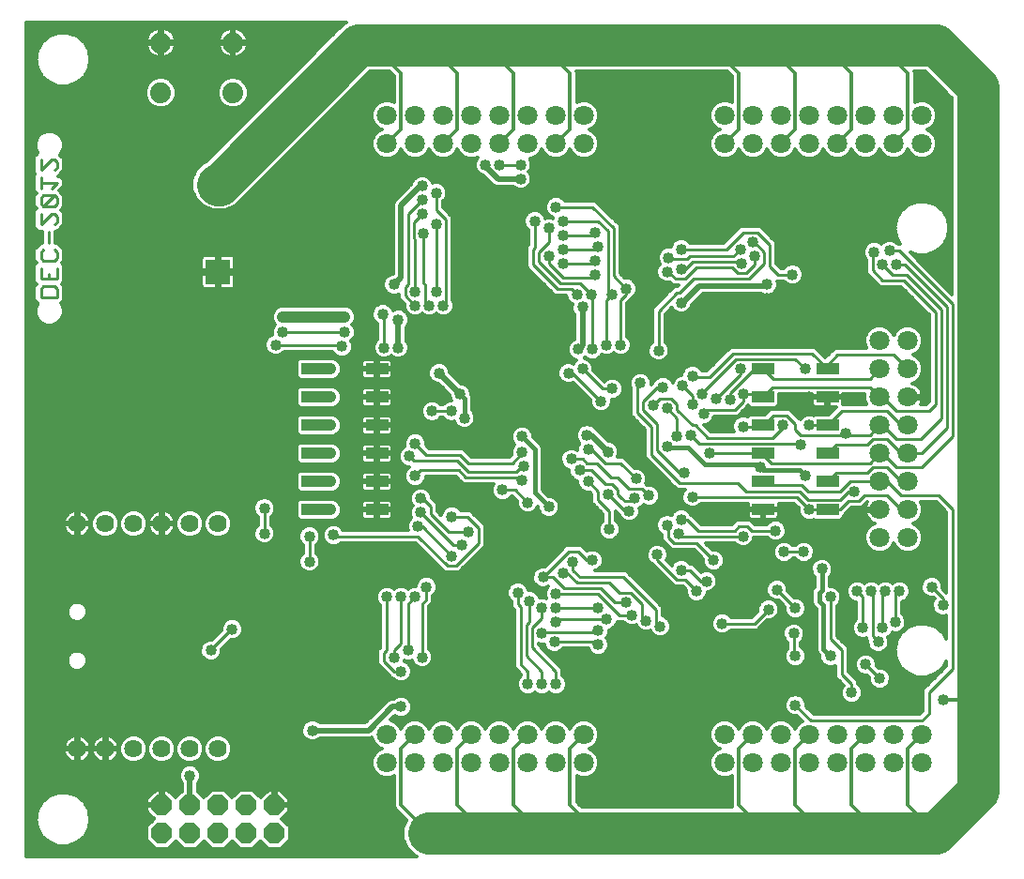
<source format=gbl>
G75*
G70*
%OFA0B0*%
%FSLAX24Y24*%
%IPPOS*%
%LPD*%
%AMOC8*
5,1,8,0,0,1.08239X$1,22.5*
%
%ADD10C,0.0110*%
%ADD11R,0.0886X0.0886*%
%ADD12OC8,0.0740*%
%ADD13C,0.0740*%
%ADD14C,0.0712*%
%ADD15C,0.0640*%
%ADD16R,0.0787X0.0394*%
%ADD17C,0.0400*%
%ADD18C,0.0200*%
%ADD19C,0.0160*%
%ADD20C,0.0400*%
%ADD21C,0.0120*%
%ADD22C,0.0100*%
%ADD23C,0.1500*%
D10*
X002669Y020752D02*
X002669Y021048D01*
X002767Y021146D01*
X003161Y021146D01*
X003259Y021048D01*
X003259Y020752D01*
X002669Y020752D01*
X002669Y021397D02*
X002669Y021791D01*
X002767Y022041D02*
X002669Y022140D01*
X002669Y022337D01*
X002767Y022435D01*
X002964Y022686D02*
X002964Y023080D01*
X003161Y023331D02*
X003259Y023429D01*
X003259Y023626D01*
X003161Y023724D01*
X003062Y023724D01*
X002669Y023331D01*
X002669Y023724D01*
X002767Y023975D02*
X003161Y024369D01*
X002767Y024369D01*
X002669Y024270D01*
X002669Y024073D01*
X002767Y023975D01*
X003161Y023975D01*
X003259Y024073D01*
X003259Y024270D01*
X003161Y024369D01*
X003062Y024620D02*
X003259Y024816D01*
X002669Y024816D01*
X002669Y024620D02*
X002669Y025013D01*
X002669Y025264D02*
X003062Y025658D01*
X003161Y025658D01*
X003259Y025559D01*
X003259Y025363D01*
X003161Y025264D01*
X002669Y025264D02*
X002669Y025658D01*
X003161Y022435D02*
X003259Y022337D01*
X003259Y022140D01*
X003161Y022041D01*
X002767Y022041D01*
X003259Y021791D02*
X003259Y021397D01*
X002669Y021397D01*
X002964Y021397D02*
X002964Y021594D01*
D11*
X008964Y021645D03*
X008964Y024763D03*
D12*
X008964Y002704D03*
X007964Y002704D03*
X007964Y001704D03*
X008964Y001704D03*
X009964Y001704D03*
X010964Y001704D03*
X010964Y002704D03*
X009964Y002704D03*
X006964Y002704D03*
X006964Y001704D03*
D13*
X006934Y028014D03*
X006934Y029794D03*
X009494Y029794D03*
X009494Y028014D03*
D14*
X014964Y027204D03*
X015964Y027204D03*
X016964Y027204D03*
X017964Y027204D03*
X018964Y027204D03*
X019964Y027204D03*
X020964Y027204D03*
X021964Y027204D03*
X021964Y026204D03*
X020964Y026204D03*
X019964Y026204D03*
X018964Y026204D03*
X017964Y026204D03*
X016964Y026204D03*
X015964Y026204D03*
X014964Y026204D03*
X026964Y026204D03*
X027964Y026204D03*
X028964Y026204D03*
X029964Y026204D03*
X030964Y026204D03*
X031964Y026204D03*
X032964Y026204D03*
X033964Y026204D03*
X033964Y027204D03*
X032964Y027204D03*
X031964Y027204D03*
X030964Y027204D03*
X029964Y027204D03*
X028964Y027204D03*
X027964Y027204D03*
X026964Y027204D03*
X032464Y019204D03*
X033464Y019204D03*
X033464Y018204D03*
X032464Y018204D03*
X032464Y017204D03*
X033464Y017204D03*
X033464Y016204D03*
X032464Y016204D03*
X032464Y015204D03*
X033464Y015204D03*
X033464Y014204D03*
X032464Y014204D03*
X032464Y013204D03*
X033464Y013204D03*
X033464Y012204D03*
X032464Y012204D03*
X032964Y005204D03*
X033964Y005204D03*
X033964Y004204D03*
X032964Y004204D03*
X031964Y004204D03*
X030964Y004204D03*
X030964Y005204D03*
X031964Y005204D03*
X029964Y005204D03*
X029964Y004204D03*
X028964Y004204D03*
X027964Y004204D03*
X027964Y005204D03*
X028964Y005204D03*
X026964Y005204D03*
X026964Y004204D03*
X021964Y004204D03*
X021964Y005204D03*
X020964Y005204D03*
X020964Y004204D03*
X019964Y004204D03*
X019964Y005204D03*
X018964Y005204D03*
X018964Y004204D03*
X017964Y004204D03*
X016964Y004204D03*
X016964Y005204D03*
X017964Y005204D03*
X015964Y005204D03*
X015964Y004204D03*
X014964Y004204D03*
X014964Y005204D03*
D15*
X008964Y004704D03*
X007964Y004704D03*
X006964Y004704D03*
X005964Y004704D03*
X004964Y004704D03*
X003964Y004704D03*
X003964Y012704D03*
X004964Y012704D03*
X005964Y012704D03*
X006964Y012704D03*
X007964Y012704D03*
X008964Y012704D03*
D16*
X012324Y013204D03*
X012324Y014204D03*
X012324Y015204D03*
X012324Y016204D03*
X012324Y017204D03*
X012324Y018204D03*
X014604Y018204D03*
X014604Y017204D03*
X014604Y016204D03*
X014604Y015204D03*
X014604Y014204D03*
X014604Y013204D03*
X028324Y013204D03*
X028324Y014204D03*
X028324Y015204D03*
X028324Y016204D03*
X028324Y017204D03*
X028324Y018204D03*
X030604Y018204D03*
X030604Y017204D03*
X030604Y016204D03*
X030604Y015204D03*
X030604Y014204D03*
X030604Y013204D03*
D17*
X029964Y013204D03*
X029264Y013254D03*
X028764Y012454D03*
X029064Y011704D03*
X029764Y011704D03*
X030414Y011104D03*
X031264Y010654D03*
X031664Y010304D03*
X032164Y010304D03*
X032664Y010304D03*
X033164Y010304D03*
X033014Y009204D03*
X032564Y009004D03*
X032414Y008504D03*
X031864Y009004D03*
X030714Y008004D03*
X029464Y008004D03*
X029414Y008804D03*
X029464Y009704D03*
X028814Y010354D03*
X028514Y009654D03*
X028464Y008454D03*
X028214Y007354D03*
X029464Y006254D03*
X031014Y006304D03*
X031464Y006704D03*
X032214Y006454D03*
X032464Y007204D03*
X031964Y007704D03*
X030714Y010104D03*
X027964Y011204D03*
X027614Y012254D03*
X026564Y011404D03*
X026314Y010654D03*
X025964Y010304D03*
X025414Y011054D03*
X024564Y011604D03*
X025314Y012354D03*
X024914Y012654D03*
X025414Y012854D03*
X025814Y013654D03*
X025514Y014504D03*
X024914Y015454D03*
X025264Y015804D03*
X025764Y015854D03*
X026214Y016604D03*
X025814Y016954D03*
X026164Y017304D03*
X026664Y017154D03*
X027164Y017104D03*
X027614Y017304D03*
X027514Y018204D03*
X025814Y017954D03*
X025464Y017604D03*
X024764Y017554D03*
X024414Y016904D03*
X024914Y016804D03*
X023964Y017704D03*
X022964Y017504D03*
X022564Y017054D03*
X021914Y018204D03*
X021414Y018054D03*
X021764Y018904D03*
X022264Y018904D03*
X022764Y019054D03*
X023264Y019054D03*
X024614Y018854D03*
X025414Y020554D03*
X024914Y021654D03*
X025414Y021754D03*
X024964Y022154D03*
X025414Y022454D03*
X023464Y021054D03*
X022964Y020854D03*
X022214Y020854D03*
X021714Y020854D03*
X021914Y020404D03*
X022364Y021554D03*
X022364Y022054D03*
X022464Y022554D03*
X022364Y023054D03*
X021214Y022954D03*
X021214Y023454D03*
X020964Y023954D03*
X020214Y023454D03*
X020714Y023204D03*
X021214Y022454D03*
X021214Y021954D03*
X020714Y022204D03*
X018714Y022704D03*
X018214Y022704D03*
X018214Y023704D03*
X018714Y023704D03*
X019714Y024954D03*
X019714Y025454D03*
X018964Y025454D03*
X018464Y025454D03*
X017214Y024704D03*
X016714Y024454D03*
X016214Y024704D03*
X016214Y024204D03*
X016214Y023704D03*
X016714Y023354D03*
X016264Y023004D03*
X018214Y021704D03*
X018714Y021704D03*
X016964Y020454D03*
X016714Y020954D03*
X016464Y020454D03*
X015964Y020454D03*
X015964Y020954D03*
X015214Y021204D03*
X014814Y020154D03*
X015364Y019954D03*
X015364Y018954D03*
X014864Y018954D03*
X013964Y018204D03*
X013364Y019004D03*
X013464Y019504D03*
X013464Y020054D03*
X012964Y018204D03*
X012964Y017204D03*
X013964Y017204D03*
X013964Y016204D03*
X013964Y015204D03*
X013964Y014204D03*
X013964Y013204D03*
X012964Y013204D03*
X013064Y012304D03*
X012214Y012254D03*
X012214Y011354D03*
X011664Y011154D03*
X010614Y012354D03*
X010614Y013254D03*
X012964Y014204D03*
X012964Y015204D03*
X012964Y016204D03*
X015764Y015104D03*
X015964Y015554D03*
X015964Y014404D03*
X016164Y013604D03*
X016164Y013104D03*
X016064Y012604D03*
X017264Y012954D03*
X017864Y012404D03*
X017614Y011954D03*
X017264Y011554D03*
X016364Y010454D03*
X015964Y010104D03*
X015464Y010104D03*
X014964Y010104D03*
X015714Y008204D03*
X015214Y007954D03*
X015464Y007454D03*
X016214Y007954D03*
X017714Y007704D03*
X018214Y007704D03*
X018214Y008704D03*
X017714Y008704D03*
X017714Y009704D03*
X018214Y009704D03*
X019614Y010254D03*
X020014Y009954D03*
X020464Y009704D03*
X020964Y009704D03*
X020964Y009204D03*
X020464Y008804D03*
X020914Y008504D03*
X022464Y008404D03*
X022464Y008904D03*
X022764Y009304D03*
X022464Y009704D03*
X023464Y009904D03*
X023664Y009454D03*
X024164Y009254D03*
X024664Y009054D03*
X026864Y009154D03*
X024464Y006454D03*
X020964Y007004D03*
X020464Y007004D03*
X019964Y007004D03*
X019214Y006704D03*
X017464Y006704D03*
X016414Y006454D03*
X015464Y006204D03*
X012314Y005354D03*
X010964Y006454D03*
X008964Y006704D03*
X008714Y008204D03*
X009464Y008954D03*
X009964Y010704D03*
X007964Y010704D03*
X005464Y007704D03*
X007964Y003754D03*
X019964Y013454D03*
X020714Y013304D03*
X019764Y014254D03*
X019814Y014754D03*
X019764Y015254D03*
X019764Y015804D03*
X019064Y015204D03*
X019064Y013904D03*
X021514Y015004D03*
X021814Y014604D03*
X022114Y014204D03*
X022814Y013754D03*
X023564Y013154D03*
X023764Y013604D03*
X024264Y013704D03*
X023814Y014304D03*
X022814Y015254D03*
X022114Y015354D03*
X022064Y015854D03*
X020564Y017104D03*
X017714Y016454D03*
X017264Y016704D03*
X017564Y017304D03*
X016814Y018054D03*
X016564Y016704D03*
X011264Y019504D03*
X011264Y020054D03*
X011014Y019054D03*
X009464Y016804D03*
X007814Y014304D03*
X006464Y015204D03*
X004964Y014204D03*
X006714Y018204D03*
X006714Y018704D03*
X012464Y024204D03*
X013464Y024204D03*
X020464Y025704D03*
X024464Y024954D03*
X027514Y022454D03*
X027964Y022704D03*
X028014Y022204D03*
X027564Y021954D03*
X028464Y021204D03*
X028464Y020704D03*
X029364Y021554D03*
X029964Y021204D03*
X030464Y021404D03*
X030214Y022204D03*
X029714Y022204D03*
X029714Y023204D03*
X030214Y023204D03*
X030214Y024204D03*
X029714Y024204D03*
X032264Y022354D03*
X032564Y021904D03*
X033064Y021904D03*
X032814Y022404D03*
X034714Y024454D03*
X035964Y026954D03*
X029814Y018204D03*
X029964Y017204D03*
X029964Y016204D03*
X029664Y015504D03*
X029014Y016204D03*
X027614Y016154D03*
X026414Y015204D03*
X028214Y014704D03*
X029814Y014404D03*
X031564Y013854D03*
X031264Y015904D03*
X034314Y010454D03*
X034714Y009804D03*
X034714Y006454D03*
X024464Y001704D03*
X020964Y010204D03*
X020514Y010804D03*
X021214Y010954D03*
X021564Y011354D03*
X022264Y011404D03*
X021564Y012204D03*
X022864Y012504D03*
X023764Y015804D03*
X024464Y029704D03*
D18*
X019714Y024954D02*
X018914Y024954D01*
X018464Y025404D01*
X016214Y024704D02*
X016164Y024704D01*
X015464Y024004D01*
X015464Y021454D01*
X015214Y021204D01*
X015364Y019954D02*
X015364Y018954D01*
X016814Y018054D02*
X017564Y017304D01*
X021764Y018904D02*
X021914Y019054D01*
X021914Y020404D01*
X025414Y020554D02*
X025464Y020554D01*
X026064Y021154D01*
X028414Y021154D01*
X028464Y021204D01*
X022814Y015254D02*
X022214Y015854D01*
X022064Y015854D01*
X015464Y006204D02*
X015164Y006204D01*
X014314Y005354D01*
X012314Y005354D01*
X007964Y003754D02*
X007964Y002704D01*
D19*
X020214Y013804D02*
X020714Y013304D01*
X020214Y013804D02*
X020214Y015354D01*
X019764Y015804D01*
X017714Y016454D02*
X017714Y017154D01*
X017564Y017304D01*
X024914Y015454D02*
X024964Y015404D01*
X025664Y015404D01*
X026264Y014804D01*
X028114Y014804D01*
X028214Y014704D01*
X028314Y014604D01*
X029614Y014604D01*
X029814Y014404D01*
X030414Y011104D02*
X030414Y010354D01*
X030314Y010254D01*
X030314Y009954D01*
X030464Y009804D01*
X030464Y008254D01*
X030714Y008004D01*
X018464Y025404D02*
X018464Y025454D01*
D20*
X013464Y020054D02*
X011264Y020054D01*
X012324Y018204D02*
X012964Y018204D01*
X012964Y017204D02*
X012324Y017204D01*
X012324Y016204D02*
X012964Y016204D01*
X012964Y015204D02*
X012324Y015204D01*
X012324Y014204D02*
X012964Y014204D01*
X012964Y013204D02*
X012324Y013204D01*
D21*
X002144Y000884D02*
X002144Y030524D01*
X013513Y030524D01*
X013437Y030492D01*
X013175Y030231D01*
X008538Y025593D01*
X008437Y025551D01*
X008175Y025290D01*
X008034Y024948D01*
X008034Y024578D01*
X008175Y024236D01*
X008437Y023974D01*
X008779Y023833D01*
X009208Y023833D01*
X009549Y023974D01*
X014349Y028774D01*
X015054Y028774D01*
X015224Y028604D01*
X015224Y027676D01*
X015070Y027740D01*
X014857Y027740D01*
X014660Y027658D01*
X014509Y027507D01*
X014427Y027310D01*
X014427Y027097D01*
X014509Y026900D01*
X014660Y026749D01*
X014769Y026704D01*
X014660Y026658D01*
X014509Y026507D01*
X014427Y026310D01*
X014427Y026097D01*
X014509Y025900D01*
X014660Y025749D01*
X014857Y025668D01*
X015070Y025668D01*
X015267Y025749D01*
X015418Y025900D01*
X015464Y026010D01*
X015509Y025900D01*
X015660Y025749D01*
X015857Y025668D01*
X016070Y025668D01*
X016267Y025749D01*
X016418Y025900D01*
X016464Y026010D01*
X016509Y025900D01*
X016660Y025749D01*
X016857Y025668D01*
X017070Y025668D01*
X017267Y025749D01*
X017418Y025900D01*
X017464Y026010D01*
X017509Y025900D01*
X017660Y025749D01*
X017857Y025668D01*
X018070Y025668D01*
X018189Y025717D01*
X018141Y025669D01*
X018084Y025529D01*
X018084Y025378D01*
X018141Y025238D01*
X018248Y025132D01*
X018388Y025074D01*
X018398Y025074D01*
X018755Y024716D01*
X018858Y024674D01*
X019456Y024674D01*
X019498Y024632D01*
X019638Y024574D01*
X019789Y024574D01*
X019929Y024632D01*
X020036Y024738D01*
X020094Y024878D01*
X020094Y025029D01*
X020036Y025169D01*
X020001Y025204D01*
X020036Y025238D01*
X020094Y025378D01*
X020094Y025529D01*
X020036Y025668D01*
X020070Y025668D01*
X020267Y025749D01*
X020418Y025900D01*
X020464Y026010D01*
X020509Y025900D01*
X020660Y025749D01*
X020857Y025668D01*
X021070Y025668D01*
X021267Y025749D01*
X021418Y025900D01*
X021464Y026010D01*
X021509Y025900D01*
X021660Y025749D01*
X021857Y025668D01*
X022070Y025668D01*
X022267Y025749D01*
X022418Y025900D01*
X022500Y026097D01*
X022500Y026310D01*
X022418Y026507D01*
X022267Y026658D01*
X022158Y026704D01*
X022267Y026749D01*
X022418Y026900D01*
X022500Y027097D01*
X022500Y027310D01*
X022418Y027507D01*
X022267Y027658D01*
X022070Y027740D01*
X021857Y027740D01*
X021704Y027676D01*
X021704Y028751D01*
X021694Y028774D01*
X027054Y028774D01*
X027224Y028604D01*
X027224Y027676D01*
X027070Y027740D01*
X026857Y027740D01*
X026660Y027658D01*
X026509Y027507D01*
X026427Y027310D01*
X026427Y027097D01*
X026509Y026900D01*
X026660Y026749D01*
X026769Y026704D01*
X026660Y026658D01*
X026509Y026507D01*
X026427Y026310D01*
X026427Y026097D01*
X026509Y025900D01*
X026660Y025749D01*
X026857Y025668D01*
X027070Y025668D01*
X027267Y025749D01*
X027418Y025900D01*
X027464Y026010D01*
X027509Y025900D01*
X027660Y025749D01*
X027857Y025668D01*
X028070Y025668D01*
X028267Y025749D01*
X028418Y025900D01*
X028464Y026010D01*
X028509Y025900D01*
X028660Y025749D01*
X028857Y025668D01*
X029070Y025668D01*
X029267Y025749D01*
X029418Y025900D01*
X029464Y026010D01*
X029509Y025900D01*
X029660Y025749D01*
X029857Y025668D01*
X030070Y025668D01*
X030267Y025749D01*
X030418Y025900D01*
X030464Y026010D01*
X030509Y025900D01*
X030660Y025749D01*
X030857Y025668D01*
X031070Y025668D01*
X031267Y025749D01*
X031418Y025900D01*
X031464Y026010D01*
X031509Y025900D01*
X031660Y025749D01*
X031857Y025668D01*
X032070Y025668D01*
X032267Y025749D01*
X032418Y025900D01*
X032464Y026010D01*
X032509Y025900D01*
X032660Y025749D01*
X032857Y025668D01*
X033070Y025668D01*
X033267Y025749D01*
X033418Y025900D01*
X033464Y026010D01*
X033509Y025900D01*
X033660Y025749D01*
X033857Y025668D01*
X034070Y025668D01*
X034267Y025749D01*
X034418Y025900D01*
X034500Y026097D01*
X034500Y026310D01*
X034418Y026507D01*
X034267Y026658D01*
X034158Y026704D01*
X034267Y026749D01*
X034418Y026900D01*
X034500Y027097D01*
X034500Y027310D01*
X034418Y027507D01*
X034267Y027658D01*
X034070Y027740D01*
X033857Y027740D01*
X033704Y027676D01*
X033704Y028751D01*
X033694Y028774D01*
X034078Y028774D01*
X035034Y027819D01*
X035034Y020859D01*
X033549Y022344D01*
X033796Y022254D01*
X034131Y022254D01*
X034446Y022368D01*
X034703Y022584D01*
X034870Y022874D01*
X034928Y023204D01*
X034870Y023534D01*
X034703Y023824D01*
X034446Y024039D01*
X034131Y024154D01*
X033796Y024154D01*
X033481Y024039D01*
X033225Y023824D01*
X033225Y023824D01*
X033225Y023824D01*
X033057Y023534D01*
X033057Y023534D01*
X032999Y023204D01*
X032999Y023204D01*
X033057Y022874D01*
X033057Y022874D01*
X033196Y022634D01*
X033121Y022634D01*
X033029Y022726D01*
X032889Y022784D01*
X032738Y022784D01*
X032598Y022726D01*
X032514Y022641D01*
X032479Y022676D01*
X032339Y022734D01*
X032188Y022734D01*
X032048Y022676D01*
X031941Y022569D01*
X031884Y022429D01*
X031884Y022278D01*
X031941Y022138D01*
X031984Y022096D01*
X031984Y021608D01*
X032468Y021124D01*
X033218Y021124D01*
X034234Y020108D01*
X034234Y017049D01*
X034118Y016934D01*
X033905Y016934D01*
X033942Y017006D01*
X033967Y017083D01*
X033977Y017146D01*
X033522Y017146D01*
X033522Y017262D01*
X033977Y017262D01*
X033967Y017325D01*
X033942Y017402D01*
X033905Y017474D01*
X033857Y017540D01*
X033800Y017597D01*
X033734Y017645D01*
X033662Y017682D01*
X033630Y017692D01*
X033767Y017749D01*
X033918Y017900D01*
X034000Y018097D01*
X034000Y018310D01*
X033918Y018507D01*
X033767Y018658D01*
X033658Y018704D01*
X033767Y018749D01*
X033918Y018900D01*
X034000Y019097D01*
X034000Y019310D01*
X033918Y019507D01*
X033767Y019658D01*
X033570Y019740D01*
X033357Y019740D01*
X033160Y019658D01*
X033009Y019507D01*
X032964Y019398D01*
X032918Y019507D01*
X032767Y019658D01*
X032570Y019740D01*
X032357Y019740D01*
X032160Y019658D01*
X032009Y019507D01*
X031927Y019310D01*
X031927Y019097D01*
X031995Y018934D01*
X030868Y018934D01*
X030734Y018799D01*
X030534Y018599D01*
X030149Y018984D01*
X027168Y018984D01*
X027034Y018849D01*
X026318Y018134D01*
X026150Y018134D01*
X026136Y018169D01*
X026029Y018276D01*
X025889Y018334D01*
X025738Y018334D01*
X025598Y018276D01*
X025491Y018169D01*
X025434Y018029D01*
X025434Y017984D01*
X025388Y017984D01*
X025248Y017926D01*
X025141Y017819D01*
X025103Y017727D01*
X025086Y017769D01*
X024979Y017876D01*
X024839Y017934D01*
X024688Y017934D01*
X024548Y017876D01*
X024441Y017769D01*
X024433Y017748D01*
X024344Y017659D01*
X024344Y017779D01*
X024286Y017919D01*
X024179Y018026D01*
X024039Y018084D01*
X023888Y018084D01*
X023748Y018026D01*
X023641Y017919D01*
X023584Y017779D01*
X023584Y017628D01*
X023634Y017507D01*
X023634Y016558D01*
X024134Y016058D01*
X024134Y015058D01*
X024268Y014924D01*
X023519Y014924D01*
X023400Y015042D02*
X024150Y015042D01*
X024134Y015161D02*
X023186Y015161D01*
X023194Y015178D02*
X023194Y015329D01*
X023136Y015469D01*
X023029Y015576D01*
X022889Y015634D01*
X022830Y015634D01*
X022451Y016012D01*
X022451Y016012D01*
X022372Y016091D01*
X022358Y016097D01*
X022279Y016176D01*
X022139Y016234D01*
X021988Y016234D01*
X021848Y016176D01*
X021741Y016069D01*
X021684Y015929D01*
X021684Y015778D01*
X021741Y015638D01*
X021801Y015579D01*
X021791Y015569D01*
X021734Y015429D01*
X021734Y015321D01*
X021729Y015326D01*
X021589Y015384D01*
X021438Y015384D01*
X021298Y015326D01*
X021191Y015219D01*
X021134Y015079D01*
X021134Y014928D01*
X021191Y014788D01*
X021298Y014682D01*
X021434Y014626D01*
X021434Y014528D01*
X021491Y014388D01*
X021598Y014282D01*
X021734Y014226D01*
X021734Y014128D01*
X021791Y013988D01*
X021898Y013882D01*
X022038Y013824D01*
X022168Y013824D01*
X022234Y013758D01*
X022234Y013458D01*
X022634Y013058D01*
X022634Y012811D01*
X022541Y012719D01*
X022484Y012579D01*
X022484Y012428D01*
X022541Y012288D01*
X022648Y012182D01*
X022788Y012124D01*
X022939Y012124D01*
X023079Y012182D01*
X023186Y012288D01*
X023244Y012428D01*
X023244Y012579D01*
X023186Y012719D01*
X023094Y012811D01*
X023094Y013148D01*
X023184Y013058D01*
X023198Y013045D01*
X023241Y012938D01*
X023348Y012832D01*
X023488Y012774D01*
X023639Y012774D01*
X023779Y012832D01*
X023886Y012938D01*
X023944Y013078D01*
X023944Y013229D01*
X023930Y013261D01*
X023979Y013282D01*
X024070Y013373D01*
X024188Y013324D01*
X024339Y013324D01*
X024479Y013382D01*
X024586Y013488D01*
X024644Y013628D01*
X024644Y013779D01*
X024586Y013919D01*
X024479Y014026D01*
X024339Y014084D01*
X024209Y014084D01*
X024156Y014137D01*
X024194Y014228D01*
X024194Y014379D01*
X024136Y014519D01*
X024029Y014626D01*
X023889Y014684D01*
X023759Y014684D01*
X023359Y015084D01*
X023154Y015084D01*
X023194Y015178D01*
X023194Y015279D02*
X024134Y015279D01*
X024134Y015398D02*
X023165Y015398D01*
X023088Y015516D02*
X024134Y015516D01*
X024134Y015635D02*
X022829Y015635D01*
X022710Y015753D02*
X024134Y015753D01*
X024134Y015872D02*
X022592Y015872D01*
X022473Y015990D02*
X024134Y015990D01*
X024083Y016109D02*
X022346Y016109D01*
X022155Y016227D02*
X023965Y016227D01*
X023846Y016346D02*
X018080Y016346D01*
X018094Y016378D02*
X018036Y016238D01*
X017929Y016132D01*
X017789Y016074D01*
X017638Y016074D01*
X017498Y016132D01*
X017391Y016238D01*
X017354Y016330D01*
X017339Y016324D01*
X017188Y016324D01*
X017048Y016382D01*
X016956Y016474D01*
X016871Y016474D01*
X016779Y016382D01*
X016639Y016324D01*
X016488Y016324D01*
X016348Y016382D01*
X016241Y016488D01*
X016184Y016628D01*
X016184Y016779D01*
X016241Y016919D01*
X016348Y017026D01*
X016488Y017084D01*
X016639Y017084D01*
X016779Y017026D01*
X016871Y016934D01*
X016956Y016934D01*
X017048Y017026D01*
X017188Y017084D01*
X017246Y017084D01*
X017241Y017088D01*
X017184Y017228D01*
X017184Y017288D01*
X016798Y017674D01*
X016738Y017674D01*
X016598Y017732D01*
X016491Y017838D01*
X016434Y017978D01*
X016434Y018129D01*
X016491Y018269D01*
X016598Y018376D01*
X016738Y018434D01*
X016889Y018434D01*
X017029Y018376D01*
X017136Y018269D01*
X017194Y018129D01*
X017194Y018070D01*
X017580Y017684D01*
X017639Y017684D01*
X017779Y017626D01*
X017886Y017519D01*
X017944Y017379D01*
X017944Y017278D01*
X017974Y017205D01*
X017974Y016731D01*
X018036Y016669D01*
X018094Y016529D01*
X018094Y016378D01*
X018094Y016464D02*
X023728Y016464D01*
X023634Y016583D02*
X018071Y016583D01*
X018003Y016701D02*
X022422Y016701D01*
X022488Y016674D02*
X022639Y016674D01*
X022779Y016732D01*
X022886Y016838D01*
X022944Y016978D01*
X022944Y017124D01*
X023039Y017124D01*
X023179Y017182D01*
X023286Y017288D01*
X023344Y017428D01*
X023344Y017579D01*
X023286Y017719D01*
X023179Y017826D01*
X023039Y017884D01*
X022888Y017884D01*
X022748Y017826D01*
X022683Y017760D01*
X022294Y018149D01*
X022294Y018279D01*
X022236Y018419D01*
X022129Y018526D01*
X021989Y018584D01*
X021981Y018584D01*
X022014Y018616D01*
X022048Y018582D01*
X022188Y018524D01*
X022339Y018524D01*
X022479Y018582D01*
X022586Y018688D01*
X022595Y018712D01*
X022688Y018674D01*
X022839Y018674D01*
X022979Y018732D01*
X023014Y018766D01*
X023048Y018732D01*
X023188Y018674D01*
X023339Y018674D01*
X023479Y018732D01*
X023586Y018838D01*
X023644Y018978D01*
X023644Y019129D01*
X023586Y019269D01*
X023494Y019361D01*
X023494Y020558D01*
X023658Y020723D01*
X023679Y020732D01*
X023786Y020838D01*
X023844Y020978D01*
X023844Y021129D01*
X023786Y021269D01*
X023679Y021376D01*
X023539Y021434D01*
X023409Y021434D01*
X023244Y021599D01*
X023244Y023299D01*
X023109Y023434D01*
X022359Y024184D01*
X021271Y024184D01*
X021179Y024276D01*
X021039Y024334D01*
X020888Y024334D01*
X020748Y024276D01*
X020641Y024169D01*
X020584Y024029D01*
X020584Y023878D01*
X020641Y023738D01*
X020748Y023632D01*
X020857Y023586D01*
X020846Y023560D01*
X020789Y023584D01*
X020638Y023584D01*
X020581Y023560D01*
X020536Y023669D01*
X020429Y023776D01*
X020289Y023834D01*
X020138Y023834D01*
X019998Y023776D01*
X019891Y023669D01*
X019834Y023529D01*
X019834Y023378D01*
X019891Y023238D01*
X019984Y023146D01*
X019984Y022599D01*
X019934Y022549D01*
X019934Y021808D01*
X020784Y020958D01*
X020918Y020824D01*
X021334Y020824D01*
X021334Y020778D01*
X021391Y020638D01*
X021498Y020532D01*
X021547Y020511D01*
X021534Y020479D01*
X021534Y020328D01*
X021591Y020188D01*
X021634Y020146D01*
X021634Y019261D01*
X021548Y019226D01*
X021441Y019119D01*
X021384Y018979D01*
X021384Y018828D01*
X021441Y018688D01*
X021548Y018582D01*
X021688Y018524D01*
X021696Y018524D01*
X021591Y018419D01*
X021582Y018395D01*
X021489Y018434D01*
X021338Y018434D01*
X021198Y018376D01*
X021091Y018269D01*
X021034Y018129D01*
X021034Y017978D01*
X021091Y017838D01*
X021198Y017732D01*
X021338Y017674D01*
X021489Y017674D01*
X021580Y017712D01*
X022184Y017108D01*
X022184Y016978D01*
X022241Y016838D01*
X022348Y016732D01*
X022488Y016674D01*
X022706Y016701D02*
X023634Y016701D01*
X023634Y016820D02*
X022867Y016820D01*
X022927Y016938D02*
X023634Y016938D01*
X023634Y017057D02*
X022944Y017057D01*
X023164Y017175D02*
X023634Y017175D01*
X023634Y017294D02*
X023288Y017294D01*
X023337Y017412D02*
X023634Y017412D01*
X023624Y017531D02*
X023344Y017531D01*
X023315Y017649D02*
X023584Y017649D01*
X023584Y017768D02*
X023237Y017768D01*
X023628Y017886D02*
X022556Y017886D01*
X022438Y018005D02*
X023727Y018005D01*
X024200Y018005D02*
X025434Y018005D01*
X025472Y018123D02*
X022319Y018123D01*
X022294Y018242D02*
X025564Y018242D01*
X024936Y018638D02*
X024994Y018778D01*
X024994Y018929D01*
X024936Y019069D01*
X024844Y019161D01*
X024844Y020158D01*
X025072Y020386D01*
X025091Y020338D01*
X025198Y020232D01*
X025338Y020174D01*
X025489Y020174D01*
X025629Y020232D01*
X025736Y020338D01*
X025794Y020478D01*
X025794Y020488D01*
X026180Y020874D01*
X028267Y020874D01*
X028388Y020824D01*
X028539Y020824D01*
X028679Y020882D01*
X028786Y020988D01*
X028844Y021128D01*
X028844Y021279D01*
X028825Y021324D01*
X029056Y021324D01*
X029148Y021232D01*
X029288Y021174D01*
X029439Y021174D01*
X029579Y021232D01*
X029686Y021338D01*
X029744Y021478D01*
X029744Y021629D01*
X029686Y021769D01*
X029579Y021876D01*
X029439Y021934D01*
X029288Y021934D01*
X029148Y021876D01*
X029056Y021784D01*
X028959Y021784D01*
X028794Y021949D01*
X028794Y022699D01*
X028659Y022834D01*
X028344Y023149D01*
X028209Y023284D01*
X027518Y023284D01*
X026918Y022684D01*
X025721Y022684D01*
X025629Y022776D01*
X025489Y022834D01*
X025338Y022834D01*
X025198Y022776D01*
X025091Y022669D01*
X025035Y022534D01*
X024888Y022534D01*
X024748Y022476D01*
X024641Y022369D01*
X024584Y022229D01*
X024584Y022078D01*
X024641Y021938D01*
X024651Y021929D01*
X024591Y021869D01*
X024534Y021729D01*
X024534Y021578D01*
X024591Y021438D01*
X024698Y021332D01*
X024838Y021274D01*
X024989Y021274D01*
X025010Y021282D01*
X025118Y021174D01*
X025308Y021174D01*
X025268Y021134D01*
X025168Y021134D01*
X025034Y020999D01*
X024384Y020349D01*
X024384Y019161D01*
X024291Y019069D01*
X024234Y018929D01*
X024234Y018778D01*
X024291Y018638D01*
X024398Y018532D01*
X024538Y018474D01*
X024689Y018474D01*
X024829Y018532D01*
X024936Y018638D01*
X024895Y018597D02*
X026782Y018597D01*
X026663Y018479D02*
X024701Y018479D01*
X024526Y018479D02*
X022176Y018479D01*
X022260Y018360D02*
X026545Y018360D01*
X026426Y018242D02*
X026063Y018242D01*
X026900Y018716D02*
X024968Y018716D01*
X024994Y018834D02*
X027019Y018834D01*
X027137Y018953D02*
X024984Y018953D01*
X024933Y019071D02*
X031938Y019071D01*
X031927Y019190D02*
X024844Y019190D01*
X024844Y019308D02*
X031927Y019308D01*
X031976Y019427D02*
X024844Y019427D01*
X024844Y019545D02*
X032047Y019545D01*
X032173Y019664D02*
X024844Y019664D01*
X024844Y019782D02*
X034234Y019782D01*
X034234Y019664D02*
X033754Y019664D01*
X033880Y019545D02*
X034234Y019545D01*
X034234Y019427D02*
X033952Y019427D01*
X034000Y019308D02*
X034234Y019308D01*
X034234Y019190D02*
X034000Y019190D01*
X033989Y019071D02*
X034234Y019071D01*
X034234Y018953D02*
X033940Y018953D01*
X033852Y018834D02*
X034234Y018834D01*
X034234Y018716D02*
X033687Y018716D01*
X033828Y018597D02*
X034234Y018597D01*
X034234Y018479D02*
X033930Y018479D01*
X033979Y018360D02*
X034234Y018360D01*
X034234Y018242D02*
X034000Y018242D01*
X034000Y018123D02*
X034234Y018123D01*
X034234Y018005D02*
X033962Y018005D01*
X033904Y017886D02*
X034234Y017886D01*
X034234Y017768D02*
X033786Y017768D01*
X033726Y017649D02*
X034234Y017649D01*
X034234Y017531D02*
X033864Y017531D01*
X033937Y017412D02*
X034234Y017412D01*
X034234Y017294D02*
X033972Y017294D01*
X033959Y017057D02*
X034234Y017057D01*
X034234Y017175D02*
X033522Y017175D01*
X033908Y016938D02*
X034123Y016938D01*
X031995Y016934D02*
X031140Y016934D01*
X031146Y016945D01*
X031157Y016986D01*
X031157Y017165D01*
X030642Y017165D01*
X030642Y016847D01*
X030921Y016847D01*
X030655Y016581D01*
X030135Y016581D01*
X030109Y016555D01*
X030039Y016584D01*
X029888Y016584D01*
X029748Y016526D01*
X029641Y016419D01*
X029636Y016406D01*
X029559Y016484D01*
X029259Y016784D01*
X028588Y016784D01*
X028454Y016649D01*
X028385Y016581D01*
X027855Y016581D01*
X027774Y016499D01*
X027689Y016534D01*
X027538Y016534D01*
X027398Y016476D01*
X027291Y016369D01*
X027234Y016229D01*
X027234Y016078D01*
X027273Y015984D01*
X026459Y015984D01*
X026219Y016224D01*
X026289Y016224D01*
X026429Y016282D01*
X026536Y016388D01*
X026592Y016524D01*
X027409Y016524D01*
X027544Y016658D01*
X027709Y016824D01*
X027784Y016899D01*
X027855Y016827D01*
X028792Y016827D01*
X028897Y016932D01*
X028897Y017324D01*
X030050Y017324D01*
X030050Y017242D01*
X030565Y017242D01*
X030565Y017165D01*
X030642Y017165D01*
X030642Y017242D01*
X031157Y017242D01*
X031157Y017324D01*
X031933Y017324D01*
X031927Y017310D01*
X031927Y017097D01*
X031995Y016934D01*
X031993Y016938D02*
X031142Y016938D01*
X031157Y017057D02*
X031944Y017057D01*
X031927Y017175D02*
X030642Y017175D01*
X030565Y017175D02*
X028897Y017175D01*
X028897Y017057D02*
X030050Y017057D01*
X030050Y016986D02*
X030061Y016945D01*
X030082Y016909D01*
X030112Y016879D01*
X030148Y016858D01*
X030189Y016847D01*
X030565Y016847D01*
X030565Y017165D01*
X030050Y017165D01*
X030050Y016986D01*
X030065Y016938D02*
X028897Y016938D01*
X028506Y016701D02*
X027586Y016701D01*
X027468Y016583D02*
X028387Y016583D01*
X027705Y016820D02*
X030894Y016820D01*
X030776Y016701D02*
X029341Y016701D01*
X029460Y016583D02*
X029886Y016583D01*
X030042Y016583D02*
X030657Y016583D01*
X030642Y016938D02*
X030565Y016938D01*
X030565Y017057D02*
X030642Y017057D01*
X031157Y017294D02*
X031927Y017294D01*
X030650Y018716D02*
X030417Y018716D01*
X030298Y018834D02*
X030769Y018834D01*
X030734Y018799D02*
X030734Y018799D01*
X030180Y018953D02*
X031987Y018953D01*
X032754Y019664D02*
X033173Y019664D01*
X033047Y019545D02*
X032880Y019545D01*
X032952Y019427D02*
X032976Y019427D01*
X034234Y019901D02*
X024844Y019901D01*
X024844Y020019D02*
X034234Y020019D01*
X034204Y020138D02*
X024844Y020138D01*
X024941Y020256D02*
X025174Y020256D01*
X025076Y020375D02*
X025060Y020375D01*
X024646Y020612D02*
X023547Y020612D01*
X023494Y020493D02*
X024528Y020493D01*
X024409Y020375D02*
X023494Y020375D01*
X023494Y020256D02*
X024384Y020256D01*
X024384Y020138D02*
X023494Y020138D01*
X023494Y020019D02*
X024384Y020019D01*
X024384Y019901D02*
X023494Y019901D01*
X023494Y019782D02*
X024384Y019782D01*
X024384Y019664D02*
X023494Y019664D01*
X023494Y019545D02*
X024384Y019545D01*
X024384Y019427D02*
X023494Y019427D01*
X023546Y019308D02*
X024384Y019308D01*
X024384Y019190D02*
X023619Y019190D01*
X023644Y019071D02*
X024294Y019071D01*
X024243Y018953D02*
X023633Y018953D01*
X023582Y018834D02*
X024234Y018834D01*
X024259Y018716D02*
X023441Y018716D01*
X023087Y018716D02*
X022941Y018716D01*
X022495Y018597D02*
X024333Y018597D01*
X024299Y017886D02*
X024573Y017886D01*
X024441Y017768D02*
X024344Y017768D01*
X024954Y017886D02*
X025209Y017886D01*
X025120Y017768D02*
X025086Y017768D01*
X026567Y016464D02*
X027387Y016464D01*
X027282Y016346D02*
X026493Y016346D01*
X026298Y016227D02*
X027234Y016227D01*
X027234Y016109D02*
X026334Y016109D01*
X026452Y015990D02*
X027270Y015990D01*
X028897Y017294D02*
X030050Y017294D01*
X029687Y016464D02*
X029578Y016464D01*
X029418Y013424D02*
X028877Y013424D01*
X028877Y013422D01*
X028877Y013242D01*
X028362Y013242D01*
X028362Y013165D01*
X028362Y012847D01*
X028738Y012847D01*
X028779Y012858D01*
X028816Y012879D01*
X028845Y012909D01*
X028866Y012945D01*
X028877Y012986D01*
X028877Y013165D01*
X028362Y013165D01*
X028285Y013165D01*
X028285Y012847D01*
X027909Y012847D01*
X027868Y012858D01*
X027832Y012879D01*
X027802Y012909D01*
X027781Y012945D01*
X027770Y012986D01*
X027770Y013165D01*
X028285Y013165D01*
X028285Y013242D01*
X027770Y013242D01*
X027770Y013422D01*
X027770Y013424D01*
X026121Y013424D01*
X026029Y013332D01*
X025889Y013274D01*
X025738Y013274D01*
X025598Y013332D01*
X025491Y013438D01*
X025434Y013578D01*
X025434Y013729D01*
X025491Y013869D01*
X025546Y013924D01*
X025268Y013924D01*
X025134Y014058D01*
X025134Y014058D01*
X024268Y014924D01*
X024268Y014924D01*
X024387Y014805D02*
X023637Y014805D01*
X023756Y014687D02*
X024505Y014687D01*
X024624Y014568D02*
X024086Y014568D01*
X024164Y014450D02*
X024742Y014450D01*
X024861Y014331D02*
X024194Y014331D01*
X024187Y014213D02*
X024979Y014213D01*
X025098Y014094D02*
X024198Y014094D01*
X024529Y013976D02*
X025216Y013976D01*
X025487Y013857D02*
X024611Y013857D01*
X024644Y013739D02*
X025437Y013739D01*
X025434Y013620D02*
X024640Y013620D01*
X024591Y013502D02*
X025465Y013502D01*
X025547Y013383D02*
X024481Y013383D01*
X024698Y012976D02*
X024591Y012869D01*
X024534Y012729D01*
X024534Y012578D01*
X024591Y012438D01*
X024698Y012332D01*
X024734Y012317D01*
X024734Y012108D01*
X024868Y011974D01*
X025068Y011774D01*
X025868Y011774D01*
X026184Y011458D01*
X026184Y011328D01*
X026241Y011188D01*
X026348Y011082D01*
X026488Y011024D01*
X026639Y011024D01*
X026779Y011082D01*
X026886Y011188D01*
X026944Y011328D01*
X026944Y011479D01*
X026886Y011619D01*
X026779Y011726D01*
X026639Y011784D01*
X026509Y011784D01*
X026269Y012024D01*
X027306Y012024D01*
X027398Y011932D01*
X027538Y011874D01*
X027689Y011874D01*
X027829Y011932D01*
X027936Y012038D01*
X027994Y012178D01*
X027994Y012224D01*
X028456Y012224D01*
X028548Y012132D01*
X028688Y012074D01*
X028839Y012074D01*
X028979Y012132D01*
X029086Y012238D01*
X029144Y012378D01*
X029144Y012529D01*
X029086Y012669D01*
X028979Y012776D01*
X028839Y012834D01*
X028688Y012834D01*
X028548Y012776D01*
X028456Y012684D01*
X028009Y012684D01*
X027859Y012834D01*
X027368Y012834D01*
X027234Y012699D01*
X027218Y012684D01*
X026109Y012684D01*
X025844Y012949D01*
X025744Y013048D01*
X025736Y013069D01*
X025629Y013176D01*
X025489Y013234D01*
X025338Y013234D01*
X025198Y013176D01*
X025091Y013069D01*
X025064Y013003D01*
X024989Y013034D01*
X024838Y013034D01*
X024698Y012976D01*
X024632Y012909D02*
X023857Y012909D01*
X023923Y013028D02*
X024824Y013028D01*
X025004Y013028D02*
X025074Y013028D01*
X025169Y013146D02*
X023944Y013146D01*
X023938Y013265D02*
X027770Y013265D01*
X027770Y013383D02*
X026081Y013383D01*
X025765Y013028D02*
X027770Y013028D01*
X027770Y013146D02*
X025658Y013146D01*
X025883Y012909D02*
X027801Y012909D01*
X027902Y012791D02*
X028584Y012791D01*
X028362Y012909D02*
X028285Y012909D01*
X028285Y013028D02*
X028362Y013028D01*
X028362Y013146D02*
X028285Y013146D01*
X028877Y013146D02*
X029584Y013146D01*
X029584Y013128D02*
X029641Y012988D01*
X029748Y012882D01*
X029888Y012824D01*
X030039Y012824D01*
X030109Y012853D01*
X030135Y012827D01*
X031072Y012827D01*
X031177Y012932D01*
X031177Y012992D01*
X031459Y013274D01*
X031809Y013274D01*
X032009Y013474D01*
X032022Y013474D01*
X031985Y013402D01*
X031960Y013325D01*
X031950Y013262D01*
X032405Y013262D01*
X032405Y013146D01*
X031331Y013146D01*
X031213Y013028D02*
X031978Y013028D01*
X031985Y013006D02*
X032022Y012933D01*
X032070Y012867D01*
X032127Y012810D01*
X032193Y012762D01*
X032265Y012725D01*
X032297Y012715D01*
X032160Y012658D01*
X032009Y012507D01*
X031927Y012310D01*
X031927Y012097D01*
X032009Y011900D01*
X032160Y011749D01*
X032357Y011668D01*
X032570Y011668D01*
X032767Y011749D01*
X032918Y011900D01*
X032964Y012010D01*
X033009Y011900D01*
X033160Y011749D01*
X033357Y011668D01*
X033570Y011668D01*
X033767Y011749D01*
X033918Y011900D01*
X034000Y012097D01*
X034000Y012310D01*
X033918Y012507D01*
X033767Y012658D01*
X033658Y012704D01*
X033767Y012749D01*
X033918Y012900D01*
X034000Y013097D01*
X034000Y013310D01*
X033932Y013474D01*
X034468Y013474D01*
X034834Y013108D01*
X034834Y010259D01*
X034694Y010399D01*
X034694Y010529D01*
X034636Y010669D01*
X034529Y010776D01*
X034389Y010834D01*
X034238Y010834D01*
X034098Y010776D01*
X033991Y010669D01*
X033934Y010529D01*
X033934Y010378D01*
X033991Y010238D01*
X034098Y010132D01*
X034238Y010074D01*
X034368Y010074D01*
X034407Y010035D01*
X034391Y010019D01*
X034334Y009879D01*
X034334Y009728D01*
X034391Y009588D01*
X034498Y009482D01*
X034638Y009424D01*
X034789Y009424D01*
X034834Y009442D01*
X034834Y008597D01*
X034703Y008824D01*
X034446Y009039D01*
X034131Y009154D01*
X033796Y009154D01*
X033481Y009039D01*
X033225Y008824D01*
X033225Y008824D01*
X033225Y008824D01*
X033057Y008534D01*
X033057Y008534D01*
X032999Y008204D01*
X032999Y008204D01*
X033057Y007874D01*
X033057Y007874D01*
X033225Y007584D01*
X033225Y007584D01*
X033481Y007368D01*
X033481Y007368D01*
X033796Y007254D01*
X034055Y007254D01*
X034131Y007254D01*
X034446Y007368D01*
X034703Y007584D01*
X034834Y007811D01*
X034834Y007649D01*
X033984Y006799D01*
X033984Y006049D01*
X033868Y005934D01*
X030109Y005934D01*
X029844Y006199D01*
X029844Y006329D01*
X029786Y006469D01*
X029679Y006576D01*
X029539Y006634D01*
X029388Y006634D01*
X029248Y006576D01*
X029141Y006469D01*
X029084Y006329D01*
X029084Y006178D01*
X029141Y006038D01*
X029248Y005932D01*
X029388Y005874D01*
X029518Y005874D01*
X029712Y005680D01*
X029660Y005658D01*
X029509Y005507D01*
X029464Y005398D01*
X029418Y005507D01*
X029267Y005658D01*
X029070Y005740D01*
X028857Y005740D01*
X028660Y005658D01*
X028509Y005507D01*
X028464Y005398D01*
X028418Y005507D01*
X028267Y005658D01*
X028070Y005740D01*
X027857Y005740D01*
X027660Y005658D01*
X027509Y005507D01*
X027464Y005398D01*
X027418Y005507D01*
X027267Y005658D01*
X027070Y005740D01*
X026857Y005740D01*
X026660Y005658D01*
X026509Y005507D01*
X026427Y005310D01*
X026427Y005097D01*
X026509Y004900D01*
X026660Y004749D01*
X026769Y004704D01*
X026660Y004658D01*
X026509Y004507D01*
X026427Y004310D01*
X026427Y004097D01*
X026509Y003900D01*
X026660Y003749D01*
X026857Y003668D01*
X027070Y003668D01*
X027224Y003731D01*
X027224Y002656D01*
X027233Y002634D01*
X021873Y002634D01*
X021704Y002803D01*
X021704Y003731D01*
X021857Y003668D01*
X022070Y003668D01*
X022267Y003749D01*
X022418Y003900D01*
X022500Y004097D01*
X022500Y004310D01*
X022418Y004507D01*
X022267Y004658D01*
X022158Y004704D01*
X022267Y004749D01*
X022418Y004900D01*
X022500Y005097D01*
X022500Y005310D01*
X022418Y005507D01*
X022267Y005658D01*
X022070Y005740D01*
X021857Y005740D01*
X021660Y005658D01*
X021509Y005507D01*
X021464Y005398D01*
X021418Y005507D01*
X021267Y005658D01*
X021070Y005740D01*
X020857Y005740D01*
X020660Y005658D01*
X020509Y005507D01*
X020464Y005398D01*
X020418Y005507D01*
X020267Y005658D01*
X020070Y005740D01*
X019857Y005740D01*
X019660Y005658D01*
X019509Y005507D01*
X019464Y005398D01*
X019418Y005507D01*
X019267Y005658D01*
X019070Y005740D01*
X018857Y005740D01*
X018660Y005658D01*
X018509Y005507D01*
X018464Y005398D01*
X018418Y005507D01*
X018267Y005658D01*
X018070Y005740D01*
X017857Y005740D01*
X017660Y005658D01*
X017509Y005507D01*
X017464Y005398D01*
X017418Y005507D01*
X017267Y005658D01*
X017070Y005740D01*
X016857Y005740D01*
X016660Y005658D01*
X016509Y005507D01*
X016464Y005398D01*
X016418Y005507D01*
X016267Y005658D01*
X016070Y005740D01*
X015857Y005740D01*
X015660Y005658D01*
X015509Y005507D01*
X015464Y005398D01*
X015418Y005507D01*
X015267Y005658D01*
X015088Y005732D01*
X015243Y005887D01*
X015248Y005882D01*
X015388Y005824D01*
X015539Y005824D01*
X015679Y005882D01*
X015786Y005988D01*
X015844Y006128D01*
X015844Y006279D01*
X015786Y006419D01*
X015679Y006526D01*
X015539Y006584D01*
X015388Y006584D01*
X015248Y006526D01*
X015206Y006484D01*
X015108Y006484D01*
X015005Y006441D01*
X014198Y005634D01*
X012571Y005634D01*
X012529Y005676D01*
X012389Y005734D01*
X012238Y005734D01*
X012098Y005676D01*
X011991Y005569D01*
X011934Y005429D01*
X011934Y005278D01*
X011991Y005138D01*
X012098Y005032D01*
X012238Y004974D01*
X012389Y004974D01*
X012529Y005032D01*
X012571Y005074D01*
X014369Y005074D01*
X014427Y005098D01*
X014427Y005097D01*
X014509Y004900D01*
X014660Y004749D01*
X014769Y004704D01*
X014660Y004658D01*
X014509Y004507D01*
X014427Y004310D01*
X014427Y004097D01*
X014509Y003900D01*
X014660Y003749D01*
X014857Y003668D01*
X015070Y003668D01*
X015224Y003731D01*
X015224Y002656D01*
X015260Y002568D01*
X015652Y002176D01*
X015534Y001889D01*
X011514Y001889D01*
X011514Y001932D02*
X011227Y002218D01*
X011494Y002484D01*
X011494Y002664D01*
X011004Y002664D01*
X011004Y002744D01*
X011494Y002744D01*
X011494Y002923D01*
X011183Y003234D01*
X011004Y003234D01*
X011004Y002744D01*
X010924Y002744D01*
X010924Y003234D01*
X010744Y003234D01*
X010478Y002967D01*
X010191Y003254D01*
X009736Y003254D01*
X009464Y002982D01*
X009191Y003254D01*
X008736Y003254D01*
X008464Y002982D01*
X008244Y003202D01*
X008244Y003496D01*
X008286Y003538D01*
X008344Y003678D01*
X008344Y003829D01*
X008286Y003969D01*
X008179Y004076D01*
X008039Y004134D01*
X007888Y004134D01*
X007748Y004076D01*
X007641Y003969D01*
X007584Y003829D01*
X007584Y003678D01*
X007641Y003538D01*
X007684Y003496D01*
X007684Y003202D01*
X007449Y002967D01*
X007183Y003234D01*
X007004Y003234D01*
X007004Y002744D01*
X006924Y002744D01*
X006924Y003234D01*
X006744Y003234D01*
X006434Y002923D01*
X006434Y002744D01*
X006924Y002744D01*
X006924Y002664D01*
X006434Y002664D01*
X006434Y002484D01*
X006700Y002218D01*
X006414Y001932D01*
X006414Y001476D01*
X006736Y001154D01*
X007191Y001154D01*
X007464Y001426D01*
X007736Y001154D01*
X008191Y001154D01*
X008464Y001426D01*
X008736Y001154D01*
X009191Y001154D01*
X009464Y001426D01*
X009736Y001154D01*
X010191Y001154D01*
X010464Y001426D01*
X010736Y001154D01*
X011191Y001154D01*
X011514Y001476D01*
X011514Y001932D01*
X011438Y002007D02*
X015583Y002007D01*
X015534Y001889D02*
X015534Y001519D01*
X015675Y001177D01*
X015937Y000915D01*
X016013Y000884D01*
X002144Y000884D01*
X002144Y000941D02*
X015911Y000941D01*
X015793Y001059D02*
X002144Y001059D01*
X002144Y001178D02*
X006712Y001178D01*
X006593Y001296D02*
X003748Y001296D01*
X003631Y001254D02*
X003372Y001254D01*
X003296Y001254D01*
X002981Y001368D01*
X002981Y001368D01*
X002725Y001584D01*
X002725Y001584D01*
X002557Y001874D01*
X002557Y001874D01*
X002499Y002204D01*
X002499Y002204D01*
X002557Y002534D01*
X002557Y002534D01*
X002725Y002824D01*
X002725Y002824D01*
X002981Y003039D01*
X002981Y003039D01*
X003296Y003154D01*
X003631Y003154D01*
X003946Y003039D01*
X003946Y003039D01*
X004203Y002824D01*
X004203Y002824D01*
X004370Y002534D01*
X004428Y002204D01*
X004370Y001874D01*
X004203Y001584D01*
X004203Y001584D01*
X004203Y001584D01*
X003946Y001368D01*
X003946Y001368D01*
X003631Y001254D01*
X004001Y001415D02*
X006475Y001415D01*
X006414Y001533D02*
X004142Y001533D01*
X004242Y001652D02*
X006414Y001652D01*
X006414Y001770D02*
X004310Y001770D01*
X004373Y001889D02*
X006414Y001889D01*
X006489Y002007D02*
X004394Y002007D01*
X004414Y002126D02*
X006608Y002126D01*
X006674Y002244D02*
X004421Y002244D01*
X004400Y002363D02*
X006555Y002363D01*
X006437Y002481D02*
X004379Y002481D01*
X004332Y002600D02*
X006434Y002600D01*
X006434Y002837D02*
X004187Y002837D01*
X004263Y002718D02*
X006924Y002718D01*
X006924Y002837D02*
X007004Y002837D01*
X007004Y002955D02*
X006924Y002955D01*
X006924Y003074D02*
X007004Y003074D01*
X007004Y003192D02*
X006924Y003192D01*
X006703Y003192D02*
X002144Y003192D01*
X002144Y003074D02*
X003076Y003074D01*
X002881Y002955D02*
X002144Y002955D01*
X002144Y002837D02*
X002740Y002837D01*
X002725Y002824D02*
X002725Y002824D01*
X002664Y002718D02*
X002144Y002718D01*
X002144Y002600D02*
X002595Y002600D01*
X002548Y002481D02*
X002144Y002481D01*
X002144Y002363D02*
X002527Y002363D01*
X002506Y002244D02*
X002144Y002244D01*
X002144Y002126D02*
X002513Y002126D01*
X002534Y002007D02*
X002144Y002007D01*
X002144Y001889D02*
X002554Y001889D01*
X002617Y001770D02*
X002144Y001770D01*
X002144Y001652D02*
X002685Y001652D01*
X002785Y001533D02*
X002144Y001533D01*
X002144Y001415D02*
X002926Y001415D01*
X003179Y001296D02*
X002144Y001296D01*
X003851Y003074D02*
X006584Y003074D01*
X006466Y002955D02*
X004046Y002955D01*
X004004Y004224D02*
X004076Y004236D01*
X004148Y004259D01*
X004215Y004293D01*
X004276Y004338D01*
X004330Y004391D01*
X004374Y004452D01*
X004408Y004519D01*
X004432Y004591D01*
X004443Y004664D01*
X004004Y004664D01*
X004004Y004744D01*
X004443Y004744D01*
X004432Y004816D01*
X004408Y004888D01*
X004374Y004955D01*
X004330Y005016D01*
X004276Y005070D01*
X004215Y005114D01*
X004148Y005149D01*
X004076Y005172D01*
X004004Y005183D01*
X004004Y004744D01*
X003924Y004744D01*
X003924Y005183D01*
X003851Y005172D01*
X003779Y005149D01*
X003712Y005114D01*
X003651Y005070D01*
X003597Y005016D01*
X003553Y004955D01*
X003519Y004888D01*
X003495Y004816D01*
X003484Y004744D01*
X003924Y004744D01*
X003924Y004664D01*
X004004Y004664D01*
X004004Y004224D01*
X004004Y004259D02*
X003924Y004259D01*
X003924Y004224D02*
X003924Y004664D01*
X003484Y004664D01*
X003495Y004591D01*
X003519Y004519D01*
X003553Y004452D01*
X003597Y004391D01*
X003651Y004338D01*
X003712Y004293D01*
X003779Y004259D01*
X003851Y004236D01*
X003924Y004224D01*
X003780Y004259D02*
X002144Y004259D01*
X002144Y004377D02*
X003611Y004377D01*
X003531Y004496D02*
X002144Y004496D01*
X002144Y004614D02*
X003492Y004614D01*
X003507Y004851D02*
X002144Y004851D01*
X002144Y004733D02*
X003924Y004733D01*
X004004Y004733D02*
X004924Y004733D01*
X004924Y004744D02*
X004924Y004664D01*
X005004Y004664D01*
X005004Y004744D01*
X005443Y004744D01*
X005432Y004816D01*
X005408Y004888D01*
X005374Y004955D01*
X005330Y005016D01*
X005276Y005070D01*
X005215Y005114D01*
X005148Y005149D01*
X005076Y005172D01*
X005004Y005183D01*
X005004Y004744D01*
X004924Y004744D01*
X004924Y005183D01*
X004851Y005172D01*
X004779Y005149D01*
X004712Y005114D01*
X004651Y005070D01*
X004597Y005016D01*
X004553Y004955D01*
X004519Y004888D01*
X004495Y004816D01*
X004484Y004744D01*
X004924Y004744D01*
X004924Y004664D02*
X004484Y004664D01*
X004495Y004591D01*
X004519Y004519D01*
X004553Y004452D01*
X004597Y004391D01*
X004651Y004338D01*
X004712Y004293D01*
X004779Y004259D01*
X004851Y004236D01*
X004924Y004224D01*
X004924Y004664D01*
X004924Y004614D02*
X005004Y004614D01*
X005004Y004664D02*
X005004Y004224D01*
X005076Y004236D01*
X005148Y004259D01*
X005215Y004293D01*
X005276Y004338D01*
X005330Y004391D01*
X005374Y004452D01*
X005408Y004519D01*
X005432Y004591D01*
X005443Y004664D01*
X005004Y004664D01*
X005004Y004733D02*
X005464Y004733D01*
X005464Y004803D02*
X005464Y004604D01*
X005540Y004421D01*
X005680Y004280D01*
X005864Y004204D01*
X006063Y004204D01*
X006247Y004280D01*
X006387Y004421D01*
X006464Y004604D01*
X006540Y004421D01*
X006680Y004280D01*
X006864Y004204D01*
X007063Y004204D01*
X007247Y004280D01*
X007387Y004421D01*
X007464Y004604D01*
X007540Y004421D01*
X007680Y004280D01*
X007864Y004204D01*
X008063Y004204D01*
X008247Y004280D01*
X008387Y004421D01*
X008464Y004604D01*
X008540Y004421D01*
X008680Y004280D01*
X008864Y004204D01*
X009063Y004204D01*
X009247Y004280D01*
X009387Y004421D01*
X009464Y004604D01*
X009464Y004803D01*
X009387Y004987D01*
X009247Y005128D01*
X009063Y005204D01*
X008864Y005204D01*
X008680Y005128D01*
X008540Y004987D01*
X008464Y004803D01*
X008464Y004604D01*
X008464Y004803D01*
X008387Y004987D01*
X008247Y005128D01*
X008063Y005204D01*
X007864Y005204D01*
X007680Y005128D01*
X007540Y004987D01*
X007464Y004803D01*
X007464Y004604D01*
X007464Y004803D01*
X007387Y004987D01*
X007247Y005128D01*
X007063Y005204D01*
X006864Y005204D01*
X006680Y005128D01*
X006540Y004987D01*
X006464Y004803D01*
X006464Y004604D01*
X006464Y004803D01*
X006387Y004987D01*
X006247Y005128D01*
X006063Y005204D01*
X005864Y005204D01*
X005680Y005128D01*
X005540Y004987D01*
X005464Y004803D01*
X005483Y004851D02*
X005420Y004851D01*
X005364Y004970D02*
X005533Y004970D01*
X005641Y005088D02*
X005251Y005088D01*
X005004Y005088D02*
X004924Y005088D01*
X004924Y004970D02*
X005004Y004970D01*
X005004Y004851D02*
X004924Y004851D01*
X004676Y005088D02*
X004251Y005088D01*
X004364Y004970D02*
X004564Y004970D01*
X004507Y004851D02*
X004420Y004851D01*
X004435Y004614D02*
X004492Y004614D01*
X004531Y004496D02*
X004396Y004496D01*
X004316Y004377D02*
X004611Y004377D01*
X004780Y004259D02*
X004147Y004259D01*
X004004Y004377D02*
X003924Y004377D01*
X003924Y004496D02*
X004004Y004496D01*
X004004Y004614D02*
X003924Y004614D01*
X003924Y004851D02*
X004004Y004851D01*
X004004Y004970D02*
X003924Y004970D01*
X003924Y005088D02*
X004004Y005088D01*
X003676Y005088D02*
X002144Y005088D01*
X002144Y004970D02*
X003564Y004970D01*
X004924Y004496D02*
X005004Y004496D01*
X005004Y004377D02*
X004924Y004377D01*
X004924Y004259D02*
X005004Y004259D01*
X005147Y004259D02*
X005731Y004259D01*
X005583Y004377D02*
X005316Y004377D01*
X005396Y004496D02*
X005509Y004496D01*
X005464Y004614D02*
X005435Y004614D01*
X006196Y004259D02*
X006731Y004259D01*
X006583Y004377D02*
X006344Y004377D01*
X006419Y004496D02*
X006509Y004496D01*
X006464Y004614D02*
X006464Y004614D01*
X006464Y004733D02*
X006464Y004733D01*
X006444Y004851D02*
X006483Y004851D01*
X006533Y004970D02*
X006395Y004970D01*
X006286Y005088D02*
X006641Y005088D01*
X007286Y005088D02*
X007641Y005088D01*
X007533Y004970D02*
X007395Y004970D01*
X007444Y004851D02*
X007483Y004851D01*
X007464Y004733D02*
X007464Y004733D01*
X007464Y004614D02*
X007464Y004614D01*
X007419Y004496D02*
X007509Y004496D01*
X007583Y004377D02*
X007344Y004377D01*
X007196Y004259D02*
X007731Y004259D01*
X007694Y004022D02*
X002144Y004022D01*
X002144Y004140D02*
X014427Y004140D01*
X014427Y004259D02*
X009196Y004259D01*
X009344Y004377D02*
X014455Y004377D01*
X014504Y004496D02*
X009419Y004496D01*
X009464Y004614D02*
X014616Y004614D01*
X014699Y004733D02*
X009464Y004733D01*
X009444Y004851D02*
X014558Y004851D01*
X014480Y004970D02*
X009395Y004970D01*
X009286Y005088D02*
X012042Y005088D01*
X011963Y005207D02*
X002144Y005207D01*
X002144Y005325D02*
X011934Y005325D01*
X011940Y005444D02*
X002144Y005444D01*
X002144Y005562D02*
X011989Y005562D01*
X012110Y005681D02*
X002144Y005681D01*
X002144Y005799D02*
X014363Y005799D01*
X014245Y005681D02*
X012517Y005681D01*
X014404Y005088D02*
X014431Y005088D01*
X014482Y005918D02*
X002144Y005918D01*
X002144Y006036D02*
X014600Y006036D01*
X014719Y006155D02*
X002144Y006155D01*
X002144Y006273D02*
X014837Y006273D01*
X014956Y006392D02*
X002144Y006392D01*
X002144Y006510D02*
X015233Y006510D01*
X015694Y006510D02*
X029183Y006510D01*
X029109Y006392D02*
X015797Y006392D01*
X015844Y006273D02*
X029084Y006273D01*
X029093Y006155D02*
X015844Y006155D01*
X015806Y006036D02*
X029144Y006036D01*
X029282Y005918D02*
X015715Y005918D01*
X015714Y005681D02*
X015213Y005681D01*
X015155Y005799D02*
X029593Y005799D01*
X029711Y005681D02*
X029213Y005681D01*
X029363Y005562D02*
X029564Y005562D01*
X029483Y005444D02*
X029445Y005444D01*
X029964Y005204D02*
X029464Y004704D01*
X029464Y002704D01*
X030464Y001704D01*
X030964Y001704D01*
X031464Y002704D02*
X032464Y001704D01*
X033464Y002704D02*
X034464Y001704D01*
X033464Y002704D02*
X033464Y004704D01*
X033964Y005204D01*
X033971Y006036D02*
X030006Y006036D01*
X029888Y006155D02*
X033984Y006155D01*
X033984Y006273D02*
X029844Y006273D01*
X029818Y006392D02*
X031238Y006392D01*
X031248Y006382D02*
X031388Y006324D01*
X031539Y006324D01*
X031679Y006382D01*
X031786Y006488D01*
X031844Y006628D01*
X031844Y006779D01*
X031786Y006919D01*
X031694Y007011D01*
X031694Y007099D01*
X031559Y007234D01*
X031344Y007449D01*
X031344Y008299D01*
X031209Y008434D01*
X030944Y008699D01*
X030944Y009796D01*
X031036Y009888D01*
X031094Y010028D01*
X031094Y010179D01*
X031036Y010319D01*
X030929Y010426D01*
X030789Y010484D01*
X030674Y010484D01*
X030674Y010826D01*
X030736Y010888D01*
X030794Y011028D01*
X030794Y011179D01*
X030736Y011319D01*
X030629Y011426D01*
X030489Y011484D01*
X030338Y011484D01*
X030198Y011426D01*
X030091Y011319D01*
X030034Y011179D01*
X030034Y011028D01*
X030091Y010888D01*
X030154Y010826D01*
X030154Y010461D01*
X030093Y010401D01*
X030054Y010305D01*
X030054Y009902D01*
X030093Y009806D01*
X030166Y009733D01*
X030204Y009696D01*
X030204Y008202D01*
X030243Y008106D01*
X030316Y008033D01*
X030334Y008016D01*
X030334Y007928D01*
X030391Y007788D01*
X030498Y007682D01*
X030638Y007624D01*
X030789Y007624D01*
X030884Y007663D01*
X030884Y007258D01*
X031018Y007124D01*
X031182Y006960D01*
X031141Y006919D01*
X031084Y006779D01*
X031084Y006628D01*
X031141Y006488D01*
X031248Y006382D01*
X031132Y006510D02*
X029744Y006510D01*
X029551Y006629D02*
X031084Y006629D01*
X031084Y006747D02*
X021244Y006747D01*
X021286Y006788D02*
X021344Y006928D01*
X021344Y007079D01*
X021286Y007219D01*
X021194Y007311D01*
X021194Y007549D01*
X021059Y007684D01*
X020344Y008399D01*
X020344Y008442D01*
X020388Y008424D01*
X020535Y008424D01*
X020591Y008288D01*
X020698Y008182D01*
X020838Y008124D01*
X020989Y008124D01*
X021129Y008182D01*
X021221Y008274D01*
X022106Y008274D01*
X022141Y008188D01*
X022248Y008082D01*
X022388Y008024D01*
X022539Y008024D01*
X022679Y008082D01*
X022786Y008188D01*
X022844Y008328D01*
X022844Y008479D01*
X022786Y008619D01*
X022751Y008654D01*
X022786Y008688D01*
X022844Y008828D01*
X022844Y008926D01*
X022979Y008982D01*
X023086Y009088D01*
X023142Y009224D01*
X023356Y009224D01*
X023448Y009132D01*
X023588Y009074D01*
X023739Y009074D01*
X023814Y009105D01*
X023841Y009038D01*
X023948Y008932D01*
X024088Y008874D01*
X024239Y008874D01*
X024314Y008905D01*
X024341Y008838D01*
X024448Y008732D01*
X024588Y008674D01*
X024739Y008674D01*
X024879Y008732D01*
X024986Y008838D01*
X025044Y008978D01*
X025044Y009129D01*
X024986Y009269D01*
X024879Y009376D01*
X024744Y009432D01*
X024744Y009749D01*
X024609Y009884D01*
X023459Y011034D01*
X022363Y011034D01*
X022479Y011082D01*
X022586Y011188D01*
X022644Y011328D01*
X022644Y011479D01*
X022586Y011619D01*
X022479Y011726D01*
X022339Y011784D01*
X022188Y011784D01*
X022061Y011731D01*
X021859Y011934D01*
X021318Y011934D01*
X020568Y011184D01*
X020438Y011184D01*
X020298Y011126D01*
X020191Y011019D01*
X020134Y010879D01*
X020134Y010728D01*
X020191Y010588D01*
X020298Y010482D01*
X020438Y010424D01*
X020589Y010424D01*
X020686Y010464D01*
X020641Y010419D01*
X020584Y010279D01*
X020584Y010128D01*
X020615Y010052D01*
X020539Y010084D01*
X020388Y010084D01*
X020374Y010078D01*
X020336Y010169D01*
X020229Y010276D01*
X020089Y010334D01*
X019992Y010334D01*
X019936Y010469D01*
X019829Y010576D01*
X019689Y010634D01*
X019538Y010634D01*
X019398Y010576D01*
X019291Y010469D01*
X019234Y010329D01*
X019234Y010178D01*
X019291Y010038D01*
X019384Y009946D01*
X019384Y009758D01*
X019484Y009658D01*
X019484Y007608D01*
X019734Y007358D01*
X019734Y007311D01*
X019641Y007219D01*
X019584Y007079D01*
X019584Y006928D01*
X019641Y006788D01*
X019748Y006682D01*
X019888Y006624D01*
X020039Y006624D01*
X020179Y006682D01*
X020214Y006716D01*
X020248Y006682D01*
X020388Y006624D01*
X020539Y006624D01*
X020679Y006682D01*
X020714Y006716D01*
X020748Y006682D01*
X020888Y006624D01*
X021039Y006624D01*
X021179Y006682D01*
X021286Y006788D01*
X021318Y006866D02*
X031119Y006866D01*
X031158Y006984D02*
X021344Y006984D01*
X021334Y007103D02*
X031039Y007103D01*
X030921Y007221D02*
X021283Y007221D01*
X021194Y007340D02*
X030884Y007340D01*
X030884Y007458D02*
X021194Y007458D01*
X021166Y007577D02*
X030884Y007577D01*
X030485Y007695D02*
X029692Y007695D01*
X029679Y007682D02*
X029786Y007788D01*
X029844Y007928D01*
X029844Y008079D01*
X029786Y008219D01*
X029679Y008326D01*
X029644Y008340D01*
X029644Y008496D01*
X029736Y008588D01*
X029794Y008728D01*
X029794Y008879D01*
X029736Y009019D01*
X029629Y009126D01*
X029489Y009184D01*
X029338Y009184D01*
X029198Y009126D01*
X029091Y009019D01*
X029034Y008879D01*
X029034Y008728D01*
X029091Y008588D01*
X029184Y008496D01*
X029184Y008261D01*
X029141Y008219D01*
X029084Y008079D01*
X029084Y007928D01*
X029141Y007788D01*
X029248Y007682D01*
X029388Y007624D01*
X029539Y007624D01*
X029679Y007682D01*
X029796Y007814D02*
X030381Y007814D01*
X030334Y007932D02*
X029844Y007932D01*
X029844Y008051D02*
X030299Y008051D01*
X030217Y008169D02*
X029806Y008169D01*
X029717Y008288D02*
X030204Y008288D01*
X030204Y008406D02*
X029644Y008406D01*
X029672Y008525D02*
X030204Y008525D01*
X030204Y008643D02*
X029758Y008643D01*
X029794Y008762D02*
X030204Y008762D01*
X030204Y008880D02*
X029793Y008880D01*
X029744Y008999D02*
X030204Y008999D01*
X030204Y009117D02*
X029637Y009117D01*
X029539Y009324D02*
X029679Y009382D01*
X029786Y009488D01*
X029844Y009628D01*
X029844Y009779D01*
X029786Y009919D01*
X029679Y010026D01*
X029539Y010084D01*
X029409Y010084D01*
X029194Y010299D01*
X029194Y010429D01*
X029136Y010569D01*
X029029Y010676D01*
X028889Y010734D01*
X028738Y010734D01*
X028598Y010676D01*
X028491Y010569D01*
X028434Y010429D01*
X028434Y010278D01*
X028491Y010138D01*
X028598Y010032D01*
X028738Y009974D01*
X028868Y009974D01*
X029084Y009758D01*
X029084Y009628D01*
X029141Y009488D01*
X029248Y009382D01*
X029388Y009324D01*
X029539Y009324D01*
X029613Y009354D02*
X030204Y009354D01*
X030204Y009236D02*
X028421Y009236D01*
X028459Y009274D02*
X028589Y009274D01*
X028729Y009332D01*
X028836Y009438D01*
X028894Y009578D01*
X028894Y009729D01*
X028836Y009869D01*
X028729Y009976D01*
X028589Y010034D01*
X028438Y010034D01*
X028298Y009976D01*
X028191Y009869D01*
X028134Y009729D01*
X028134Y009599D01*
X027918Y009384D01*
X027171Y009384D01*
X027079Y009476D01*
X026939Y009534D01*
X026788Y009534D01*
X026648Y009476D01*
X026541Y009369D01*
X026484Y009229D01*
X026484Y009078D01*
X026541Y008938D01*
X026648Y008832D01*
X026788Y008774D01*
X026939Y008774D01*
X027079Y008832D01*
X027171Y008924D01*
X028109Y008924D01*
X028459Y009274D01*
X028302Y009117D02*
X029190Y009117D01*
X029083Y008999D02*
X028184Y008999D01*
X028007Y009473D02*
X027082Y009473D01*
X026645Y009473D02*
X024744Y009473D01*
X024744Y009591D02*
X028126Y009591D01*
X028134Y009710D02*
X024744Y009710D01*
X024664Y009828D02*
X028175Y009828D01*
X028269Y009947D02*
X026095Y009947D01*
X026039Y009924D02*
X026179Y009982D01*
X026286Y010088D01*
X026344Y010228D01*
X026344Y010274D01*
X026389Y010274D01*
X026529Y010332D01*
X026636Y010438D01*
X026694Y010578D01*
X026694Y010729D01*
X026636Y010869D01*
X026529Y010976D01*
X026389Y011034D01*
X026238Y011034D01*
X026111Y010981D01*
X025809Y011284D01*
X025721Y011284D01*
X025629Y011376D01*
X025489Y011434D01*
X025338Y011434D01*
X025198Y011376D01*
X025091Y011269D01*
X025072Y011221D01*
X024891Y011401D01*
X024944Y011528D01*
X024944Y011679D01*
X024886Y011819D01*
X024779Y011926D01*
X024639Y011984D01*
X024488Y011984D01*
X024348Y011926D01*
X024241Y011819D01*
X024184Y011679D01*
X024184Y011528D01*
X024241Y011388D01*
X024348Y011282D01*
X024369Y011273D01*
X024468Y011174D01*
X025168Y010474D01*
X025468Y010474D01*
X025584Y010358D01*
X025584Y010228D01*
X025641Y010088D01*
X025748Y009982D01*
X025888Y009924D01*
X026039Y009924D01*
X025832Y009947D02*
X024546Y009947D01*
X024427Y010065D02*
X025665Y010065D01*
X025602Y010184D02*
X024309Y010184D01*
X024190Y010302D02*
X025584Y010302D01*
X025521Y010421D02*
X024072Y010421D01*
X023953Y010539D02*
X025103Y010539D01*
X024984Y010658D02*
X023835Y010658D01*
X023716Y010776D02*
X024866Y010776D01*
X024747Y010895D02*
X023598Y010895D01*
X023479Y011013D02*
X024629Y011013D01*
X024510Y011132D02*
X022529Y011132D01*
X022611Y011250D02*
X024392Y011250D01*
X024261Y011369D02*
X022644Y011369D01*
X022640Y011487D02*
X024201Y011487D01*
X024184Y011606D02*
X022591Y011606D01*
X022480Y011724D02*
X024202Y011724D01*
X024265Y011843D02*
X021950Y011843D01*
X021227Y011843D02*
X018378Y011843D01*
X018444Y011908D02*
X018444Y012649D01*
X018044Y013049D01*
X017909Y013184D01*
X017571Y013184D01*
X017479Y013276D01*
X017339Y013334D01*
X017188Y013334D01*
X017048Y013276D01*
X016941Y013169D01*
X016884Y013029D01*
X016884Y013009D01*
X016744Y013149D01*
X016744Y013399D01*
X016544Y013599D01*
X016544Y013679D01*
X016486Y013819D01*
X016379Y013926D01*
X016239Y013984D01*
X016088Y013984D01*
X015948Y013926D01*
X015841Y013819D01*
X015784Y013679D01*
X015784Y013528D01*
X015841Y013388D01*
X015876Y013354D01*
X015841Y013319D01*
X015784Y013179D01*
X015784Y013028D01*
X015157Y013028D01*
X015157Y012986D02*
X015157Y013165D01*
X014642Y013165D01*
X014642Y012847D01*
X015018Y012847D01*
X015059Y012858D01*
X015096Y012879D01*
X015125Y012909D01*
X015146Y012945D01*
X015157Y012986D01*
X015126Y012909D02*
X015832Y012909D01*
X015833Y012910D02*
X015741Y012819D01*
X015684Y012679D01*
X015684Y012528D01*
X015702Y012484D01*
X013400Y012484D01*
X013386Y012519D01*
X013279Y012626D01*
X013139Y012684D01*
X012988Y012684D01*
X012848Y012626D01*
X012741Y012519D01*
X012684Y012379D01*
X012684Y012228D01*
X012741Y012088D01*
X012848Y011982D01*
X012988Y011924D01*
X013139Y011924D01*
X013279Y011982D01*
X013321Y012024D01*
X015968Y012024D01*
X016884Y011108D01*
X017018Y010974D01*
X017509Y010974D01*
X018309Y011774D01*
X018444Y011908D01*
X018444Y011961D02*
X024434Y011961D01*
X024693Y011961D02*
X024881Y011961D01*
X024862Y011843D02*
X024999Y011843D01*
X024925Y011724D02*
X025918Y011724D01*
X026036Y011606D02*
X024944Y011606D01*
X024927Y011487D02*
X026155Y011487D01*
X026184Y011369D02*
X025636Y011369D01*
X025842Y011250D02*
X026216Y011250D01*
X026298Y011132D02*
X025961Y011132D01*
X026079Y011013D02*
X026189Y011013D01*
X026439Y011013D02*
X030040Y011013D01*
X030034Y011132D02*
X026829Y011132D01*
X026911Y011250D02*
X030063Y011250D01*
X030141Y011369D02*
X029948Y011369D01*
X029979Y011382D02*
X030086Y011488D01*
X030144Y011628D01*
X030144Y011779D01*
X030086Y011919D01*
X029979Y012026D01*
X029839Y012084D01*
X029688Y012084D01*
X029548Y012026D01*
X029456Y011934D01*
X029371Y011934D01*
X029279Y012026D01*
X029139Y012084D01*
X028988Y012084D01*
X028848Y012026D01*
X028741Y011919D01*
X028684Y011779D01*
X028684Y011628D01*
X028741Y011488D01*
X028848Y011382D01*
X028988Y011324D01*
X029139Y011324D01*
X029279Y011382D01*
X029371Y011474D01*
X029456Y011474D01*
X029548Y011382D01*
X029688Y011324D01*
X029839Y011324D01*
X029979Y011382D01*
X030085Y011487D02*
X034834Y011487D01*
X034834Y011369D02*
X030686Y011369D01*
X030764Y011250D02*
X034834Y011250D01*
X034834Y011132D02*
X030794Y011132D01*
X030787Y011013D02*
X034834Y011013D01*
X034834Y010895D02*
X030738Y010895D01*
X030674Y010776D02*
X034099Y010776D01*
X033987Y010658D02*
X033302Y010658D01*
X033239Y010684D02*
X033379Y010626D01*
X033486Y010519D01*
X033544Y010379D01*
X033544Y010228D01*
X033486Y010088D01*
X033379Y009982D01*
X033244Y009926D01*
X033244Y009511D01*
X033336Y009419D01*
X033394Y009279D01*
X033394Y009128D01*
X033336Y008988D01*
X033229Y008882D01*
X033089Y008824D01*
X032938Y008824D01*
X032906Y008837D01*
X032886Y008788D01*
X032779Y008682D01*
X032755Y008672D01*
X032794Y008579D01*
X032794Y008428D01*
X032736Y008288D01*
X032629Y008182D01*
X032489Y008124D01*
X032338Y008124D01*
X032198Y008182D01*
X032091Y008288D01*
X032034Y008428D01*
X032034Y008558D01*
X031984Y008608D01*
X031984Y008642D01*
X031939Y008624D01*
X031788Y008624D01*
X031648Y008682D01*
X031541Y008788D01*
X031484Y008928D01*
X031484Y009079D01*
X031541Y009219D01*
X031634Y009311D01*
X031634Y009924D01*
X031588Y009924D01*
X031448Y009982D01*
X031341Y010088D01*
X031284Y010228D01*
X031284Y010379D01*
X031341Y010519D01*
X031448Y010626D01*
X031588Y010684D01*
X031739Y010684D01*
X031879Y010626D01*
X031914Y010591D01*
X031948Y010626D01*
X032088Y010684D01*
X032239Y010684D01*
X032379Y010626D01*
X032414Y010591D01*
X032448Y010626D01*
X032588Y010684D01*
X032739Y010684D01*
X032879Y010626D01*
X032914Y010591D01*
X032948Y010626D01*
X033088Y010684D01*
X033239Y010684D01*
X033025Y010658D02*
X032802Y010658D01*
X032525Y010658D02*
X032302Y010658D01*
X032025Y010658D02*
X031802Y010658D01*
X031525Y010658D02*
X030674Y010658D01*
X030674Y010539D02*
X031362Y010539D01*
X031301Y010421D02*
X030934Y010421D01*
X031043Y010302D02*
X031284Y010302D01*
X031302Y010184D02*
X031092Y010184D01*
X031094Y010065D02*
X031365Y010065D01*
X031532Y009947D02*
X031060Y009947D01*
X030976Y009828D02*
X031634Y009828D01*
X031634Y009710D02*
X030944Y009710D01*
X030944Y009591D02*
X031634Y009591D01*
X031634Y009473D02*
X030944Y009473D01*
X030944Y009354D02*
X031634Y009354D01*
X031558Y009236D02*
X030944Y009236D01*
X030944Y009117D02*
X031499Y009117D01*
X031484Y008999D02*
X030944Y008999D01*
X030944Y008880D02*
X031503Y008880D01*
X031568Y008762D02*
X030944Y008762D01*
X030999Y008643D02*
X031741Y008643D01*
X032034Y008525D02*
X031118Y008525D01*
X031209Y008434D02*
X031209Y008434D01*
X031236Y008406D02*
X032043Y008406D01*
X032092Y008288D02*
X031344Y008288D01*
X031344Y008169D02*
X032228Y008169D01*
X032179Y008026D02*
X032039Y008084D01*
X031888Y008084D01*
X031748Y008026D01*
X031641Y007919D01*
X031584Y007779D01*
X031584Y007628D01*
X031641Y007488D01*
X031748Y007382D01*
X031888Y007324D01*
X032018Y007324D01*
X032084Y007258D01*
X032084Y007128D01*
X032141Y006988D01*
X032248Y006882D01*
X032388Y006824D01*
X032539Y006824D01*
X032679Y006882D01*
X032786Y006988D01*
X032844Y007128D01*
X032844Y007279D01*
X032786Y007419D01*
X032679Y007526D01*
X032539Y007584D01*
X032409Y007584D01*
X032344Y007649D01*
X032344Y007779D01*
X032286Y007919D01*
X032179Y008026D01*
X032119Y008051D02*
X033026Y008051D01*
X033005Y008169D02*
X032599Y008169D01*
X032735Y008288D02*
X033014Y008288D01*
X033035Y008406D02*
X032785Y008406D01*
X032794Y008525D02*
X033056Y008525D01*
X033120Y008643D02*
X032767Y008643D01*
X032859Y008762D02*
X033189Y008762D01*
X033226Y008880D02*
X033292Y008880D01*
X033340Y008999D02*
X033433Y008999D01*
X033481Y009039D02*
X033481Y009039D01*
X033389Y009117D02*
X033696Y009117D01*
X033394Y009236D02*
X034834Y009236D01*
X034834Y009354D02*
X033363Y009354D01*
X033282Y009473D02*
X034520Y009473D01*
X034390Y009591D02*
X033244Y009591D01*
X033244Y009710D02*
X034341Y009710D01*
X034334Y009828D02*
X033244Y009828D01*
X033295Y009947D02*
X034362Y009947D01*
X034377Y010065D02*
X033463Y010065D01*
X033525Y010184D02*
X034046Y010184D01*
X033965Y010302D02*
X033544Y010302D01*
X033526Y010421D02*
X033934Y010421D01*
X033938Y010539D02*
X033465Y010539D01*
X034528Y010776D02*
X034834Y010776D01*
X034834Y010658D02*
X034640Y010658D01*
X034689Y010539D02*
X034834Y010539D01*
X034834Y010421D02*
X034694Y010421D01*
X034790Y010302D02*
X034834Y010302D01*
X034834Y009117D02*
X034231Y009117D01*
X034446Y009039D02*
X034446Y009039D01*
X034494Y008999D02*
X034834Y008999D01*
X034834Y008880D02*
X034635Y008880D01*
X034703Y008824D02*
X034703Y008824D01*
X034738Y008762D02*
X034834Y008762D01*
X034834Y008643D02*
X034807Y008643D01*
X034767Y007695D02*
X034834Y007695D01*
X034761Y007577D02*
X034694Y007577D01*
X034703Y007584D02*
X034703Y007584D01*
X034703Y007584D01*
X034643Y007458D02*
X034553Y007458D01*
X034524Y007340D02*
X034367Y007340D01*
X034446Y007368D02*
X034446Y007368D01*
X034406Y007221D02*
X032844Y007221D01*
X032833Y007103D02*
X034287Y007103D01*
X034169Y006984D02*
X032781Y006984D01*
X032641Y006866D02*
X034050Y006866D01*
X033984Y006747D02*
X031844Y006747D01*
X031844Y006629D02*
X033984Y006629D01*
X033984Y006510D02*
X031795Y006510D01*
X031689Y006392D02*
X033984Y006392D01*
X034714Y006454D02*
X035914Y006454D01*
X035964Y006404D01*
X035964Y006554D02*
X035814Y006704D01*
X034131Y007254D02*
X034131Y007254D01*
X033560Y007340D02*
X032819Y007340D01*
X032746Y007458D02*
X033374Y007458D01*
X033233Y007577D02*
X032556Y007577D01*
X032344Y007695D02*
X033160Y007695D01*
X033092Y007814D02*
X032329Y007814D01*
X032272Y007932D02*
X033047Y007932D01*
X032084Y007221D02*
X031571Y007221D01*
X031453Y007340D02*
X031849Y007340D01*
X031672Y007458D02*
X031344Y007458D01*
X031344Y007577D02*
X031605Y007577D01*
X031584Y007695D02*
X031344Y007695D01*
X031344Y007814D02*
X031598Y007814D01*
X031655Y007932D02*
X031344Y007932D01*
X031344Y008051D02*
X031808Y008051D01*
X031690Y007103D02*
X032094Y007103D01*
X032146Y006984D02*
X031720Y006984D01*
X031808Y006866D02*
X032287Y006866D01*
X031964Y005204D02*
X031464Y004704D01*
X031464Y002704D01*
X028464Y001704D02*
X027464Y002704D01*
X027464Y004704D01*
X027964Y005204D01*
X028363Y005562D02*
X028564Y005562D01*
X028483Y005444D02*
X028445Y005444D01*
X028213Y005681D02*
X028714Y005681D01*
X027714Y005681D02*
X027213Y005681D01*
X027363Y005562D02*
X027564Y005562D01*
X027483Y005444D02*
X027445Y005444D01*
X026714Y005681D02*
X022213Y005681D01*
X022363Y005562D02*
X026564Y005562D01*
X026483Y005444D02*
X022445Y005444D01*
X022494Y005325D02*
X026434Y005325D01*
X026427Y005207D02*
X022500Y005207D01*
X022496Y005088D02*
X026431Y005088D01*
X026480Y004970D02*
X022447Y004970D01*
X022369Y004851D02*
X026558Y004851D01*
X026699Y004733D02*
X022228Y004733D01*
X022311Y004614D02*
X026616Y004614D01*
X026504Y004496D02*
X022423Y004496D01*
X022472Y004377D02*
X026455Y004377D01*
X026427Y004259D02*
X022500Y004259D01*
X022500Y004140D02*
X026427Y004140D01*
X026459Y004022D02*
X022469Y004022D01*
X022420Y003903D02*
X026508Y003903D01*
X026624Y003785D02*
X022303Y003785D01*
X021704Y003666D02*
X027224Y003666D01*
X027224Y003548D02*
X021704Y003548D01*
X021704Y003429D02*
X027224Y003429D01*
X027224Y003311D02*
X021704Y003311D01*
X021704Y003192D02*
X027224Y003192D01*
X027224Y003074D02*
X021704Y003074D01*
X021704Y002955D02*
X027224Y002955D01*
X027224Y002837D02*
X021704Y002837D01*
X021788Y002718D02*
X027224Y002718D01*
X029376Y006629D02*
X021051Y006629D01*
X020876Y006629D02*
X020551Y006629D01*
X020376Y006629D02*
X020051Y006629D01*
X019876Y006629D02*
X002144Y006629D01*
X002144Y006747D02*
X019683Y006747D01*
X019609Y006866D02*
X002144Y006866D01*
X002144Y006984D02*
X019584Y006984D01*
X019593Y007103D02*
X015609Y007103D01*
X015679Y007132D02*
X015786Y007238D01*
X015844Y007378D01*
X015844Y007529D01*
X015786Y007669D01*
X015679Y007776D01*
X015570Y007821D01*
X015581Y007847D01*
X015638Y007824D01*
X015789Y007824D01*
X015846Y007847D01*
X015891Y007738D01*
X015998Y007632D01*
X016138Y007574D01*
X016289Y007574D01*
X016429Y007632D01*
X016536Y007738D01*
X016594Y007878D01*
X016594Y008029D01*
X016536Y008169D01*
X016444Y008261D01*
X016444Y009758D01*
X016459Y009774D01*
X016594Y009908D01*
X016594Y010146D01*
X016686Y010238D01*
X016744Y010378D01*
X016744Y010529D01*
X016686Y010669D01*
X016579Y010776D01*
X016439Y010834D01*
X016288Y010834D01*
X016148Y010776D01*
X016041Y010669D01*
X015984Y010529D01*
X015984Y010484D01*
X015888Y010484D01*
X015748Y010426D01*
X015714Y010391D01*
X015679Y010426D01*
X015539Y010484D01*
X015388Y010484D01*
X015248Y010426D01*
X015214Y010391D01*
X015179Y010426D01*
X015039Y010484D01*
X014888Y010484D01*
X014748Y010426D01*
X014641Y010319D01*
X014584Y010179D01*
X014584Y010028D01*
X014641Y009888D01*
X014734Y009796D01*
X014734Y008299D01*
X014634Y008199D01*
X014634Y007708D01*
X014768Y007574D01*
X015118Y007224D01*
X015156Y007224D01*
X015248Y007132D01*
X015388Y007074D01*
X015539Y007074D01*
X015679Y007132D01*
X015768Y007221D02*
X019644Y007221D01*
X019734Y007340D02*
X015828Y007340D01*
X015844Y007458D02*
X019634Y007458D01*
X019515Y007577D02*
X016296Y007577D01*
X016131Y007577D02*
X015824Y007577D01*
X015759Y007695D02*
X015935Y007695D01*
X015860Y007814D02*
X015587Y007814D01*
X015159Y007221D02*
X002144Y007221D01*
X002144Y007103D02*
X015318Y007103D01*
X015002Y007340D02*
X002144Y007340D01*
X002144Y007458D02*
X014884Y007458D01*
X014765Y007577D02*
X004208Y007577D01*
X004166Y007535D02*
X004266Y007635D01*
X004321Y007767D01*
X004321Y007909D01*
X004266Y008040D01*
X004166Y008140D01*
X004035Y008195D01*
X003893Y008195D01*
X003761Y008140D01*
X003661Y008040D01*
X003606Y007909D01*
X003606Y007767D01*
X003661Y007635D01*
X003761Y007535D01*
X003893Y007480D01*
X004035Y007480D01*
X004166Y007535D01*
X004291Y007695D02*
X014647Y007695D01*
X014634Y007814D02*
X004321Y007814D01*
X004311Y007932D02*
X008448Y007932D01*
X008498Y007882D02*
X008638Y007824D01*
X008789Y007824D01*
X008929Y007882D01*
X009036Y007988D01*
X009094Y008128D01*
X009094Y008244D01*
X009423Y008574D01*
X009539Y008574D01*
X009679Y008632D01*
X009786Y008738D01*
X009844Y008878D01*
X009844Y009029D01*
X009786Y009169D01*
X009679Y009276D01*
X009539Y009334D01*
X009388Y009334D01*
X009248Y009276D01*
X009141Y009169D01*
X009084Y009029D01*
X009084Y008913D01*
X008754Y008584D01*
X008638Y008584D01*
X008498Y008526D01*
X008391Y008419D01*
X008334Y008279D01*
X008334Y008128D01*
X008391Y007988D01*
X008498Y007882D01*
X008366Y008051D02*
X004256Y008051D01*
X004096Y008169D02*
X008334Y008169D01*
X008337Y008288D02*
X002144Y008288D01*
X002144Y008406D02*
X008386Y008406D01*
X008497Y008525D02*
X002144Y008525D01*
X002144Y008643D02*
X008814Y008643D01*
X008932Y008762D02*
X002144Y008762D01*
X002144Y008880D02*
X009051Y008880D01*
X009084Y008999D02*
X002144Y008999D01*
X002144Y009117D02*
X009120Y009117D01*
X009208Y009236D02*
X004090Y009236D01*
X004035Y009213D02*
X004166Y009267D01*
X004266Y009368D01*
X004321Y009499D01*
X004321Y009641D01*
X004266Y009772D01*
X004166Y009873D01*
X004035Y009927D01*
X003893Y009927D01*
X003761Y009873D01*
X003661Y009772D01*
X003606Y009641D01*
X003606Y009499D01*
X003661Y009368D01*
X003761Y009267D01*
X003893Y009213D01*
X004035Y009213D01*
X003837Y009236D02*
X002144Y009236D01*
X002144Y009354D02*
X003674Y009354D01*
X003617Y009473D02*
X002144Y009473D01*
X002144Y009591D02*
X003606Y009591D01*
X003635Y009710D02*
X002144Y009710D01*
X002144Y009828D02*
X003717Y009828D01*
X004210Y009828D02*
X014702Y009828D01*
X014734Y009710D02*
X004292Y009710D01*
X004321Y009591D02*
X014734Y009591D01*
X014734Y009473D02*
X004310Y009473D01*
X004253Y009354D02*
X014734Y009354D01*
X014734Y009236D02*
X009719Y009236D01*
X009807Y009117D02*
X014734Y009117D01*
X014734Y008999D02*
X009844Y008999D01*
X009844Y008880D02*
X014734Y008880D01*
X014734Y008762D02*
X009795Y008762D01*
X009690Y008643D02*
X014734Y008643D01*
X014734Y008525D02*
X009374Y008525D01*
X009256Y008406D02*
X014734Y008406D01*
X014722Y008288D02*
X009137Y008288D01*
X009094Y008169D02*
X014634Y008169D01*
X014634Y008051D02*
X009062Y008051D01*
X008979Y007932D02*
X014634Y007932D01*
X016444Y008288D02*
X019484Y008288D01*
X019484Y008406D02*
X016444Y008406D01*
X016444Y008525D02*
X019484Y008525D01*
X019484Y008643D02*
X016444Y008643D01*
X016444Y008762D02*
X019484Y008762D01*
X019484Y008880D02*
X016444Y008880D01*
X016444Y008999D02*
X019484Y008999D01*
X019484Y009117D02*
X016444Y009117D01*
X016444Y009236D02*
X019484Y009236D01*
X019484Y009354D02*
X016444Y009354D01*
X016444Y009473D02*
X019484Y009473D01*
X019484Y009591D02*
X016444Y009591D01*
X016444Y009710D02*
X019432Y009710D01*
X019384Y009828D02*
X016513Y009828D01*
X016459Y009774D02*
X016459Y009774D01*
X016594Y009947D02*
X019383Y009947D01*
X019280Y010065D02*
X016594Y010065D01*
X016631Y010184D02*
X019234Y010184D01*
X019234Y010302D02*
X016712Y010302D01*
X016744Y010421D02*
X019271Y010421D01*
X019362Y010539D02*
X016739Y010539D01*
X016690Y010658D02*
X020163Y010658D01*
X020134Y010776D02*
X016578Y010776D01*
X016860Y011132D02*
X012529Y011132D01*
X012536Y011138D02*
X012594Y011278D01*
X012594Y011429D01*
X012536Y011569D01*
X012444Y011661D01*
X012444Y011946D01*
X012536Y012038D01*
X012594Y012178D01*
X012594Y012329D01*
X012536Y012469D01*
X012429Y012576D01*
X012289Y012634D01*
X012138Y012634D01*
X011998Y012576D01*
X011891Y012469D01*
X011834Y012329D01*
X011834Y012178D01*
X011891Y012038D01*
X011984Y011946D01*
X011984Y011661D01*
X011891Y011569D01*
X011834Y011429D01*
X011834Y011278D01*
X011891Y011138D01*
X011998Y011032D01*
X012138Y010974D01*
X012289Y010974D01*
X012429Y011032D01*
X012536Y011138D01*
X012582Y011250D02*
X016742Y011250D01*
X016623Y011369D02*
X012594Y011369D01*
X012570Y011487D02*
X016505Y011487D01*
X016386Y011606D02*
X012499Y011606D01*
X012444Y011724D02*
X016268Y011724D01*
X016149Y011843D02*
X012444Y011843D01*
X012459Y011961D02*
X012897Y011961D01*
X012750Y012080D02*
X012553Y012080D01*
X012594Y012198D02*
X012696Y012198D01*
X012684Y012317D02*
X012594Y012317D01*
X012550Y012435D02*
X012707Y012435D01*
X012776Y012554D02*
X012451Y012554D01*
X012248Y012824D02*
X013039Y012824D01*
X013179Y012882D01*
X013286Y012988D01*
X013344Y013128D01*
X013344Y013279D01*
X013286Y013419D01*
X013179Y013526D01*
X013039Y013584D01*
X012248Y013584D01*
X012240Y013581D01*
X011855Y013581D01*
X011750Y013475D01*
X011750Y012932D01*
X011855Y012827D01*
X012240Y012827D01*
X012248Y012824D01*
X011976Y012554D02*
X010942Y012554D01*
X010936Y012569D02*
X010994Y012429D01*
X010994Y012278D01*
X010936Y012138D01*
X010829Y012032D01*
X010689Y011974D01*
X010538Y011974D01*
X010398Y012032D01*
X010291Y012138D01*
X010234Y012278D01*
X010234Y012429D01*
X010291Y012569D01*
X010384Y012661D01*
X010384Y012946D01*
X010291Y013038D01*
X010234Y013178D01*
X010234Y013329D01*
X010291Y013469D01*
X010398Y013576D01*
X010538Y013634D01*
X010689Y013634D01*
X010829Y013576D01*
X010936Y013469D01*
X010994Y013329D01*
X010994Y013178D01*
X010936Y013038D01*
X010844Y012946D01*
X010844Y012661D01*
X010936Y012569D01*
X010844Y012672D02*
X012960Y012672D01*
X013167Y012672D02*
X015684Y012672D01*
X015684Y012554D02*
X013351Y012554D01*
X013230Y011961D02*
X016031Y011961D01*
X015730Y012791D02*
X010844Y012791D01*
X010844Y012909D02*
X011773Y012909D01*
X011750Y013028D02*
X010925Y013028D01*
X010980Y013146D02*
X011750Y013146D01*
X011750Y013265D02*
X010994Y013265D01*
X010971Y013383D02*
X011750Y013383D01*
X011776Y013502D02*
X010903Y013502D01*
X010722Y013620D02*
X015784Y013620D01*
X015795Y013502D02*
X015122Y013502D01*
X015125Y013499D02*
X015096Y013529D01*
X015059Y013550D01*
X015018Y013561D01*
X014642Y013561D01*
X014642Y013242D01*
X015157Y013242D01*
X015157Y013422D01*
X015146Y013462D01*
X015125Y013499D01*
X015157Y013383D02*
X015847Y013383D01*
X015819Y013265D02*
X015157Y013265D01*
X015157Y013146D02*
X015784Y013146D01*
X015784Y013028D02*
X015833Y012910D01*
X015808Y013739D02*
X002144Y013739D01*
X002144Y013857D02*
X011825Y013857D01*
X011855Y013827D02*
X011750Y013932D01*
X011750Y014475D01*
X011855Y014581D01*
X012240Y014581D01*
X012248Y014584D01*
X013039Y014584D01*
X013179Y014526D01*
X013286Y014419D01*
X013344Y014279D01*
X013344Y014128D01*
X013286Y013988D01*
X013179Y013882D01*
X013039Y013824D01*
X012248Y013824D01*
X012240Y013827D01*
X011855Y013827D01*
X011750Y013976D02*
X002144Y013976D01*
X002144Y014094D02*
X011750Y014094D01*
X011750Y014213D02*
X002144Y014213D01*
X002144Y014331D02*
X011750Y014331D01*
X011750Y014450D02*
X002144Y014450D01*
X002144Y014568D02*
X011843Y014568D01*
X011855Y014827D02*
X011750Y014932D01*
X011750Y015475D01*
X011855Y015581D01*
X012240Y015581D01*
X012248Y015584D01*
X013039Y015584D01*
X013179Y015526D01*
X013286Y015419D01*
X013344Y015279D01*
X014050Y015279D01*
X014050Y015242D02*
X014565Y015242D01*
X014565Y015165D01*
X014642Y015165D01*
X014642Y014847D01*
X015018Y014847D01*
X015059Y014858D01*
X015096Y014879D01*
X015125Y014909D01*
X015146Y014945D01*
X015157Y014986D01*
X015157Y015165D01*
X014642Y015165D01*
X014642Y015242D01*
X015157Y015242D01*
X015157Y015422D01*
X015146Y015462D01*
X015125Y015499D01*
X015096Y015529D01*
X015059Y015550D01*
X015018Y015561D01*
X014642Y015561D01*
X014642Y015242D01*
X014565Y015242D01*
X014565Y015561D01*
X014189Y015561D01*
X014148Y015550D01*
X014112Y015529D01*
X014082Y015499D01*
X014061Y015462D01*
X014050Y015422D01*
X014050Y015242D01*
X014050Y015165D02*
X014050Y014986D01*
X014061Y014945D01*
X014082Y014909D01*
X014112Y014879D01*
X014148Y014858D01*
X014189Y014847D01*
X014565Y014847D01*
X014565Y015165D01*
X014050Y015165D01*
X014050Y015161D02*
X013344Y015161D01*
X013344Y015128D02*
X013344Y015279D01*
X013295Y015398D02*
X014050Y015398D01*
X014099Y015516D02*
X013188Y015516D01*
X013039Y015824D02*
X013179Y015882D01*
X013286Y015988D01*
X013344Y016128D01*
X013344Y016279D01*
X013286Y016419D01*
X013179Y016526D01*
X013039Y016584D01*
X012248Y016584D01*
X012240Y016581D01*
X011855Y016581D01*
X011750Y016475D01*
X011750Y015932D01*
X011855Y015827D01*
X012240Y015827D01*
X012248Y015824D01*
X013039Y015824D01*
X013155Y015872D02*
X014124Y015872D01*
X014112Y015879D02*
X014148Y015858D01*
X014189Y015847D01*
X014565Y015847D01*
X014565Y016165D01*
X014642Y016165D01*
X014642Y015847D01*
X015018Y015847D01*
X015059Y015858D01*
X015096Y015879D01*
X015125Y015909D01*
X015146Y015945D01*
X015157Y015986D01*
X015157Y016165D01*
X014642Y016165D01*
X014642Y016242D01*
X015157Y016242D01*
X015157Y016422D01*
X015146Y016462D01*
X015125Y016499D01*
X015096Y016529D01*
X015059Y016550D01*
X015018Y016561D01*
X014642Y016561D01*
X014642Y016242D01*
X014565Y016242D01*
X014565Y016165D01*
X014050Y016165D01*
X014050Y015986D01*
X014061Y015945D01*
X014082Y015909D01*
X014112Y015879D01*
X014050Y015990D02*
X013286Y015990D01*
X013336Y016109D02*
X014050Y016109D01*
X014050Y016242D02*
X014565Y016242D01*
X014565Y016561D01*
X014189Y016561D01*
X014148Y016550D01*
X014112Y016529D01*
X014082Y016499D01*
X014061Y016462D01*
X014050Y016422D01*
X014050Y016242D01*
X014050Y016346D02*
X013316Y016346D01*
X013344Y016227D02*
X014565Y016227D01*
X014642Y016227D02*
X017403Y016227D01*
X017553Y016109D02*
X015157Y016109D01*
X015157Y015990D02*
X019430Y015990D01*
X019441Y016019D02*
X019384Y015879D01*
X019384Y015728D01*
X019441Y015588D01*
X019501Y015529D01*
X019441Y015469D01*
X019384Y015329D01*
X019384Y015178D01*
X019392Y015158D01*
X019318Y015084D01*
X017959Y015084D01*
X017794Y015249D01*
X017659Y015384D01*
X016459Y015384D01*
X016344Y015499D01*
X016344Y015629D01*
X016286Y015769D01*
X016179Y015876D01*
X016039Y015934D01*
X015888Y015934D01*
X015748Y015876D01*
X015641Y015769D01*
X015584Y015629D01*
X015584Y015478D01*
X015597Y015446D01*
X015548Y015426D01*
X015441Y015319D01*
X015384Y015179D01*
X015384Y015028D01*
X015441Y014888D01*
X015548Y014782D01*
X015688Y014724D01*
X015746Y014724D01*
X015641Y014619D01*
X015584Y014479D01*
X015584Y014328D01*
X015641Y014188D01*
X015748Y014082D01*
X015888Y014024D01*
X016039Y014024D01*
X016179Y014082D01*
X016286Y014188D01*
X016344Y014328D01*
X016344Y014374D01*
X017418Y014374D01*
X017534Y014258D01*
X017668Y014124D01*
X018746Y014124D01*
X018741Y014119D01*
X018684Y013979D01*
X018684Y013828D01*
X018741Y013688D01*
X018848Y013582D01*
X018988Y013524D01*
X019139Y013524D01*
X019279Y013582D01*
X019371Y013674D01*
X019418Y013674D01*
X019584Y013508D01*
X019584Y013378D01*
X019641Y013238D01*
X019748Y013132D01*
X019888Y013074D01*
X020039Y013074D01*
X020179Y013132D01*
X020286Y013238D01*
X020322Y013327D01*
X020334Y013316D01*
X020334Y013228D01*
X020391Y013088D01*
X020498Y012982D01*
X020638Y012924D01*
X020789Y012924D01*
X020929Y012982D01*
X021036Y013088D01*
X021094Y013228D01*
X021094Y013379D01*
X021036Y013519D01*
X020929Y013626D01*
X020789Y013684D01*
X020701Y013684D01*
X020474Y013911D01*
X020474Y015405D01*
X020434Y015501D01*
X020144Y015791D01*
X020144Y015879D01*
X020086Y016019D01*
X019979Y016126D01*
X019839Y016184D01*
X019688Y016184D01*
X019548Y016126D01*
X019441Y016019D01*
X019531Y016109D02*
X017874Y016109D01*
X018025Y016227D02*
X021972Y016227D01*
X021781Y016109D02*
X019996Y016109D01*
X020098Y015990D02*
X021709Y015990D01*
X021684Y015872D02*
X020144Y015872D01*
X020182Y015753D02*
X021694Y015753D01*
X021745Y015635D02*
X020300Y015635D01*
X020419Y015516D02*
X021770Y015516D01*
X021734Y015398D02*
X020474Y015398D01*
X020474Y015279D02*
X021252Y015279D01*
X021167Y015161D02*
X020474Y015161D01*
X020474Y015042D02*
X021134Y015042D01*
X021135Y014924D02*
X020474Y014924D01*
X020474Y014805D02*
X021184Y014805D01*
X021293Y014687D02*
X020474Y014687D01*
X020474Y014568D02*
X021434Y014568D01*
X021466Y014450D02*
X020474Y014450D01*
X020474Y014331D02*
X021549Y014331D01*
X021734Y014213D02*
X020474Y014213D01*
X020474Y014094D02*
X021748Y014094D01*
X021804Y013976D02*
X020474Y013976D01*
X020528Y013857D02*
X021957Y013857D01*
X022234Y013739D02*
X020646Y013739D01*
X020934Y013620D02*
X022234Y013620D01*
X022234Y013502D02*
X021043Y013502D01*
X021092Y013383D02*
X022309Y013383D01*
X022427Y013265D02*
X021094Y013265D01*
X021060Y013146D02*
X022546Y013146D01*
X022634Y013028D02*
X020975Y013028D01*
X020452Y013028D02*
X018065Y013028D01*
X017946Y013146D02*
X019734Y013146D01*
X019631Y013265D02*
X017490Y013265D01*
X017037Y013265D02*
X016744Y013265D01*
X016744Y013383D02*
X019584Y013383D01*
X019584Y013502D02*
X016641Y013502D01*
X016544Y013620D02*
X018810Y013620D01*
X018721Y013739D02*
X016519Y013739D01*
X016447Y013857D02*
X018684Y013857D01*
X018684Y013976D02*
X016258Y013976D01*
X016192Y014094D02*
X018731Y014094D01*
X019318Y013620D02*
X019472Y013620D01*
X020194Y013146D02*
X020368Y013146D01*
X020334Y013265D02*
X020297Y013265D01*
X021109Y011724D02*
X018259Y011724D01*
X018141Y011606D02*
X020990Y011606D01*
X020872Y011487D02*
X018022Y011487D01*
X017904Y011369D02*
X020753Y011369D01*
X020635Y011250D02*
X017785Y011250D01*
X017667Y011132D02*
X020313Y011132D01*
X020189Y011013D02*
X017548Y011013D01*
X016979Y011013D02*
X012385Y011013D01*
X012043Y011013D02*
X002144Y011013D01*
X002144Y010895D02*
X020140Y010895D01*
X020241Y010539D02*
X019865Y010539D01*
X019956Y010421D02*
X020643Y010421D01*
X020593Y010302D02*
X020165Y010302D01*
X020321Y010184D02*
X020584Y010184D01*
X020584Y010065D02*
X020610Y010065D01*
X020543Y008406D02*
X020344Y008406D01*
X020455Y008288D02*
X020592Y008288D01*
X020573Y008169D02*
X020728Y008169D01*
X020692Y008051D02*
X022323Y008051D01*
X022161Y008169D02*
X021099Y008169D01*
X020810Y007932D02*
X029084Y007932D01*
X029084Y008051D02*
X022604Y008051D01*
X022766Y008169D02*
X029121Y008169D01*
X029184Y008288D02*
X022827Y008288D01*
X022844Y008406D02*
X029184Y008406D01*
X029155Y008525D02*
X022825Y008525D01*
X022761Y008643D02*
X029069Y008643D01*
X029034Y008762D02*
X024909Y008762D01*
X025003Y008880D02*
X026600Y008880D01*
X026516Y008999D02*
X025044Y008999D01*
X025044Y009117D02*
X026484Y009117D01*
X026486Y009236D02*
X024999Y009236D01*
X024900Y009354D02*
X026535Y009354D01*
X027127Y008880D02*
X029034Y008880D01*
X029314Y009354D02*
X028752Y009354D01*
X028850Y009473D02*
X029157Y009473D01*
X029099Y009591D02*
X028894Y009591D01*
X028894Y009710D02*
X029084Y009710D01*
X029014Y009828D02*
X028853Y009828D01*
X028895Y009947D02*
X028758Y009947D01*
X028565Y010065D02*
X026263Y010065D01*
X026325Y010184D02*
X028473Y010184D01*
X028434Y010302D02*
X026458Y010302D01*
X026618Y010421D02*
X028434Y010421D01*
X028479Y010539D02*
X026677Y010539D01*
X026694Y010658D02*
X028580Y010658D01*
X029047Y010658D02*
X030154Y010658D01*
X030154Y010776D02*
X026674Y010776D01*
X026610Y010895D02*
X030089Y010895D01*
X030154Y010539D02*
X029148Y010539D01*
X029194Y010421D02*
X030113Y010421D01*
X030054Y010302D02*
X029194Y010302D01*
X029309Y010184D02*
X030054Y010184D01*
X030054Y010065D02*
X029584Y010065D01*
X029758Y009947D02*
X030054Y009947D01*
X030084Y009828D02*
X029823Y009828D01*
X029844Y009710D02*
X030190Y009710D01*
X030204Y009591D02*
X029828Y009591D01*
X029770Y009473D02*
X030204Y009473D01*
X029131Y007814D02*
X020929Y007814D01*
X021047Y007695D02*
X029235Y007695D01*
X025084Y011250D02*
X025042Y011250D01*
X024924Y011369D02*
X025191Y011369D01*
X024762Y012080D02*
X018444Y012080D01*
X018444Y012198D02*
X022632Y012198D01*
X022530Y012317D02*
X018444Y012317D01*
X018444Y012435D02*
X022484Y012435D01*
X022484Y012554D02*
X018444Y012554D01*
X018420Y012672D02*
X022522Y012672D01*
X022613Y012791D02*
X018302Y012791D01*
X018183Y012909D02*
X022634Y012909D01*
X023094Y012909D02*
X023271Y012909D01*
X023204Y013028D02*
X023094Y013028D01*
X023094Y013146D02*
X023096Y013146D01*
X023114Y012791D02*
X023447Y012791D01*
X023680Y012791D02*
X024559Y012791D01*
X024534Y012672D02*
X023205Y012672D01*
X023244Y012554D02*
X024544Y012554D01*
X024595Y012435D02*
X023244Y012435D01*
X023197Y012317D02*
X024734Y012317D01*
X024734Y012198D02*
X023096Y012198D01*
X026002Y012791D02*
X027325Y012791D01*
X027369Y011961D02*
X026331Y011961D01*
X026450Y011843D02*
X028710Y011843D01*
X028684Y011724D02*
X026780Y011724D01*
X026891Y011606D02*
X028693Y011606D01*
X028743Y011487D02*
X026940Y011487D01*
X026944Y011369D02*
X028879Y011369D01*
X029248Y011369D02*
X029579Y011369D01*
X030117Y011843D02*
X032066Y011843D01*
X031984Y011961D02*
X030043Y011961D01*
X029849Y012080D02*
X031935Y012080D01*
X031927Y012198D02*
X029046Y012198D01*
X028978Y012080D02*
X028854Y012080D01*
X028784Y011961D02*
X027859Y011961D01*
X027953Y012080D02*
X028673Y012080D01*
X028482Y012198D02*
X027994Y012198D01*
X028943Y012791D02*
X032154Y012791D01*
X032193Y012672D02*
X029082Y012672D01*
X029133Y012554D02*
X032055Y012554D01*
X031979Y012435D02*
X029144Y012435D01*
X029118Y012317D02*
X031930Y012317D01*
X032039Y012909D02*
X031154Y012909D01*
X031450Y013265D02*
X031951Y013265D01*
X031950Y013146D02*
X031960Y013083D01*
X031985Y013006D01*
X031950Y013146D02*
X032405Y013146D01*
X031979Y013383D02*
X031918Y013383D01*
X032944Y011961D02*
X032984Y011961D01*
X033066Y011843D02*
X032861Y011843D01*
X032707Y011724D02*
X033220Y011724D01*
X033707Y011724D02*
X034834Y011724D01*
X034834Y011606D02*
X030134Y011606D01*
X030144Y011724D02*
X032220Y011724D01*
X033861Y011843D02*
X034834Y011843D01*
X034834Y011961D02*
X033944Y011961D01*
X033993Y012080D02*
X034834Y012080D01*
X034834Y012198D02*
X034000Y012198D01*
X033997Y012317D02*
X034834Y012317D01*
X034834Y012435D02*
X033948Y012435D01*
X033872Y012554D02*
X034834Y012554D01*
X034834Y012672D02*
X033734Y012672D01*
X033809Y012791D02*
X034834Y012791D01*
X034834Y012909D02*
X033922Y012909D01*
X033971Y013028D02*
X034834Y013028D01*
X034796Y013146D02*
X034000Y013146D01*
X034000Y013265D02*
X034677Y013265D01*
X034559Y013383D02*
X033970Y013383D01*
X029721Y012909D02*
X028846Y012909D01*
X028877Y013028D02*
X029625Y013028D01*
X029584Y013128D02*
X029584Y013258D01*
X029418Y013424D01*
X029459Y013383D02*
X028877Y013383D01*
X028877Y013265D02*
X029577Y013265D01*
X029678Y012080D02*
X029149Y012080D01*
X029343Y011961D02*
X029484Y011961D01*
X024418Y008762D02*
X022816Y008762D01*
X022844Y008880D02*
X024072Y008880D01*
X024255Y008880D02*
X024324Y008880D01*
X023881Y008999D02*
X022996Y008999D01*
X023098Y009117D02*
X023483Y009117D01*
X021714Y005681D02*
X021213Y005681D01*
X021363Y005562D02*
X021564Y005562D01*
X021483Y005444D02*
X021445Y005444D01*
X021964Y005204D02*
X021464Y004704D01*
X021464Y002704D01*
X022464Y001704D01*
X020464Y001704D02*
X019464Y002704D01*
X019464Y004704D01*
X019964Y005204D01*
X020363Y005562D02*
X020564Y005562D01*
X020483Y005444D02*
X020445Y005444D01*
X020213Y005681D02*
X020714Y005681D01*
X019714Y005681D02*
X019213Y005681D01*
X019363Y005562D02*
X019564Y005562D01*
X019483Y005444D02*
X019445Y005444D01*
X018714Y005681D02*
X018213Y005681D01*
X018363Y005562D02*
X018564Y005562D01*
X018483Y005444D02*
X018445Y005444D01*
X017964Y005204D02*
X017464Y004704D01*
X017464Y002704D01*
X018464Y001704D01*
X016464Y001704D02*
X015464Y002704D01*
X015464Y004704D01*
X015964Y005204D01*
X016363Y005562D02*
X016564Y005562D01*
X016483Y005444D02*
X016445Y005444D01*
X016213Y005681D02*
X016714Y005681D01*
X017213Y005681D02*
X017714Y005681D01*
X017564Y005562D02*
X017363Y005562D01*
X017445Y005444D02*
X017483Y005444D01*
X015564Y005562D02*
X015363Y005562D01*
X015445Y005444D02*
X015483Y005444D01*
X014459Y004022D02*
X008233Y004022D01*
X008313Y003903D02*
X014508Y003903D01*
X014624Y003785D02*
X008344Y003785D01*
X008339Y003666D02*
X015224Y003666D01*
X015224Y003548D02*
X008290Y003548D01*
X008244Y003429D02*
X015224Y003429D01*
X015224Y003311D02*
X008244Y003311D01*
X008253Y003192D02*
X008674Y003192D01*
X008556Y003074D02*
X008371Y003074D01*
X007674Y003192D02*
X007225Y003192D01*
X007343Y003074D02*
X007556Y003074D01*
X007684Y003311D02*
X002144Y003311D01*
X002144Y003429D02*
X007684Y003429D01*
X007638Y003548D02*
X002144Y003548D01*
X002144Y003666D02*
X007589Y003666D01*
X007584Y003785D02*
X002144Y003785D01*
X002144Y003903D02*
X007614Y003903D01*
X008196Y004259D02*
X008731Y004259D01*
X008583Y004377D02*
X008344Y004377D01*
X008419Y004496D02*
X008509Y004496D01*
X008464Y004614D02*
X008464Y004614D01*
X008464Y004733D02*
X008464Y004733D01*
X008444Y004851D02*
X008483Y004851D01*
X008533Y004970D02*
X008395Y004970D01*
X008286Y005088D02*
X008641Y005088D01*
X009253Y003192D02*
X009674Y003192D01*
X009556Y003074D02*
X009371Y003074D01*
X010253Y003192D02*
X010703Y003192D01*
X010584Y003074D02*
X010371Y003074D01*
X010924Y003074D02*
X011004Y003074D01*
X011004Y003192D02*
X010924Y003192D01*
X010924Y002955D02*
X011004Y002955D01*
X011004Y002837D02*
X010924Y002837D01*
X011004Y002718D02*
X015224Y002718D01*
X015224Y002837D02*
X011494Y002837D01*
X011462Y002955D02*
X015224Y002955D01*
X015224Y003074D02*
X011343Y003074D01*
X011225Y003192D02*
X015224Y003192D01*
X015247Y002600D02*
X011494Y002600D01*
X011491Y002481D02*
X015347Y002481D01*
X015465Y002363D02*
X011372Y002363D01*
X011254Y002244D02*
X015584Y002244D01*
X015632Y002126D02*
X011319Y002126D01*
X011514Y001770D02*
X015534Y001770D01*
X015534Y001652D02*
X011514Y001652D01*
X011514Y001533D02*
X015534Y001533D01*
X015577Y001415D02*
X011452Y001415D01*
X011334Y001296D02*
X015626Y001296D01*
X015675Y001178D02*
X011215Y001178D01*
X010712Y001178D02*
X010215Y001178D01*
X010334Y001296D02*
X010593Y001296D01*
X010475Y001415D02*
X010452Y001415D01*
X009712Y001178D02*
X009215Y001178D01*
X009334Y001296D02*
X009593Y001296D01*
X009475Y001415D02*
X009452Y001415D01*
X008712Y001178D02*
X008215Y001178D01*
X008334Y001296D02*
X008593Y001296D01*
X008475Y001415D02*
X008452Y001415D01*
X007712Y001178D02*
X007215Y001178D01*
X007334Y001296D02*
X007593Y001296D01*
X007475Y001415D02*
X007452Y001415D01*
X003719Y007577D02*
X002144Y007577D01*
X002144Y007695D02*
X003636Y007695D01*
X003606Y007814D02*
X002144Y007814D01*
X002144Y007932D02*
X003616Y007932D01*
X003672Y008051D02*
X002144Y008051D01*
X002144Y008169D02*
X003831Y008169D01*
X002144Y009947D02*
X014617Y009947D01*
X014584Y010065D02*
X002144Y010065D01*
X002144Y010184D02*
X014585Y010184D01*
X014635Y010302D02*
X002144Y010302D01*
X002144Y010421D02*
X014743Y010421D01*
X015184Y010421D02*
X015243Y010421D01*
X015684Y010421D02*
X015743Y010421D01*
X015988Y010539D02*
X002144Y010539D01*
X002144Y010658D02*
X016037Y010658D01*
X016149Y010776D02*
X002144Y010776D01*
X002144Y011132D02*
X011898Y011132D01*
X011845Y011250D02*
X002144Y011250D01*
X002144Y011369D02*
X011834Y011369D01*
X011858Y011487D02*
X002144Y011487D01*
X002144Y011606D02*
X011928Y011606D01*
X011984Y011724D02*
X002144Y011724D01*
X002144Y011843D02*
X011984Y011843D01*
X011969Y011961D02*
X002144Y011961D01*
X002144Y012080D02*
X010350Y012080D01*
X010267Y012198D02*
X002144Y012198D01*
X002144Y012317D02*
X003680Y012317D01*
X003651Y012338D02*
X003712Y012293D01*
X003779Y012259D01*
X003851Y012236D01*
X003924Y012224D01*
X003924Y012664D01*
X004004Y012664D01*
X004004Y012744D01*
X004443Y012744D01*
X004432Y012816D01*
X004408Y012888D01*
X004374Y012955D01*
X004330Y013016D01*
X004276Y013070D01*
X004215Y013114D01*
X004148Y013149D01*
X004076Y013172D01*
X004004Y013183D01*
X004004Y012744D01*
X003924Y012744D01*
X003924Y013183D01*
X003851Y013172D01*
X003779Y013149D01*
X003712Y013114D01*
X003651Y013070D01*
X003597Y013016D01*
X003553Y012955D01*
X003519Y012888D01*
X003495Y012816D01*
X003484Y012744D01*
X003924Y012744D01*
X003924Y012664D01*
X003484Y012664D01*
X003495Y012591D01*
X003519Y012519D01*
X003553Y012452D01*
X003597Y012391D01*
X003651Y012338D01*
X003565Y012435D02*
X002144Y012435D01*
X002144Y012554D02*
X003508Y012554D01*
X003491Y012791D02*
X002144Y012791D01*
X002144Y012909D02*
X003530Y012909D01*
X003609Y013028D02*
X002144Y013028D01*
X002144Y013146D02*
X003775Y013146D01*
X003924Y013146D02*
X004004Y013146D01*
X004004Y013028D02*
X003924Y013028D01*
X003924Y012909D02*
X004004Y012909D01*
X004004Y012791D02*
X003924Y012791D01*
X003924Y012672D02*
X002144Y012672D01*
X002144Y013265D02*
X010234Y013265D01*
X010247Y013146D02*
X009202Y013146D01*
X009247Y013128D02*
X009063Y013204D01*
X008864Y013204D01*
X008680Y013128D01*
X008540Y012987D01*
X008464Y012803D01*
X008464Y012604D01*
X008540Y012421D01*
X008680Y012280D01*
X008864Y012204D01*
X009063Y012204D01*
X009247Y012280D01*
X009387Y012421D01*
X009464Y012604D01*
X009464Y012803D01*
X009387Y012987D01*
X009247Y013128D01*
X009347Y013028D02*
X010302Y013028D01*
X010384Y012909D02*
X009420Y012909D01*
X009464Y012791D02*
X010384Y012791D01*
X010384Y012672D02*
X009464Y012672D01*
X009443Y012554D02*
X010285Y012554D01*
X010236Y012435D02*
X009394Y012435D01*
X009284Y012317D02*
X010234Y012317D01*
X010877Y012080D02*
X011874Y012080D01*
X011834Y012198D02*
X010960Y012198D01*
X010994Y012317D02*
X011834Y012317D01*
X011877Y012435D02*
X010991Y012435D01*
X010256Y013383D02*
X002144Y013383D01*
X002144Y013502D02*
X010324Y013502D01*
X010505Y013620D02*
X002144Y013620D01*
X002144Y014687D02*
X015709Y014687D01*
X015620Y014568D02*
X013077Y014568D01*
X013255Y014450D02*
X014057Y014450D01*
X014061Y014462D02*
X014050Y014422D01*
X014050Y014242D01*
X014565Y014242D01*
X014565Y014165D01*
X014642Y014165D01*
X014642Y013847D01*
X015018Y013847D01*
X015059Y013858D01*
X015096Y013879D01*
X015125Y013909D01*
X015146Y013945D01*
X015157Y013986D01*
X015157Y014165D01*
X014642Y014165D01*
X014642Y014242D01*
X015157Y014242D01*
X015157Y014422D01*
X015146Y014462D01*
X015125Y014499D01*
X015096Y014529D01*
X015059Y014550D01*
X015018Y014561D01*
X014642Y014561D01*
X014642Y014242D01*
X014565Y014242D01*
X014565Y014561D01*
X014189Y014561D01*
X014148Y014550D01*
X014112Y014529D01*
X014082Y014499D01*
X014061Y014462D01*
X014050Y014331D02*
X013322Y014331D01*
X013344Y014213D02*
X014565Y014213D01*
X014565Y014165D02*
X014050Y014165D01*
X014050Y013986D01*
X014061Y013945D01*
X014082Y013909D01*
X014112Y013879D01*
X014148Y013858D01*
X014189Y013847D01*
X014565Y013847D01*
X014565Y014165D01*
X014565Y014094D02*
X014642Y014094D01*
X014642Y013976D02*
X014565Y013976D01*
X014565Y013857D02*
X014642Y013857D01*
X014565Y013561D02*
X014189Y013561D01*
X014148Y013550D01*
X014112Y013529D01*
X014082Y013499D01*
X014061Y013462D01*
X014050Y013422D01*
X014050Y013242D01*
X014565Y013242D01*
X014565Y013165D01*
X014642Y013165D01*
X014642Y013242D01*
X014565Y013242D01*
X014565Y013561D01*
X014565Y013502D02*
X014642Y013502D01*
X014642Y013383D02*
X014565Y013383D01*
X014565Y013265D02*
X014642Y013265D01*
X014642Y013146D02*
X014565Y013146D01*
X014565Y013165D02*
X014565Y012847D01*
X014189Y012847D01*
X014148Y012858D01*
X014112Y012879D01*
X014082Y012909D01*
X014061Y012945D01*
X014050Y012986D01*
X014050Y013165D01*
X014565Y013165D01*
X014565Y013028D02*
X014642Y013028D01*
X014642Y012909D02*
X014565Y012909D01*
X014081Y012909D02*
X013207Y012909D01*
X013302Y013028D02*
X014050Y013028D01*
X014050Y013146D02*
X013344Y013146D01*
X013344Y013265D02*
X014050Y013265D01*
X014050Y013383D02*
X013301Y013383D01*
X013203Y013502D02*
X014085Y013502D01*
X014150Y013857D02*
X013120Y013857D01*
X013273Y013976D02*
X014053Y013976D01*
X014050Y014094D02*
X013330Y014094D01*
X013039Y014824D02*
X012248Y014824D01*
X012240Y014827D01*
X011855Y014827D01*
X011758Y014924D02*
X002144Y014924D01*
X002144Y015042D02*
X011750Y015042D01*
X011750Y015161D02*
X002144Y015161D01*
X002144Y015279D02*
X011750Y015279D01*
X011750Y015398D02*
X002144Y015398D01*
X002144Y015516D02*
X011791Y015516D01*
X011810Y015872D02*
X002144Y015872D01*
X002144Y015990D02*
X011750Y015990D01*
X011750Y016109D02*
X002144Y016109D01*
X002144Y016227D02*
X011750Y016227D01*
X011750Y016346D02*
X002144Y016346D01*
X002144Y016464D02*
X011750Y016464D01*
X011855Y016827D02*
X011750Y016932D01*
X011750Y017475D01*
X011855Y017581D01*
X012240Y017581D01*
X012248Y017584D01*
X013039Y017584D01*
X013179Y017526D01*
X013286Y017419D01*
X013344Y017279D01*
X013344Y017128D01*
X013286Y016988D01*
X013179Y016882D01*
X013039Y016824D01*
X012248Y016824D01*
X012240Y016827D01*
X011855Y016827D01*
X011750Y016938D02*
X002144Y016938D01*
X002144Y016820D02*
X016200Y016820D01*
X016184Y016701D02*
X002144Y016701D01*
X002144Y016583D02*
X012246Y016583D01*
X011750Y017057D02*
X002144Y017057D01*
X002144Y017175D02*
X011750Y017175D01*
X011750Y017294D02*
X002144Y017294D01*
X002144Y017412D02*
X011750Y017412D01*
X011806Y017531D02*
X002144Y017531D01*
X002144Y017649D02*
X016822Y017649D01*
X016941Y017531D02*
X015092Y017531D01*
X015096Y017529D02*
X015059Y017550D01*
X015018Y017561D01*
X014642Y017561D01*
X014642Y017242D01*
X015157Y017242D01*
X015157Y017422D01*
X015146Y017462D01*
X015125Y017499D01*
X015096Y017529D01*
X015157Y017412D02*
X017059Y017412D01*
X017178Y017294D02*
X015157Y017294D01*
X015157Y017165D02*
X015157Y016986D01*
X015146Y016945D01*
X015125Y016909D01*
X015096Y016879D01*
X015059Y016858D01*
X015018Y016847D01*
X014642Y016847D01*
X014642Y017165D01*
X014565Y017165D01*
X014565Y016847D01*
X014189Y016847D01*
X014148Y016858D01*
X014112Y016879D01*
X014082Y016909D01*
X014061Y016945D01*
X014050Y016986D01*
X014050Y017165D01*
X014565Y017165D01*
X014565Y017242D01*
X014050Y017242D01*
X014050Y017422D01*
X014061Y017462D01*
X014082Y017499D01*
X014112Y017529D01*
X014148Y017550D01*
X014189Y017561D01*
X014565Y017561D01*
X014565Y017242D01*
X014642Y017242D01*
X014642Y017165D01*
X015157Y017165D01*
X015157Y017057D02*
X016423Y017057D01*
X016261Y016938D02*
X015142Y016938D01*
X015145Y016464D02*
X016266Y016464D01*
X016202Y016583D02*
X013042Y016583D01*
X013240Y016464D02*
X014062Y016464D01*
X014065Y016938D02*
X013236Y016938D01*
X013314Y017057D02*
X014050Y017057D01*
X014050Y017294D02*
X013338Y017294D01*
X013344Y017175D02*
X014565Y017175D01*
X014642Y017175D02*
X017205Y017175D01*
X017123Y017057D02*
X016704Y017057D01*
X016866Y016938D02*
X016961Y016938D01*
X016966Y016464D02*
X016862Y016464D01*
X016692Y016346D02*
X017135Y016346D01*
X016435Y016346D02*
X015157Y016346D01*
X015083Y015872D02*
X015744Y015872D01*
X015635Y015753D02*
X002144Y015753D01*
X002144Y015635D02*
X015586Y015635D01*
X015584Y015516D02*
X015108Y015516D01*
X015157Y015398D02*
X015520Y015398D01*
X015425Y015279D02*
X015157Y015279D01*
X015157Y015161D02*
X015384Y015161D01*
X015384Y015042D02*
X015157Y015042D01*
X015134Y014924D02*
X015427Y014924D01*
X015525Y014805D02*
X002144Y014805D01*
X004152Y013146D02*
X004725Y013146D01*
X004680Y013128D02*
X004540Y012987D01*
X004464Y012803D01*
X004464Y012604D01*
X004540Y012421D01*
X004680Y012280D01*
X004864Y012204D01*
X005063Y012204D01*
X005247Y012280D01*
X005387Y012421D01*
X005464Y012604D01*
X005540Y012421D01*
X005680Y012280D01*
X005864Y012204D01*
X006063Y012204D01*
X006247Y012280D01*
X006387Y012421D01*
X006464Y012604D01*
X006464Y012803D01*
X006387Y012987D01*
X006247Y013128D01*
X006063Y013204D01*
X005864Y013204D01*
X005680Y013128D01*
X005540Y012987D01*
X005464Y012803D01*
X005464Y012604D01*
X005464Y012803D01*
X005387Y012987D01*
X005247Y013128D01*
X005063Y013204D01*
X004864Y013204D01*
X004680Y013128D01*
X004581Y013028D02*
X004318Y013028D01*
X004398Y012909D02*
X004508Y012909D01*
X004464Y012791D02*
X004436Y012791D01*
X004464Y012672D02*
X004004Y012672D01*
X004004Y012664D02*
X004443Y012664D01*
X004432Y012591D01*
X004408Y012519D01*
X004374Y012452D01*
X004330Y012391D01*
X004276Y012338D01*
X004215Y012293D01*
X004148Y012259D01*
X004076Y012236D01*
X004004Y012224D01*
X004004Y012664D01*
X004004Y012554D02*
X003924Y012554D01*
X003924Y012435D02*
X004004Y012435D01*
X004004Y012317D02*
X003924Y012317D01*
X004248Y012317D02*
X004643Y012317D01*
X004534Y012435D02*
X004362Y012435D01*
X004420Y012554D02*
X004485Y012554D01*
X005202Y013146D02*
X005725Y013146D01*
X005581Y013028D02*
X005347Y013028D01*
X005420Y012909D02*
X005508Y012909D01*
X005464Y012791D02*
X005464Y012791D01*
X005464Y012672D02*
X005464Y012672D01*
X005443Y012554D02*
X005485Y012554D01*
X005534Y012435D02*
X005394Y012435D01*
X005284Y012317D02*
X005643Y012317D01*
X006284Y012317D02*
X006680Y012317D01*
X006651Y012338D02*
X006712Y012293D01*
X006779Y012259D01*
X006851Y012236D01*
X006924Y012224D01*
X006924Y012664D01*
X007004Y012664D01*
X007004Y012744D01*
X007443Y012744D01*
X007432Y012816D01*
X007408Y012888D01*
X007374Y012955D01*
X007330Y013016D01*
X007276Y013070D01*
X007215Y013114D01*
X007148Y013149D01*
X007076Y013172D01*
X007004Y013183D01*
X007004Y012744D01*
X006924Y012744D01*
X006924Y013183D01*
X006851Y013172D01*
X006779Y013149D01*
X006712Y013114D01*
X006651Y013070D01*
X006597Y013016D01*
X006553Y012955D01*
X006519Y012888D01*
X006495Y012816D01*
X006484Y012744D01*
X006924Y012744D01*
X006924Y012664D01*
X006484Y012664D01*
X006495Y012591D01*
X006519Y012519D01*
X006553Y012452D01*
X006597Y012391D01*
X006651Y012338D01*
X006565Y012435D02*
X006394Y012435D01*
X006443Y012554D02*
X006508Y012554D01*
X006464Y012672D02*
X006924Y012672D01*
X007004Y012672D02*
X007464Y012672D01*
X007443Y012664D02*
X007004Y012664D01*
X007004Y012224D01*
X007076Y012236D01*
X007148Y012259D01*
X007215Y012293D01*
X007276Y012338D01*
X007330Y012391D01*
X007374Y012452D01*
X007408Y012519D01*
X007432Y012591D01*
X007443Y012664D01*
X007464Y012604D02*
X007540Y012421D01*
X007680Y012280D01*
X007864Y012204D01*
X008063Y012204D01*
X008247Y012280D01*
X008387Y012421D01*
X008464Y012604D01*
X008464Y012803D01*
X008387Y012987D01*
X008247Y013128D01*
X008063Y013204D01*
X007864Y013204D01*
X007680Y013128D01*
X007540Y012987D01*
X007464Y012803D01*
X007464Y012604D01*
X007485Y012554D02*
X007420Y012554D01*
X007362Y012435D02*
X007534Y012435D01*
X007643Y012317D02*
X007248Y012317D01*
X007004Y012317D02*
X006924Y012317D01*
X006924Y012435D02*
X007004Y012435D01*
X007004Y012554D02*
X006924Y012554D01*
X006924Y012791D02*
X007004Y012791D01*
X007004Y012909D02*
X006924Y012909D01*
X006924Y013028D02*
X007004Y013028D01*
X007004Y013146D02*
X006924Y013146D01*
X006775Y013146D02*
X006202Y013146D01*
X006347Y013028D02*
X006609Y013028D01*
X006530Y012909D02*
X006420Y012909D01*
X006464Y012791D02*
X006491Y012791D01*
X007152Y013146D02*
X007725Y013146D01*
X007581Y013028D02*
X007318Y013028D01*
X007398Y012909D02*
X007508Y012909D01*
X007464Y012791D02*
X007436Y012791D01*
X008202Y013146D02*
X008725Y013146D01*
X008581Y013028D02*
X008347Y013028D01*
X008420Y012909D02*
X008508Y012909D01*
X008464Y012791D02*
X008464Y012791D01*
X008464Y012672D02*
X008464Y012672D01*
X008443Y012554D02*
X008485Y012554D01*
X008534Y012435D02*
X008394Y012435D01*
X008284Y012317D02*
X008643Y012317D01*
X009464Y008954D02*
X008714Y008204D01*
X015057Y013857D02*
X015880Y013857D01*
X016069Y013976D02*
X015155Y013976D01*
X015157Y014094D02*
X015736Y014094D01*
X015631Y014213D02*
X014642Y014213D01*
X014642Y014331D02*
X014565Y014331D01*
X014565Y014450D02*
X014642Y014450D01*
X014642Y014924D02*
X014565Y014924D01*
X014565Y015042D02*
X014642Y015042D01*
X014642Y015161D02*
X014565Y015161D01*
X014565Y015279D02*
X014642Y015279D01*
X014642Y015398D02*
X014565Y015398D01*
X014565Y015516D02*
X014642Y015516D01*
X014642Y015872D02*
X014565Y015872D01*
X014565Y015990D02*
X014642Y015990D01*
X014642Y016109D02*
X014565Y016109D01*
X014565Y016346D02*
X014642Y016346D01*
X014642Y016464D02*
X014565Y016464D01*
X014565Y016938D02*
X014642Y016938D01*
X014642Y017057D02*
X014565Y017057D01*
X014565Y017294D02*
X014642Y017294D01*
X014642Y017412D02*
X014565Y017412D01*
X014565Y017531D02*
X014642Y017531D01*
X014642Y017847D02*
X015018Y017847D01*
X015059Y017858D01*
X015096Y017879D01*
X015125Y017909D01*
X015146Y017945D01*
X015157Y017986D01*
X015157Y018165D01*
X014642Y018165D01*
X014642Y017847D01*
X014642Y017886D02*
X014565Y017886D01*
X014565Y017847D02*
X014565Y018165D01*
X014642Y018165D01*
X014642Y018242D01*
X015157Y018242D01*
X015157Y018422D01*
X015146Y018462D01*
X015125Y018499D01*
X015096Y018529D01*
X015059Y018550D01*
X015018Y018561D01*
X014642Y018561D01*
X014642Y018242D01*
X014565Y018242D01*
X014565Y018165D01*
X014050Y018165D01*
X014050Y017986D01*
X014061Y017945D01*
X014082Y017909D01*
X014112Y017879D01*
X014148Y017858D01*
X014189Y017847D01*
X014565Y017847D01*
X014565Y018005D02*
X014642Y018005D01*
X014642Y018123D02*
X014565Y018123D01*
X014565Y018242D02*
X013344Y018242D01*
X013344Y018279D02*
X013286Y018419D01*
X013179Y018526D01*
X013039Y018584D01*
X012248Y018584D01*
X012240Y018581D01*
X011855Y018581D01*
X011750Y018475D01*
X011750Y017932D01*
X011855Y017827D01*
X012240Y017827D01*
X012248Y017824D01*
X013039Y017824D01*
X013179Y017882D01*
X013286Y017988D01*
X013344Y018128D01*
X013344Y018279D01*
X013310Y018360D02*
X014050Y018360D01*
X014050Y018422D02*
X014050Y018242D01*
X014565Y018242D01*
X014565Y018561D01*
X014189Y018561D01*
X014148Y018550D01*
X014112Y018529D01*
X014082Y018499D01*
X014061Y018462D01*
X014050Y018422D01*
X014070Y018479D02*
X013226Y018479D01*
X013288Y018624D02*
X013148Y018682D01*
X013041Y018788D01*
X013027Y018824D01*
X011321Y018824D01*
X011229Y018732D01*
X011089Y018674D01*
X010938Y018674D01*
X010798Y018732D01*
X010691Y018838D01*
X010634Y018978D01*
X010634Y019129D01*
X010691Y019269D01*
X010798Y019376D01*
X010890Y019414D01*
X010884Y019428D01*
X010884Y019579D01*
X010941Y019719D01*
X011001Y019779D01*
X010941Y019838D01*
X010884Y019978D01*
X010884Y020129D01*
X010941Y020269D01*
X011048Y020376D01*
X011188Y020434D01*
X013539Y020434D01*
X013679Y020376D01*
X013786Y020269D01*
X013844Y020129D01*
X013844Y019978D01*
X013786Y019838D01*
X013726Y019779D01*
X013786Y019719D01*
X013844Y019579D01*
X013844Y019428D01*
X013786Y019288D01*
X013695Y019197D01*
X013744Y019079D01*
X013744Y018928D01*
X013686Y018788D01*
X013579Y018682D01*
X013439Y018624D01*
X013288Y018624D01*
X013114Y018716D02*
X011191Y018716D01*
X010837Y018716D02*
X002144Y018716D01*
X002144Y018834D02*
X010696Y018834D01*
X010644Y018953D02*
X002144Y018953D01*
X002144Y019071D02*
X010634Y019071D01*
X010659Y019190D02*
X002144Y019190D01*
X002144Y019308D02*
X010731Y019308D01*
X010884Y019427D02*
X002144Y019427D01*
X002144Y019545D02*
X010884Y019545D01*
X010919Y019664D02*
X002144Y019664D01*
X002144Y019782D02*
X002817Y019782D01*
X002881Y019756D02*
X003078Y019756D01*
X003260Y019831D01*
X003399Y019971D01*
X003474Y020153D01*
X003474Y020349D01*
X003399Y020531D01*
X003385Y020546D01*
X003494Y020655D01*
X003494Y021145D01*
X003436Y021203D01*
X003417Y021222D01*
X003494Y021300D01*
X003494Y021888D01*
X003417Y021965D01*
X003434Y021983D01*
X003494Y022043D01*
X003494Y022434D01*
X003494Y022434D01*
X003436Y022492D01*
X003356Y022572D01*
X003258Y022670D01*
X003199Y022670D01*
X003199Y023096D01*
X003258Y023096D01*
X003356Y023194D01*
X003356Y023194D01*
X003434Y023272D01*
X003494Y023332D01*
X003494Y023723D01*
X003436Y023781D01*
X003368Y023850D01*
X003436Y023918D01*
X003494Y023976D01*
X003494Y024368D01*
X003434Y024428D01*
X003356Y024505D01*
X003318Y024543D01*
X003356Y024581D01*
X003494Y024719D01*
X003494Y024914D01*
X003356Y025051D01*
X003280Y025051D01*
X003356Y025128D01*
X003356Y025128D01*
X003434Y025205D01*
X003494Y025265D01*
X003494Y025657D01*
X003436Y025715D01*
X003356Y025794D01*
X003337Y025814D01*
X003399Y025876D01*
X003474Y026058D01*
X003474Y026255D01*
X003399Y026437D01*
X003260Y026576D01*
X003078Y026651D01*
X002881Y026651D01*
X002699Y026576D01*
X002560Y026437D01*
X002484Y026255D01*
X002484Y026058D01*
X002558Y025880D01*
X002434Y025755D01*
X002434Y025167D01*
X002462Y025139D01*
X002434Y025111D01*
X002434Y024522D01*
X002144Y024522D01*
X002144Y024404D02*
X002470Y024404D01*
X002434Y024368D02*
X002434Y023976D01*
X002511Y023899D01*
X002434Y023822D01*
X002434Y023233D01*
X002571Y023096D01*
X002729Y023096D01*
X002729Y022670D01*
X002670Y022670D01*
X002434Y022434D01*
X002434Y022043D01*
X002511Y021965D01*
X002434Y021888D01*
X002434Y021300D01*
X002511Y021222D01*
X002434Y021145D01*
X002434Y020655D01*
X002559Y020530D01*
X002484Y020349D01*
X002484Y020153D01*
X002560Y019971D01*
X002699Y019831D01*
X002881Y019756D01*
X003141Y019782D02*
X010998Y019782D01*
X010916Y019901D02*
X003329Y019901D01*
X003419Y020019D02*
X010884Y020019D01*
X010887Y020138D02*
X003468Y020138D01*
X003474Y020256D02*
X010936Y020256D01*
X011047Y020375D02*
X003464Y020375D01*
X003415Y020493D02*
X014640Y020493D01*
X014598Y020476D02*
X014491Y020369D01*
X014434Y020229D01*
X014434Y020078D01*
X014491Y019938D01*
X014598Y019832D01*
X014634Y019817D01*
X014634Y019261D01*
X014541Y019169D01*
X014484Y019029D01*
X014484Y018878D01*
X014541Y018738D01*
X014648Y018632D01*
X014788Y018574D01*
X014939Y018574D01*
X015079Y018632D01*
X015114Y018666D01*
X015148Y018632D01*
X015288Y018574D01*
X015439Y018574D01*
X015579Y018632D01*
X015686Y018738D01*
X015744Y018878D01*
X015744Y019029D01*
X015686Y019169D01*
X015644Y019211D01*
X015644Y019696D01*
X015686Y019738D01*
X015744Y019878D01*
X015744Y020029D01*
X015686Y020169D01*
X015579Y020276D01*
X015439Y020334D01*
X015288Y020334D01*
X015170Y020285D01*
X015136Y020369D01*
X015029Y020476D01*
X014889Y020534D01*
X014738Y020534D01*
X014598Y020476D01*
X014497Y020375D02*
X013680Y020375D01*
X013791Y020256D02*
X014445Y020256D01*
X014434Y020138D02*
X013840Y020138D01*
X013844Y020019D02*
X014458Y020019D01*
X014529Y019901D02*
X013812Y019901D01*
X013730Y019782D02*
X014634Y019782D01*
X014634Y019664D02*
X013809Y019664D01*
X013844Y019545D02*
X014634Y019545D01*
X014634Y019427D02*
X013843Y019427D01*
X013794Y019308D02*
X014634Y019308D01*
X014562Y019190D02*
X013698Y019190D01*
X013744Y019071D02*
X014501Y019071D01*
X014484Y018953D02*
X013744Y018953D01*
X013705Y018834D02*
X014502Y018834D01*
X014564Y018716D02*
X013613Y018716D01*
X013342Y018123D02*
X014050Y018123D01*
X014050Y018005D02*
X013292Y018005D01*
X013184Y017886D02*
X014104Y017886D01*
X014115Y017531D02*
X013167Y017531D01*
X013289Y017412D02*
X014050Y017412D01*
X014642Y018242D02*
X016480Y018242D01*
X016434Y018123D02*
X015157Y018123D01*
X015157Y018005D02*
X016434Y018005D01*
X016472Y017886D02*
X015103Y017886D01*
X015157Y018360D02*
X016583Y018360D01*
X017044Y018360D02*
X021183Y018360D01*
X021080Y018242D02*
X017147Y018242D01*
X017194Y018123D02*
X021034Y018123D01*
X021034Y018005D02*
X017259Y018005D01*
X017377Y017886D02*
X021072Y017886D01*
X021162Y017768D02*
X017496Y017768D01*
X017722Y017649D02*
X021643Y017649D01*
X021761Y017531D02*
X017874Y017531D01*
X017930Y017412D02*
X021880Y017412D01*
X021998Y017294D02*
X017944Y017294D01*
X017974Y017175D02*
X022117Y017175D01*
X022184Y017057D02*
X017974Y017057D01*
X017974Y016938D02*
X022200Y016938D01*
X022260Y016820D02*
X017974Y016820D01*
X019384Y015872D02*
X016183Y015872D01*
X016292Y015753D02*
X019384Y015753D01*
X019422Y015635D02*
X016341Y015635D01*
X016344Y015516D02*
X019489Y015516D01*
X019412Y015398D02*
X016445Y015398D01*
X015584Y014450D02*
X015150Y014450D01*
X015157Y014331D02*
X015584Y014331D01*
X016296Y014213D02*
X017579Y014213D01*
X017461Y014331D02*
X016344Y014331D01*
X016746Y013146D02*
X016932Y013146D01*
X016884Y013028D02*
X016865Y013028D01*
X017882Y015161D02*
X019391Y015161D01*
X019384Y015279D02*
X017763Y015279D01*
X016562Y017768D02*
X002144Y017768D01*
X002144Y017886D02*
X011796Y017886D01*
X011750Y018005D02*
X002144Y018005D01*
X002144Y018123D02*
X011750Y018123D01*
X011750Y018242D02*
X002144Y018242D01*
X002144Y018360D02*
X011750Y018360D01*
X011754Y018479D02*
X002144Y018479D01*
X002144Y018597D02*
X014731Y018597D01*
X014642Y018479D02*
X014565Y018479D01*
X014565Y018360D02*
X014642Y018360D01*
X014996Y018597D02*
X015231Y018597D01*
X015137Y018479D02*
X021651Y018479D01*
X021533Y018597D02*
X015496Y018597D01*
X015663Y018716D02*
X021430Y018716D01*
X021384Y018834D02*
X015725Y018834D01*
X015744Y018953D02*
X021384Y018953D01*
X021422Y019071D02*
X015726Y019071D01*
X015665Y019190D02*
X021512Y019190D01*
X021634Y019308D02*
X015644Y019308D01*
X015644Y019427D02*
X021634Y019427D01*
X021634Y019545D02*
X015644Y019545D01*
X015644Y019664D02*
X021634Y019664D01*
X021634Y019782D02*
X015704Y019782D01*
X015744Y019901D02*
X021634Y019901D01*
X021634Y020019D02*
X015744Y020019D01*
X015748Y020132D02*
X015888Y020074D01*
X016039Y020074D01*
X016179Y020132D01*
X016214Y020166D01*
X016248Y020132D01*
X016388Y020074D01*
X016539Y020074D01*
X016679Y020132D01*
X016714Y020166D01*
X016748Y020132D01*
X016888Y020074D01*
X017039Y020074D01*
X017179Y020132D01*
X017286Y020238D01*
X017344Y020378D01*
X017344Y020529D01*
X017294Y020650D01*
X017294Y023599D01*
X016944Y023949D01*
X016944Y024146D01*
X017036Y024238D01*
X017094Y024378D01*
X017094Y024529D01*
X017036Y024669D01*
X016929Y024776D01*
X016789Y024834D01*
X016638Y024834D01*
X016581Y024810D01*
X016536Y024919D01*
X016429Y025026D01*
X016289Y025084D01*
X016138Y025084D01*
X015998Y025026D01*
X015891Y024919D01*
X015834Y024779D01*
X015834Y024770D01*
X015305Y024241D01*
X015226Y024162D01*
X015184Y024059D01*
X015184Y021584D01*
X015138Y021584D01*
X014998Y021526D01*
X014891Y021419D01*
X014834Y021279D01*
X014834Y021128D01*
X014891Y020988D01*
X014998Y020882D01*
X015138Y020824D01*
X015289Y020824D01*
X015384Y020863D01*
X015384Y020708D01*
X015584Y020508D01*
X015584Y020378D01*
X015641Y020238D01*
X015748Y020132D01*
X015742Y020138D02*
X015699Y020138D01*
X015634Y020256D02*
X015598Y020256D01*
X015585Y020375D02*
X015130Y020375D01*
X014987Y020493D02*
X015584Y020493D01*
X015480Y020612D02*
X003451Y020612D01*
X003494Y020730D02*
X015384Y020730D01*
X015384Y020849D02*
X015350Y020849D01*
X015078Y020849D02*
X003494Y020849D01*
X003494Y020967D02*
X014913Y020967D01*
X014851Y021086D02*
X009517Y021086D01*
X009505Y021074D02*
X009535Y021104D01*
X009556Y021140D01*
X009566Y021181D01*
X009566Y021585D01*
X009024Y021585D01*
X009024Y021705D01*
X009566Y021705D01*
X009566Y022109D01*
X009556Y022149D01*
X009535Y022186D01*
X009505Y022216D01*
X009468Y022237D01*
X009428Y022248D01*
X009024Y022248D01*
X009024Y021705D01*
X008904Y021705D01*
X008904Y022248D01*
X008500Y022248D01*
X008459Y022237D01*
X008422Y022216D01*
X008393Y022186D01*
X008372Y022149D01*
X008361Y022109D01*
X008361Y021705D01*
X008904Y021705D01*
X008904Y021585D01*
X009024Y021585D01*
X009024Y021042D01*
X009428Y021042D01*
X009468Y021053D01*
X009505Y021074D01*
X009566Y021204D02*
X014834Y021204D01*
X014852Y021323D02*
X009566Y021323D01*
X009566Y021441D02*
X014914Y021441D01*
X015080Y021560D02*
X009566Y021560D01*
X009566Y021797D02*
X015184Y021797D01*
X015184Y021915D02*
X009566Y021915D01*
X009566Y022034D02*
X015184Y022034D01*
X015184Y022152D02*
X009554Y022152D01*
X009024Y022152D02*
X008904Y022152D01*
X008904Y022034D02*
X009024Y022034D01*
X009024Y021915D02*
X008904Y021915D01*
X008904Y021797D02*
X009024Y021797D01*
X009024Y021678D02*
X015184Y021678D01*
X015184Y022271D02*
X003494Y022271D01*
X003494Y022389D02*
X015184Y022389D01*
X015184Y022508D02*
X003420Y022508D01*
X003356Y022572D02*
X003356Y022572D01*
X003302Y022626D02*
X015184Y022626D01*
X015184Y022745D02*
X003199Y022745D01*
X003199Y022863D02*
X015184Y022863D01*
X015184Y022982D02*
X003199Y022982D01*
X003263Y023100D02*
X015184Y023100D01*
X015184Y023219D02*
X003381Y023219D01*
X003494Y023337D02*
X015184Y023337D01*
X015184Y023456D02*
X003494Y023456D01*
X003494Y023574D02*
X015184Y023574D01*
X015184Y023693D02*
X003494Y023693D01*
X003406Y023811D02*
X015184Y023811D01*
X015184Y023930D02*
X009442Y023930D01*
X009623Y024048D02*
X015184Y024048D01*
X015231Y024167D02*
X009742Y024167D01*
X009860Y024285D02*
X015349Y024285D01*
X015468Y024404D02*
X009979Y024404D01*
X010097Y024522D02*
X015586Y024522D01*
X015705Y024641D02*
X010216Y024641D01*
X010334Y024759D02*
X015823Y024759D01*
X015874Y024878D02*
X010453Y024878D01*
X010571Y024996D02*
X015969Y024996D01*
X016458Y024996D02*
X018475Y024996D01*
X018594Y024878D02*
X016553Y024878D01*
X016945Y024759D02*
X018712Y024759D01*
X018289Y025115D02*
X010690Y025115D01*
X010808Y025233D02*
X018147Y025233D01*
X018095Y025352D02*
X010927Y025352D01*
X011045Y025470D02*
X018084Y025470D01*
X018108Y025589D02*
X011164Y025589D01*
X011282Y025707D02*
X014761Y025707D01*
X014583Y025826D02*
X011401Y025826D01*
X011519Y025944D02*
X014491Y025944D01*
X014442Y026063D02*
X011638Y026063D01*
X011756Y026181D02*
X014427Y026181D01*
X014427Y026300D02*
X011875Y026300D01*
X011993Y026418D02*
X014472Y026418D01*
X014538Y026537D02*
X012112Y026537D01*
X012230Y026655D02*
X014657Y026655D01*
X014635Y026774D02*
X012349Y026774D01*
X012467Y026892D02*
X014517Y026892D01*
X014463Y027011D02*
X012586Y027011D01*
X012704Y027129D02*
X014427Y027129D01*
X014427Y027248D02*
X012823Y027248D01*
X012941Y027366D02*
X014451Y027366D01*
X014500Y027485D02*
X013060Y027485D01*
X013178Y027603D02*
X014605Y027603D01*
X014813Y027722D02*
X013297Y027722D01*
X013415Y027840D02*
X015224Y027840D01*
X015224Y027722D02*
X015114Y027722D01*
X015224Y027959D02*
X013534Y027959D01*
X013652Y028077D02*
X015224Y028077D01*
X015224Y028196D02*
X013771Y028196D01*
X013889Y028314D02*
X015224Y028314D01*
X015224Y028433D02*
X014008Y028433D01*
X014126Y028551D02*
X015224Y028551D01*
X015158Y028670D02*
X014245Y028670D01*
X014964Y029204D02*
X014964Y029704D01*
X014964Y029204D02*
X015464Y028704D01*
X015464Y026704D01*
X014964Y026204D01*
X015344Y025826D02*
X015583Y025826D01*
X015491Y025944D02*
X015437Y025944D01*
X015166Y025707D02*
X015761Y025707D01*
X016166Y025707D02*
X016761Y025707D01*
X016583Y025826D02*
X016344Y025826D01*
X016437Y025944D02*
X016491Y025944D01*
X016964Y026204D02*
X017464Y026704D01*
X017464Y028704D01*
X016964Y029204D01*
X016964Y029704D01*
X018464Y029704D02*
X019464Y028704D01*
X019464Y026704D01*
X018964Y026204D01*
X018180Y025707D02*
X018166Y025707D01*
X017761Y025707D02*
X017166Y025707D01*
X017344Y025826D02*
X017583Y025826D01*
X017491Y025944D02*
X017437Y025944D01*
X017047Y024641D02*
X019489Y024641D01*
X019938Y024641D02*
X035034Y024641D01*
X035034Y024759D02*
X020044Y024759D01*
X020093Y024878D02*
X035034Y024878D01*
X035034Y024996D02*
X020094Y024996D01*
X020058Y025115D02*
X035034Y025115D01*
X035034Y025233D02*
X020031Y025233D01*
X020083Y025352D02*
X035034Y025352D01*
X035034Y025470D02*
X020094Y025470D01*
X020069Y025589D02*
X035034Y025589D01*
X035034Y025707D02*
X034166Y025707D01*
X034344Y025826D02*
X035034Y025826D01*
X035034Y025944D02*
X034437Y025944D01*
X034486Y026063D02*
X035034Y026063D01*
X035034Y026181D02*
X034500Y026181D01*
X034500Y026300D02*
X035034Y026300D01*
X035034Y026418D02*
X034455Y026418D01*
X034389Y026537D02*
X035034Y026537D01*
X035034Y026655D02*
X034270Y026655D01*
X034292Y026774D02*
X035034Y026774D01*
X035034Y026892D02*
X034410Y026892D01*
X034464Y027011D02*
X035034Y027011D01*
X035034Y027129D02*
X034500Y027129D01*
X034500Y027248D02*
X035034Y027248D01*
X035034Y027366D02*
X034477Y027366D01*
X034428Y027485D02*
X035034Y027485D01*
X035034Y027603D02*
X034322Y027603D01*
X034114Y027722D02*
X035034Y027722D01*
X035012Y027840D02*
X033704Y027840D01*
X033704Y027722D02*
X033813Y027722D01*
X033704Y027959D02*
X034893Y027959D01*
X034775Y028077D02*
X033704Y028077D01*
X033704Y028196D02*
X034656Y028196D01*
X034538Y028314D02*
X033704Y028314D01*
X033704Y028433D02*
X034419Y028433D01*
X034301Y028551D02*
X033704Y028551D01*
X033704Y028670D02*
X034182Y028670D01*
X033464Y028704D02*
X032464Y029704D01*
X031964Y029704D01*
X031464Y028704D02*
X030464Y029704D01*
X031464Y028704D02*
X031464Y026704D01*
X030964Y026204D01*
X031344Y025826D02*
X031583Y025826D01*
X031491Y025944D02*
X031437Y025944D01*
X031166Y025707D02*
X031761Y025707D01*
X032166Y025707D02*
X032761Y025707D01*
X032583Y025826D02*
X032344Y025826D01*
X032437Y025944D02*
X032491Y025944D01*
X032964Y026204D02*
X033464Y026704D01*
X033464Y028704D01*
X033437Y025944D02*
X033491Y025944D01*
X033583Y025826D02*
X033344Y025826D01*
X033166Y025707D02*
X033761Y025707D01*
X035034Y024522D02*
X017094Y024522D01*
X017094Y024404D02*
X035034Y024404D01*
X035034Y024285D02*
X021156Y024285D01*
X020771Y024285D02*
X017055Y024285D01*
X016964Y024167D02*
X020641Y024167D01*
X020591Y024048D02*
X016944Y024048D01*
X016963Y023930D02*
X020584Y023930D01*
X020611Y023811D02*
X020343Y023811D01*
X020512Y023693D02*
X020687Y023693D01*
X020615Y023574D02*
X020575Y023574D01*
X020812Y023574D02*
X020852Y023574D01*
X020084Y023811D02*
X017081Y023811D01*
X017200Y023693D02*
X019915Y023693D01*
X019852Y023574D02*
X017294Y023574D01*
X017294Y023456D02*
X019834Y023456D01*
X019851Y023337D02*
X017294Y023337D01*
X017294Y023219D02*
X019911Y023219D01*
X019984Y023100D02*
X017294Y023100D01*
X017294Y022982D02*
X019984Y022982D01*
X019984Y022863D02*
X017294Y022863D01*
X017294Y022745D02*
X019984Y022745D01*
X019984Y022626D02*
X017294Y022626D01*
X017294Y022508D02*
X019934Y022508D01*
X019934Y022389D02*
X017294Y022389D01*
X017294Y022271D02*
X019934Y022271D01*
X019934Y022152D02*
X017294Y022152D01*
X017294Y022034D02*
X019934Y022034D01*
X019934Y021915D02*
X017294Y021915D01*
X017294Y021797D02*
X019945Y021797D01*
X020064Y021678D02*
X017294Y021678D01*
X017294Y021560D02*
X020182Y021560D01*
X020301Y021441D02*
X017294Y021441D01*
X017294Y021323D02*
X020419Y021323D01*
X020538Y021204D02*
X017294Y021204D01*
X017294Y021086D02*
X020656Y021086D01*
X020775Y020967D02*
X017294Y020967D01*
X017294Y020849D02*
X020893Y020849D01*
X021353Y020730D02*
X017294Y020730D01*
X017309Y020612D02*
X021418Y020612D01*
X021539Y020493D02*
X017344Y020493D01*
X017342Y020375D02*
X021534Y020375D01*
X021563Y020256D02*
X017293Y020256D01*
X017185Y020138D02*
X021634Y020138D01*
X023283Y021560D02*
X024541Y021560D01*
X024534Y021678D02*
X023244Y021678D01*
X023244Y021797D02*
X024562Y021797D01*
X024638Y021915D02*
X023244Y021915D01*
X023244Y022034D02*
X024602Y022034D01*
X024584Y022152D02*
X023244Y022152D01*
X023244Y022271D02*
X024601Y022271D01*
X024662Y022389D02*
X023244Y022389D01*
X023244Y022508D02*
X024825Y022508D01*
X025074Y022626D02*
X023244Y022626D01*
X023244Y022745D02*
X025167Y022745D01*
X025660Y022745D02*
X026979Y022745D01*
X027098Y022863D02*
X023244Y022863D01*
X023244Y022982D02*
X027216Y022982D01*
X027335Y023100D02*
X023244Y023100D01*
X023244Y023219D02*
X027453Y023219D01*
X028274Y023219D02*
X033002Y023219D01*
X033017Y023100D02*
X028392Y023100D01*
X028344Y023149D02*
X028344Y023149D01*
X028511Y022982D02*
X033038Y022982D01*
X033063Y022863D02*
X028629Y022863D01*
X028659Y022834D02*
X028659Y022834D01*
X028748Y022745D02*
X032644Y022745D01*
X032983Y022745D02*
X033132Y022745D01*
X033022Y023337D02*
X023205Y023337D01*
X023087Y023456D02*
X033043Y023456D01*
X033081Y023574D02*
X022968Y023574D01*
X022850Y023693D02*
X033149Y023693D01*
X033217Y023811D02*
X022731Y023811D01*
X022613Y023930D02*
X033351Y023930D01*
X033481Y024039D02*
X033481Y024039D01*
X033506Y024048D02*
X022494Y024048D01*
X022376Y024167D02*
X035034Y024167D01*
X035034Y024048D02*
X034421Y024048D01*
X034446Y024039D02*
X034446Y024039D01*
X034576Y023930D02*
X035034Y023930D01*
X035034Y023811D02*
X034710Y023811D01*
X034703Y023824D02*
X034703Y023824D01*
X034778Y023693D02*
X035034Y023693D01*
X035034Y023574D02*
X034847Y023574D01*
X034870Y023534D02*
X034870Y023534D01*
X034884Y023456D02*
X035034Y023456D01*
X035034Y023337D02*
X034905Y023337D01*
X034926Y023219D02*
X035034Y023219D01*
X034928Y023204D02*
X034928Y023204D01*
X034910Y023100D02*
X035034Y023100D01*
X035034Y022982D02*
X034889Y022982D01*
X034870Y022874D02*
X034870Y022874D01*
X034864Y022863D02*
X035034Y022863D01*
X035034Y022745D02*
X034796Y022745D01*
X034727Y022626D02*
X035034Y022626D01*
X035034Y022508D02*
X034612Y022508D01*
X034703Y022584D02*
X034703Y022584D01*
X034703Y022584D01*
X034471Y022389D02*
X035034Y022389D01*
X035034Y022271D02*
X034178Y022271D01*
X034446Y022368D02*
X034446Y022368D01*
X035034Y022152D02*
X033740Y022152D01*
X033749Y022271D02*
X033622Y022271D01*
X033859Y022034D02*
X035034Y022034D01*
X035034Y021915D02*
X033977Y021915D01*
X034096Y021797D02*
X035034Y021797D01*
X035034Y021678D02*
X034214Y021678D01*
X034333Y021560D02*
X035034Y021560D01*
X035034Y021441D02*
X034451Y021441D01*
X034570Y021323D02*
X035034Y021323D01*
X035034Y021204D02*
X034688Y021204D01*
X034807Y021086D02*
X035034Y021086D01*
X035034Y020967D02*
X034925Y020967D01*
X034086Y020256D02*
X025654Y020256D01*
X025751Y020375D02*
X033967Y020375D01*
X033849Y020493D02*
X025799Y020493D01*
X025918Y020612D02*
X033730Y020612D01*
X033612Y020730D02*
X026036Y020730D01*
X026155Y020849D02*
X028328Y020849D01*
X028600Y020849D02*
X033493Y020849D01*
X033375Y020967D02*
X028765Y020967D01*
X028826Y021086D02*
X033256Y021086D01*
X032388Y021204D02*
X029513Y021204D01*
X029670Y021323D02*
X032269Y021323D01*
X032151Y021441D02*
X029728Y021441D01*
X029744Y021560D02*
X032032Y021560D01*
X031984Y021678D02*
X029723Y021678D01*
X029658Y021797D02*
X031984Y021797D01*
X031984Y021915D02*
X029484Y021915D01*
X029243Y021915D02*
X028827Y021915D01*
X028794Y022034D02*
X031984Y022034D01*
X031936Y022152D02*
X028794Y022152D01*
X028794Y022271D02*
X031887Y022271D01*
X031884Y022389D02*
X028794Y022389D01*
X028794Y022508D02*
X031916Y022508D01*
X031999Y022626D02*
X028794Y022626D01*
X028946Y021797D02*
X029069Y021797D01*
X029057Y021323D02*
X028826Y021323D01*
X028844Y021204D02*
X029214Y021204D01*
X025120Y021086D02*
X023844Y021086D01*
X023839Y020967D02*
X025002Y020967D01*
X024883Y020849D02*
X023790Y020849D01*
X023676Y020730D02*
X024765Y020730D01*
X025088Y021204D02*
X023813Y021204D01*
X023732Y021323D02*
X024720Y021323D01*
X024590Y021441D02*
X023401Y021441D01*
X022033Y018597D02*
X021995Y018597D01*
X022675Y017768D02*
X022690Y017768D01*
X016742Y020138D02*
X016685Y020138D01*
X016242Y020138D02*
X016185Y020138D01*
X013344Y015128D02*
X013286Y014988D01*
X013179Y014882D01*
X013039Y014824D01*
X013221Y014924D02*
X014073Y014924D01*
X014050Y015042D02*
X013308Y015042D01*
X008904Y021042D02*
X008500Y021042D01*
X008459Y021053D01*
X008422Y021074D01*
X008393Y021104D01*
X008372Y021140D01*
X008361Y021181D01*
X008361Y021585D01*
X008904Y021585D01*
X008904Y021042D01*
X008904Y021086D02*
X009024Y021086D01*
X009024Y021204D02*
X008904Y021204D01*
X008904Y021323D02*
X009024Y021323D01*
X009024Y021441D02*
X008904Y021441D01*
X008904Y021560D02*
X009024Y021560D01*
X008904Y021678D02*
X003494Y021678D01*
X003494Y021560D02*
X008361Y021560D01*
X008361Y021441D02*
X003494Y021441D01*
X003494Y021323D02*
X008361Y021323D01*
X008361Y021204D02*
X003435Y021204D01*
X003494Y021086D02*
X008410Y021086D01*
X008361Y021797D02*
X003494Y021797D01*
X003467Y021915D02*
X008361Y021915D01*
X008361Y022034D02*
X003485Y022034D01*
X003494Y022152D02*
X008373Y022152D01*
X008544Y023930D02*
X003448Y023930D01*
X003494Y024048D02*
X008363Y024048D01*
X008244Y024167D02*
X003494Y024167D01*
X003494Y024285D02*
X008155Y024285D01*
X008106Y024404D02*
X003458Y024404D01*
X003356Y024505D02*
X003356Y024505D01*
X003339Y024522D02*
X008057Y024522D01*
X008034Y024641D02*
X003416Y024641D01*
X003356Y024581D02*
X003356Y024581D01*
X003494Y024759D02*
X008034Y024759D01*
X008034Y024878D02*
X003494Y024878D01*
X003412Y024996D02*
X008054Y024996D01*
X008103Y025115D02*
X003344Y025115D01*
X003462Y025233D02*
X008152Y025233D01*
X008237Y025352D02*
X003494Y025352D01*
X003494Y025470D02*
X008356Y025470D01*
X008528Y025589D02*
X003494Y025589D01*
X003444Y025707D02*
X008652Y025707D01*
X008770Y025826D02*
X003349Y025826D01*
X003356Y025794D02*
X003356Y025794D01*
X003427Y025944D02*
X008889Y025944D01*
X009007Y026063D02*
X003474Y026063D01*
X003474Y026181D02*
X009126Y026181D01*
X009244Y026300D02*
X003456Y026300D01*
X003407Y026418D02*
X009363Y026418D01*
X009481Y026537D02*
X003299Y026537D01*
X002660Y026537D02*
X002144Y026537D01*
X002144Y026655D02*
X009600Y026655D01*
X009718Y026774D02*
X002144Y026774D01*
X002144Y026892D02*
X009837Y026892D01*
X009955Y027011D02*
X002144Y027011D01*
X002144Y027129D02*
X010074Y027129D01*
X010192Y027248D02*
X002144Y027248D01*
X002144Y027366D02*
X010311Y027366D01*
X010429Y027485D02*
X009654Y027485D01*
X009603Y027464D02*
X009805Y027547D01*
X009960Y027702D01*
X010044Y027904D01*
X010044Y028123D01*
X009960Y028325D01*
X009805Y028480D01*
X009603Y028564D01*
X009384Y028564D01*
X009182Y028480D01*
X009027Y028325D01*
X008944Y028123D01*
X008944Y027904D01*
X009027Y027702D01*
X009182Y027547D01*
X009384Y027464D01*
X009603Y027464D01*
X009333Y027485D02*
X007094Y027485D01*
X007043Y027464D02*
X007245Y027547D01*
X007400Y027702D01*
X007484Y027904D01*
X007484Y028123D01*
X007400Y028325D01*
X007245Y028480D01*
X007043Y028564D01*
X006824Y028564D01*
X006622Y028480D01*
X006467Y028325D01*
X006384Y028123D01*
X006384Y027904D01*
X006467Y027702D01*
X006622Y027547D01*
X006824Y027464D01*
X007043Y027464D01*
X006773Y027485D02*
X002144Y027485D01*
X002144Y027603D02*
X006566Y027603D01*
X006459Y027722D02*
X002144Y027722D01*
X002144Y027840D02*
X006410Y027840D01*
X006384Y027959D02*
X002144Y027959D01*
X002144Y028077D02*
X006384Y028077D01*
X006414Y028196D02*
X002144Y028196D01*
X002144Y028314D02*
X003130Y028314D01*
X002981Y028368D02*
X003296Y028254D01*
X003372Y028254D01*
X003631Y028254D01*
X003946Y028368D01*
X004203Y028584D01*
X004370Y028874D01*
X004428Y029204D01*
X004370Y029534D01*
X004203Y029824D01*
X003946Y030039D01*
X003631Y030154D01*
X003296Y030154D01*
X002981Y030039D01*
X002725Y029824D01*
X002725Y029824D01*
X002557Y029534D01*
X002499Y029204D01*
X002557Y028874D01*
X002557Y028874D01*
X002725Y028584D01*
X002725Y028584D01*
X002981Y028368D01*
X002981Y028368D01*
X002904Y028433D02*
X002144Y028433D01*
X002144Y028551D02*
X002763Y028551D01*
X002675Y028670D02*
X002144Y028670D01*
X002144Y028788D02*
X002606Y028788D01*
X002551Y028907D02*
X002144Y028907D01*
X002144Y029025D02*
X002530Y029025D01*
X002509Y029144D02*
X002144Y029144D01*
X002144Y029262D02*
X002509Y029262D01*
X002530Y029381D02*
X002144Y029381D01*
X002144Y029499D02*
X002551Y029499D01*
X002557Y029534D02*
X002557Y029534D01*
X002606Y029618D02*
X002144Y029618D01*
X002144Y029736D02*
X002674Y029736D01*
X002762Y029855D02*
X002144Y029855D01*
X002144Y029973D02*
X002903Y029973D01*
X002981Y030039D02*
X002981Y030039D01*
X003126Y030092D02*
X002144Y030092D01*
X002144Y030210D02*
X006605Y030210D01*
X006588Y030198D02*
X006529Y030139D01*
X006480Y030072D01*
X006442Y029997D01*
X006417Y029918D01*
X006404Y029835D01*
X006404Y029834D01*
X006894Y029834D01*
X006894Y030324D01*
X006892Y030324D01*
X006809Y030311D01*
X006730Y030285D01*
X006656Y030247D01*
X006588Y030198D01*
X006495Y030092D02*
X003801Y030092D01*
X003946Y030039D02*
X003946Y030039D01*
X004024Y029973D02*
X006435Y029973D01*
X006407Y029855D02*
X004166Y029855D01*
X004203Y029824D02*
X004203Y029824D01*
X004253Y029736D02*
X006406Y029736D01*
X006404Y029752D02*
X006417Y029670D01*
X006442Y029590D01*
X006480Y029516D01*
X006529Y029448D01*
X006588Y029389D01*
X006656Y029340D01*
X006730Y029303D01*
X006809Y029277D01*
X006892Y029264D01*
X006894Y029264D01*
X006894Y029754D01*
X006974Y029754D01*
X006974Y029834D01*
X007464Y029834D01*
X007464Y029835D01*
X007451Y029918D01*
X007425Y029997D01*
X007387Y030072D01*
X007338Y030139D01*
X007279Y030198D01*
X007211Y030247D01*
X007137Y030285D01*
X007058Y030311D01*
X006975Y030324D01*
X006974Y030324D01*
X006974Y029834D01*
X006894Y029834D01*
X006894Y029754D01*
X006404Y029754D01*
X006404Y029752D01*
X006433Y029618D02*
X004321Y029618D01*
X004370Y029534D02*
X004370Y029534D01*
X004376Y029499D02*
X006492Y029499D01*
X006600Y029381D02*
X004397Y029381D01*
X004418Y029262D02*
X012207Y029262D01*
X012088Y029144D02*
X004418Y029144D01*
X004428Y029204D02*
X004428Y029204D01*
X004397Y029025D02*
X011970Y029025D01*
X011851Y028907D02*
X004376Y028907D01*
X004370Y028874D02*
X004370Y028874D01*
X004321Y028788D02*
X011733Y028788D01*
X011614Y028670D02*
X004252Y028670D01*
X004203Y028584D02*
X004203Y028584D01*
X004203Y028584D01*
X004164Y028551D02*
X006794Y028551D01*
X006575Y028433D02*
X004023Y028433D01*
X003946Y028368D02*
X003946Y028368D01*
X003797Y028314D02*
X006463Y028314D01*
X007073Y028551D02*
X009354Y028551D01*
X009135Y028433D02*
X007292Y028433D01*
X007404Y028314D02*
X009023Y028314D01*
X008974Y028196D02*
X007453Y028196D01*
X007484Y028077D02*
X008944Y028077D01*
X008944Y027959D02*
X007484Y027959D01*
X007457Y027840D02*
X008970Y027840D01*
X009019Y027722D02*
X007408Y027722D01*
X007301Y027603D02*
X009126Y027603D01*
X009861Y027603D02*
X010548Y027603D01*
X010666Y027722D02*
X009968Y027722D01*
X010017Y027840D02*
X010785Y027840D01*
X010903Y027959D02*
X010044Y027959D01*
X010044Y028077D02*
X011022Y028077D01*
X011140Y028196D02*
X010013Y028196D01*
X009964Y028314D02*
X011259Y028314D01*
X011377Y028433D02*
X009852Y028433D01*
X009633Y028551D02*
X011496Y028551D01*
X012325Y029381D02*
X009827Y029381D01*
X009839Y029389D02*
X009898Y029448D01*
X009947Y029516D01*
X009985Y029590D01*
X010011Y029670D01*
X010024Y029752D01*
X010024Y029754D01*
X009534Y029754D01*
X009534Y029834D01*
X010024Y029834D01*
X010024Y029835D01*
X010011Y029918D01*
X009985Y029997D01*
X009947Y030072D01*
X009898Y030139D01*
X009839Y030198D01*
X009771Y030247D01*
X009697Y030285D01*
X009618Y030311D01*
X009535Y030324D01*
X009534Y030324D01*
X009534Y029834D01*
X009454Y029834D01*
X009454Y030324D01*
X009452Y030324D01*
X009369Y030311D01*
X009290Y030285D01*
X009216Y030247D01*
X009148Y030198D01*
X009089Y030139D01*
X009040Y030072D01*
X009002Y029997D01*
X008977Y029918D01*
X008964Y029835D01*
X008964Y029834D01*
X009454Y029834D01*
X009454Y029754D01*
X009534Y029754D01*
X009534Y029264D01*
X009535Y029264D01*
X009618Y029277D01*
X009697Y029303D01*
X009771Y029340D01*
X009839Y029389D01*
X009935Y029499D02*
X012444Y029499D01*
X012562Y029618D02*
X009994Y029618D01*
X010021Y029736D02*
X012681Y029736D01*
X012799Y029855D02*
X010021Y029855D01*
X009993Y029973D02*
X012918Y029973D01*
X013036Y030092D02*
X009932Y030092D01*
X009822Y030210D02*
X013155Y030210D01*
X013273Y030329D02*
X002144Y030329D01*
X002144Y030447D02*
X013392Y030447D01*
X009534Y030210D02*
X009454Y030210D01*
X009454Y030092D02*
X009534Y030092D01*
X009534Y029973D02*
X009454Y029973D01*
X009454Y029855D02*
X009534Y029855D01*
X009534Y029736D02*
X009454Y029736D01*
X009454Y029754D02*
X009454Y029264D01*
X009452Y029264D01*
X009369Y029277D01*
X009290Y029303D01*
X009216Y029340D01*
X009148Y029389D01*
X009089Y029448D01*
X009040Y029516D01*
X009002Y029590D01*
X008977Y029670D01*
X008964Y029752D01*
X008964Y029754D01*
X009454Y029754D01*
X009454Y029618D02*
X009534Y029618D01*
X009534Y029499D02*
X009454Y029499D01*
X009454Y029381D02*
X009534Y029381D01*
X009160Y029381D02*
X007267Y029381D01*
X007279Y029389D02*
X007338Y029448D01*
X007387Y029516D01*
X007425Y029590D01*
X007451Y029670D01*
X007464Y029752D01*
X007464Y029754D01*
X006974Y029754D01*
X006974Y029264D01*
X006975Y029264D01*
X007058Y029277D01*
X007137Y029303D01*
X007211Y029340D01*
X007279Y029389D01*
X007375Y029499D02*
X009052Y029499D01*
X008993Y029618D02*
X007434Y029618D01*
X007461Y029736D02*
X008966Y029736D01*
X008967Y029855D02*
X007461Y029855D01*
X007433Y029973D02*
X008995Y029973D01*
X009055Y030092D02*
X007372Y030092D01*
X007262Y030210D02*
X009165Y030210D01*
X006974Y030210D02*
X006894Y030210D01*
X006894Y030092D02*
X006974Y030092D01*
X006974Y029973D02*
X006894Y029973D01*
X006894Y029855D02*
X006974Y029855D01*
X006974Y029736D02*
X006894Y029736D01*
X006894Y029618D02*
X006974Y029618D01*
X006974Y029499D02*
X006894Y029499D01*
X006894Y029381D02*
X006974Y029381D01*
X002552Y026418D02*
X002144Y026418D01*
X002144Y026300D02*
X002503Y026300D01*
X002484Y026181D02*
X002144Y026181D01*
X002144Y026063D02*
X002484Y026063D01*
X002531Y025944D02*
X002144Y025944D01*
X002144Y025826D02*
X002504Y025826D01*
X002434Y025707D02*
X002144Y025707D01*
X002144Y025589D02*
X002434Y025589D01*
X002434Y025470D02*
X002144Y025470D01*
X002144Y025352D02*
X002434Y025352D01*
X002434Y025233D02*
X002144Y025233D01*
X002144Y025115D02*
X002438Y025115D01*
X002434Y024996D02*
X002144Y024996D01*
X002144Y024878D02*
X002434Y024878D01*
X002434Y024759D02*
X002144Y024759D01*
X002144Y024641D02*
X002434Y024641D01*
X002434Y024522D02*
X002511Y024445D01*
X002434Y024368D01*
X002434Y024285D02*
X002144Y024285D01*
X002144Y024167D02*
X002434Y024167D01*
X002434Y024048D02*
X002144Y024048D01*
X002144Y023930D02*
X002480Y023930D01*
X002434Y023811D02*
X002144Y023811D01*
X002144Y023693D02*
X002434Y023693D01*
X002434Y023574D02*
X002144Y023574D01*
X002144Y023456D02*
X002434Y023456D01*
X002434Y023337D02*
X002144Y023337D01*
X002144Y023219D02*
X002448Y023219D01*
X002566Y023100D02*
X002144Y023100D01*
X002144Y022982D02*
X002729Y022982D01*
X002729Y022863D02*
X002144Y022863D01*
X002144Y022745D02*
X002729Y022745D01*
X002626Y022626D02*
X002144Y022626D01*
X002144Y022508D02*
X002507Y022508D01*
X002434Y022389D02*
X002144Y022389D01*
X002144Y022271D02*
X002434Y022271D01*
X002434Y022152D02*
X002144Y022152D01*
X002144Y022034D02*
X002442Y022034D01*
X002461Y021915D02*
X002144Y021915D01*
X002144Y021797D02*
X002434Y021797D01*
X002434Y021678D02*
X002144Y021678D01*
X002144Y021560D02*
X002434Y021560D01*
X002434Y021441D02*
X002144Y021441D01*
X002144Y021323D02*
X002434Y021323D01*
X002493Y021204D02*
X002144Y021204D01*
X002144Y021086D02*
X002434Y021086D01*
X002434Y020967D02*
X002144Y020967D01*
X002144Y020849D02*
X002434Y020849D01*
X002434Y020730D02*
X002144Y020730D01*
X002144Y020612D02*
X002477Y020612D01*
X002544Y020493D02*
X002144Y020493D01*
X002144Y020375D02*
X002495Y020375D01*
X002484Y020256D02*
X002144Y020256D01*
X002144Y020138D02*
X002490Y020138D01*
X002540Y020019D02*
X002144Y020019D01*
X002144Y019901D02*
X002630Y019901D01*
X016535Y008169D02*
X019484Y008169D01*
X019484Y008051D02*
X016585Y008051D01*
X016594Y007932D02*
X019484Y007932D01*
X019484Y007814D02*
X016567Y007814D01*
X016492Y007695D02*
X019484Y007695D01*
X020166Y025707D02*
X020761Y025707D01*
X020583Y025826D02*
X020344Y025826D01*
X020437Y025944D02*
X020491Y025944D01*
X020964Y026204D02*
X021464Y026704D01*
X021464Y028704D01*
X020464Y029704D01*
X019964Y029704D01*
X021704Y028670D02*
X027158Y028670D01*
X027224Y028551D02*
X021704Y028551D01*
X021704Y028433D02*
X027224Y028433D01*
X027224Y028314D02*
X021704Y028314D01*
X021704Y028196D02*
X027224Y028196D01*
X027224Y028077D02*
X021704Y028077D01*
X021704Y027959D02*
X027224Y027959D01*
X027224Y027840D02*
X021704Y027840D01*
X021704Y027722D02*
X021813Y027722D01*
X022114Y027722D02*
X026813Y027722D01*
X026605Y027603D02*
X022322Y027603D01*
X022428Y027485D02*
X026500Y027485D01*
X026451Y027366D02*
X022477Y027366D01*
X022500Y027248D02*
X026427Y027248D01*
X026427Y027129D02*
X022500Y027129D01*
X022464Y027011D02*
X026463Y027011D01*
X026517Y026892D02*
X022410Y026892D01*
X022292Y026774D02*
X026635Y026774D01*
X026657Y026655D02*
X022270Y026655D01*
X022389Y026537D02*
X026538Y026537D01*
X026472Y026418D02*
X022455Y026418D01*
X022500Y026300D02*
X026427Y026300D01*
X026427Y026181D02*
X022500Y026181D01*
X022486Y026063D02*
X026442Y026063D01*
X026491Y025944D02*
X022437Y025944D01*
X022344Y025826D02*
X026583Y025826D01*
X026761Y025707D02*
X022166Y025707D01*
X021761Y025707D02*
X021166Y025707D01*
X021344Y025826D02*
X021583Y025826D01*
X021491Y025944D02*
X021437Y025944D01*
X026964Y026204D02*
X027464Y026704D01*
X027464Y028704D01*
X026964Y029204D01*
X026964Y029704D01*
X028464Y029704D02*
X029464Y028704D01*
X029464Y026704D01*
X028964Y026204D01*
X029344Y025826D02*
X029583Y025826D01*
X029491Y025944D02*
X029437Y025944D01*
X029166Y025707D02*
X029761Y025707D01*
X030166Y025707D02*
X030761Y025707D01*
X030583Y025826D02*
X030344Y025826D01*
X030437Y025944D02*
X030491Y025944D01*
X028761Y025707D02*
X028166Y025707D01*
X028344Y025826D02*
X028583Y025826D01*
X028491Y025944D02*
X028437Y025944D01*
X027761Y025707D02*
X027166Y025707D01*
X027344Y025826D02*
X027583Y025826D01*
X027491Y025944D02*
X027437Y025944D01*
X027224Y027722D02*
X027114Y027722D01*
D22*
X023014Y023204D02*
X022264Y023954D01*
X020964Y023954D01*
X021214Y023454D02*
X022464Y023454D01*
X022814Y023104D01*
X022814Y021004D01*
X022964Y020854D01*
X022764Y020654D01*
X022764Y019054D01*
X023264Y019054D02*
X023264Y020654D01*
X023464Y020854D01*
X023464Y021054D01*
X023014Y021504D01*
X023014Y023204D01*
X022364Y023054D02*
X022264Y022954D01*
X021214Y022954D01*
X021214Y022454D02*
X022364Y022454D01*
X022464Y022554D01*
X022364Y022054D02*
X022264Y021954D01*
X021214Y021954D01*
X021214Y021454D02*
X022264Y021454D01*
X022364Y021554D01*
X021814Y021254D02*
X022214Y020854D01*
X022264Y020804D01*
X022264Y018904D01*
X021914Y018204D02*
X022614Y017504D01*
X022964Y017504D01*
X022564Y017054D02*
X021564Y018054D01*
X021414Y018054D01*
X023864Y017604D02*
X023864Y016654D01*
X024364Y016154D01*
X024364Y015154D01*
X025364Y014154D01*
X027414Y014154D01*
X027714Y013854D01*
X029614Y013854D01*
X029914Y013554D01*
X031064Y013554D01*
X031364Y013854D01*
X031564Y013854D01*
X031714Y013504D02*
X031914Y013704D01*
X032714Y013704D01*
X033214Y013204D01*
X033464Y013204D01*
X033214Y013704D02*
X032714Y014204D01*
X032464Y014204D01*
X031414Y014204D01*
X031064Y013854D01*
X029914Y013854D01*
X029674Y014094D01*
X028324Y014094D01*
X028324Y014204D01*
X028614Y014854D02*
X028324Y015144D01*
X028324Y015204D01*
X026414Y015204D01*
X026064Y015554D02*
X029614Y015554D01*
X029664Y015504D01*
X029664Y015854D02*
X031264Y015854D01*
X031264Y015904D01*
X031214Y015854D01*
X031264Y015854D02*
X032114Y015854D01*
X032464Y016204D01*
X032564Y016204D01*
X033064Y015704D01*
X033914Y015704D01*
X034664Y016454D01*
X034664Y020304D01*
X033414Y021554D01*
X032914Y021554D01*
X032564Y021904D01*
X032214Y021704D02*
X032564Y021354D01*
X033314Y021354D01*
X034464Y020204D01*
X034464Y016954D01*
X034214Y016704D01*
X033064Y016704D01*
X032564Y017204D01*
X032464Y017204D01*
X032114Y017554D01*
X028664Y017554D01*
X028324Y017214D01*
X028324Y017204D01*
X028322Y017221D01*
X028318Y017238D01*
X028311Y017254D01*
X028301Y017268D01*
X028288Y017281D01*
X028274Y017291D01*
X028258Y017298D01*
X028241Y017302D01*
X028224Y017304D01*
X027614Y017304D01*
X027614Y017054D01*
X027314Y016754D01*
X026364Y016754D01*
X026214Y016604D01*
X025914Y016204D02*
X025814Y016204D01*
X025264Y016754D01*
X025264Y016954D01*
X025064Y017154D01*
X024664Y017154D01*
X024414Y016904D01*
X024064Y017054D02*
X024064Y016754D01*
X024564Y016254D01*
X024564Y015304D01*
X025364Y014504D01*
X025514Y014504D01*
X025814Y013654D02*
X029514Y013654D01*
X029964Y013204D01*
X030604Y013204D01*
X031064Y013204D01*
X031364Y013504D01*
X031714Y013504D01*
X030904Y014504D02*
X030604Y014204D01*
X030904Y014504D02*
X032014Y014504D01*
X032214Y014704D01*
X032714Y014704D01*
X033214Y014204D01*
X033464Y014204D01*
X033064Y014704D02*
X032564Y015204D01*
X032464Y015204D01*
X032114Y014854D01*
X028614Y014854D01*
X028664Y015754D02*
X029014Y016104D01*
X029014Y016204D01*
X029164Y016554D02*
X028684Y016554D01*
X028324Y016194D01*
X028324Y016204D01*
X028274Y016154D01*
X027614Y016154D01*
X027164Y017104D02*
X027164Y017354D01*
X028014Y018204D01*
X028324Y018204D01*
X028674Y017854D01*
X032114Y017854D01*
X032464Y018204D01*
X032964Y018704D02*
X030964Y018704D01*
X030604Y018344D01*
X030604Y018204D01*
X030054Y018754D01*
X027264Y018754D01*
X026414Y017904D01*
X025864Y017904D01*
X025814Y017954D01*
X025464Y017604D02*
X025814Y017254D01*
X025814Y016954D01*
X025264Y016454D02*
X024914Y016804D01*
X025264Y016454D02*
X025264Y015804D01*
X025764Y015854D02*
X026064Y015554D01*
X026364Y015754D02*
X028664Y015754D01*
X029464Y016054D02*
X029664Y015854D01*
X029464Y016054D02*
X029464Y016254D01*
X029164Y016554D01*
X029964Y016204D02*
X030604Y016204D01*
X031104Y016704D01*
X032714Y016704D01*
X033214Y016204D01*
X033464Y016204D01*
X032714Y015704D02*
X032214Y015704D01*
X032014Y015504D01*
X030904Y015504D01*
X030604Y015204D01*
X032714Y015704D02*
X033214Y015204D01*
X033464Y015204D01*
X033964Y015204D01*
X034864Y016104D01*
X034864Y020404D01*
X033364Y021904D01*
X033064Y021904D01*
X033164Y022404D02*
X032814Y022404D01*
X033164Y022404D02*
X035064Y020504D01*
X035064Y015804D01*
X033964Y014704D01*
X033064Y014704D01*
X033214Y013704D02*
X034564Y013704D01*
X035064Y013204D01*
X035064Y007554D01*
X034214Y006704D01*
X034214Y005954D01*
X033964Y005704D01*
X030014Y005704D01*
X029464Y006254D01*
X031114Y007354D02*
X031114Y008204D01*
X030714Y008604D01*
X030714Y010104D01*
X031664Y010304D02*
X031864Y010104D01*
X031864Y009004D01*
X032214Y008704D02*
X032214Y010254D01*
X032164Y010304D01*
X032564Y010204D02*
X032664Y010304D01*
X032564Y010204D02*
X032564Y009004D01*
X032214Y008704D02*
X032414Y008504D01*
X033014Y009204D02*
X033014Y010154D01*
X033164Y010304D01*
X034314Y010454D02*
X034714Y010054D01*
X034714Y009804D01*
X032464Y007204D02*
X031964Y007704D01*
X031464Y007004D02*
X031464Y006704D01*
X031464Y007004D02*
X031114Y007354D01*
X029464Y008004D02*
X029414Y008054D01*
X029414Y008804D01*
X029464Y009704D02*
X028814Y010354D01*
X028514Y009654D02*
X028014Y009154D01*
X026864Y009154D01*
X025964Y010304D02*
X025564Y010704D01*
X025264Y010704D01*
X024564Y011404D01*
X024564Y011604D01*
X025164Y012004D02*
X024964Y012204D01*
X024964Y012604D01*
X024914Y012654D01*
X025314Y012354D02*
X025414Y012254D01*
X027614Y012254D01*
X027914Y012454D02*
X027764Y012604D01*
X027464Y012604D01*
X027314Y012454D01*
X026014Y012454D01*
X025614Y012854D01*
X025414Y012854D01*
X025164Y012004D02*
X025964Y012004D01*
X026564Y011404D01*
X026114Y010654D02*
X025714Y011054D01*
X025414Y011054D01*
X026114Y010654D02*
X026314Y010654D01*
X024514Y009654D02*
X024514Y009204D01*
X024664Y009054D01*
X024164Y009254D02*
X024014Y009404D01*
X024014Y009854D01*
X023614Y010254D01*
X023214Y010254D01*
X022864Y010604D01*
X021714Y010604D01*
X021364Y010954D01*
X021214Y010954D01*
X021564Y011054D02*
X021564Y011354D01*
X021564Y011054D02*
X021814Y010804D01*
X023364Y010804D01*
X024514Y009654D01*
X023664Y009454D02*
X023214Y009454D01*
X022464Y010204D01*
X020964Y010204D01*
X021264Y010404D02*
X022564Y010404D01*
X023064Y009904D01*
X023464Y009904D01*
X022764Y009304D02*
X021064Y009304D01*
X020964Y009204D01*
X020964Y009704D02*
X022464Y009704D01*
X022464Y008904D02*
X022414Y008854D01*
X020514Y008854D01*
X020464Y008804D01*
X020114Y009004D02*
X020464Y009354D01*
X020464Y009704D01*
X020014Y009954D02*
X020014Y009204D01*
X019914Y009104D01*
X019914Y008004D01*
X020464Y007454D01*
X020464Y007004D01*
X020964Y007004D02*
X020964Y007454D01*
X020114Y008304D01*
X020114Y009004D01*
X020914Y008504D02*
X022364Y008504D01*
X022464Y008404D01*
X021264Y010404D02*
X020864Y010804D01*
X020514Y010804D01*
X021414Y011704D01*
X021764Y011704D01*
X022064Y011404D01*
X022264Y011404D01*
X022864Y012504D02*
X022864Y013154D01*
X022464Y013554D01*
X022464Y013854D01*
X022114Y014204D01*
X022214Y014604D02*
X021814Y014604D01*
X022064Y014854D02*
X021914Y015004D01*
X021514Y015004D01*
X022064Y014854D02*
X022414Y014854D01*
X022914Y014354D01*
X023164Y014354D01*
X023564Y013954D01*
X024014Y013954D01*
X024264Y013704D01*
X023764Y013604D02*
X023664Y013504D01*
X023414Y013504D01*
X023288Y013629D01*
X023286Y013629D01*
X023164Y013752D01*
X023164Y013904D01*
X022964Y014104D01*
X022714Y014104D01*
X022214Y014604D01*
X022714Y014854D02*
X022214Y015354D01*
X022114Y015354D01*
X022714Y014854D02*
X023264Y014854D01*
X023814Y014304D01*
X022814Y013754D02*
X023414Y013154D01*
X023564Y013154D01*
X026364Y015754D02*
X025914Y016204D01*
X026664Y017154D02*
X027514Y018004D01*
X027514Y018204D01*
X027364Y018554D02*
X026164Y017354D01*
X026164Y017304D01*
X024764Y017554D02*
X024564Y017554D01*
X024064Y017054D01*
X023864Y017604D02*
X023964Y017704D01*
X024614Y018854D02*
X024614Y020254D01*
X025264Y020904D01*
X025364Y020904D01*
X025864Y021404D01*
X027814Y021404D01*
X028364Y021954D01*
X028364Y022354D01*
X028014Y022704D01*
X027964Y022704D01*
X028114Y023054D02*
X027614Y023054D01*
X027014Y022454D01*
X025414Y022454D01*
X025714Y022204D02*
X025614Y022104D01*
X025014Y022104D01*
X024964Y022154D01*
X025414Y021754D02*
X025564Y021754D01*
X025814Y022004D01*
X027514Y022004D01*
X027564Y021954D01*
X027714Y021604D02*
X027414Y021604D01*
X027214Y021804D01*
X025964Y021804D01*
X025564Y021404D01*
X025214Y021404D01*
X024964Y021654D01*
X024914Y021654D01*
X025714Y022204D02*
X027264Y022204D01*
X027514Y022454D01*
X028014Y022204D02*
X028014Y021904D01*
X027714Y021604D01*
X028564Y021854D02*
X028564Y022604D01*
X028114Y023054D01*
X028564Y021854D02*
X028864Y021554D01*
X029364Y021554D01*
X032214Y021704D02*
X032214Y022304D01*
X032264Y022354D01*
X032964Y018704D02*
X033464Y018204D01*
X029814Y018204D02*
X029464Y018554D01*
X027364Y018554D01*
X021714Y020854D02*
X021514Y021054D01*
X021014Y021054D01*
X020164Y021904D01*
X020164Y022454D01*
X020214Y022504D01*
X020214Y023454D01*
X020714Y023204D02*
X020714Y022704D01*
X020364Y022354D01*
X020364Y022004D01*
X021114Y021254D01*
X021814Y021254D01*
X021214Y021454D02*
X020714Y021954D01*
X020714Y022204D01*
X017064Y023504D02*
X017064Y020554D01*
X016964Y020454D01*
X016714Y020954D02*
X016714Y023354D01*
X017064Y023504D02*
X016714Y023854D01*
X016714Y024454D01*
X016214Y024204D02*
X015714Y023704D01*
X015714Y021204D01*
X015614Y021104D01*
X015614Y020804D01*
X015964Y020454D01*
X016314Y020604D02*
X016464Y020454D01*
X016314Y020604D02*
X016314Y021204D01*
X016264Y021254D01*
X016264Y023004D01*
X015964Y022804D02*
X015964Y020954D01*
X014864Y020104D02*
X014814Y020154D01*
X014864Y020104D02*
X014864Y018954D01*
X013364Y019004D02*
X013314Y019054D01*
X011014Y019054D01*
X011264Y019504D02*
X013464Y019504D01*
X016564Y016704D02*
X017264Y016704D01*
X015964Y015554D02*
X016364Y015154D01*
X017564Y015154D01*
X017864Y014854D01*
X019414Y014854D01*
X019764Y015204D01*
X019764Y015254D01*
X019764Y014754D02*
X019564Y014554D01*
X017864Y014554D01*
X017464Y014954D01*
X015914Y014954D01*
X015764Y015104D01*
X016164Y014604D02*
X015964Y014404D01*
X016164Y014604D02*
X017514Y014604D01*
X017764Y014354D01*
X019664Y014354D01*
X019764Y014254D01*
X019514Y013904D02*
X019964Y013454D01*
X019514Y013904D02*
X019064Y013904D01*
X019764Y014754D02*
X019814Y014754D01*
X017814Y012954D02*
X017264Y012954D01*
X017814Y012954D02*
X018214Y012554D01*
X018214Y012004D01*
X017414Y011204D01*
X017114Y011204D01*
X016064Y012254D01*
X013114Y012254D01*
X013064Y012304D01*
X012214Y012254D02*
X012214Y011354D01*
X010614Y012354D02*
X010614Y013254D01*
X014964Y010104D02*
X014964Y008204D01*
X014864Y008104D01*
X014864Y007804D01*
X015214Y007454D01*
X015464Y007454D01*
X015214Y007954D02*
X015214Y008204D01*
X015464Y008454D01*
X015464Y010104D01*
X015714Y009854D02*
X015964Y010104D01*
X016214Y009854D02*
X016364Y010004D01*
X016364Y010454D01*
X016214Y009854D02*
X016214Y007954D01*
X015714Y008204D02*
X015714Y009854D01*
X017264Y011554D02*
X016214Y012604D01*
X016064Y012604D01*
X016164Y013104D02*
X017314Y011954D01*
X017614Y011954D01*
X017864Y012404D02*
X017164Y012404D01*
X016514Y013054D01*
X016514Y013304D01*
X016214Y013604D01*
X016164Y013604D01*
X019614Y010254D02*
X019614Y009854D01*
X019714Y009754D01*
X019714Y007704D01*
X019964Y007454D01*
X019964Y007004D01*
X027914Y012454D02*
X028764Y012454D01*
X029064Y011704D02*
X029764Y011704D01*
X015964Y022804D02*
X015914Y022854D01*
X015914Y023404D01*
X016214Y023704D01*
X018964Y025454D02*
X019714Y025454D01*
D23*
X019964Y029704D02*
X018464Y029704D01*
X016964Y029704D01*
X014964Y029704D01*
X013964Y029704D01*
X009023Y024763D01*
X008964Y024763D01*
X019964Y029704D02*
X024464Y029704D01*
X026964Y029704D01*
X028464Y029704D01*
X030464Y029704D01*
X031964Y029704D01*
X034464Y029704D01*
X035964Y028204D01*
X035964Y026954D01*
X035964Y006554D01*
X035964Y006404D01*
X035964Y003204D01*
X034464Y001704D01*
X032464Y001704D01*
X030964Y001704D01*
X028464Y001704D01*
X024464Y001704D01*
X022464Y001704D01*
X020464Y001704D01*
X018464Y001704D01*
X016464Y001704D01*
M02*

</source>
